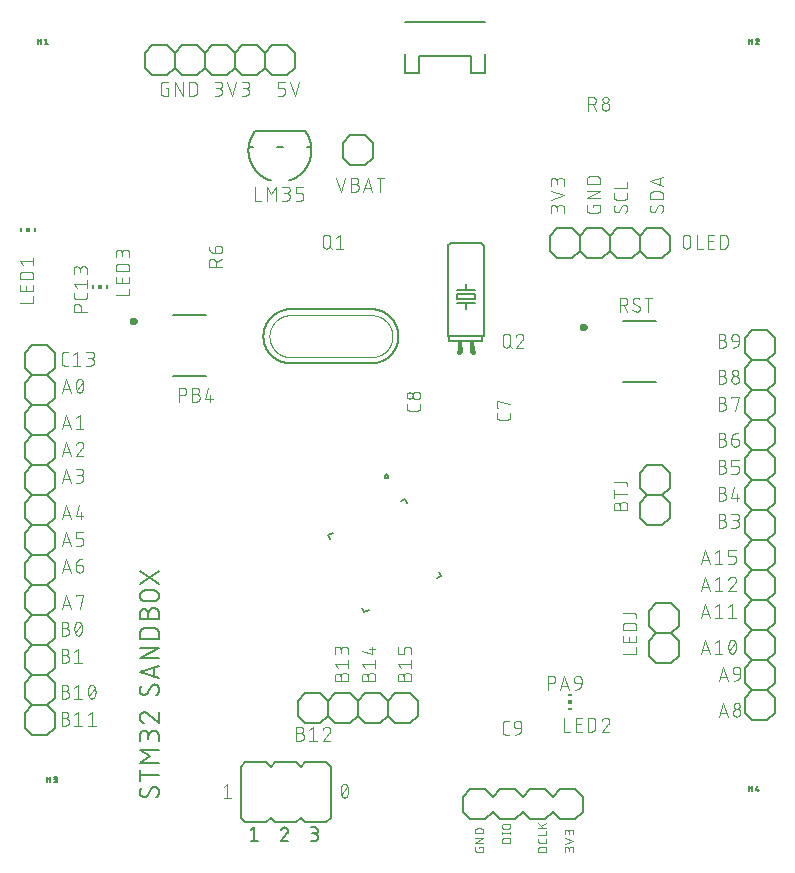
<source format=gbr>
G04 EAGLE Gerber RS-274X export*
G75*
%MOMM*%
%FSLAX34Y34*%
%LPD*%
%INSilkscreen Top*%
%IPPOS*%
%AMOC8*
5,1,8,0,0,1.08239X$1,22.5*%
G01*
%ADD10C,0.152400*%
%ADD11C,0.101600*%
%ADD12C,0.076200*%
%ADD13C,0.203200*%
%ADD14C,0.127000*%
%ADD15R,0.150000X0.300000*%
%ADD16R,0.300000X0.300000*%
%ADD17C,0.050800*%
%ADD18C,0.406400*%
%ADD19R,0.406400X0.584200*%
%ADD20C,0.300000*%
%ADD21C,0.200000*%
%ADD22R,0.300000X0.150000*%


D10*
X136398Y59521D02*
X136396Y59639D01*
X136390Y59757D01*
X136381Y59875D01*
X136367Y59992D01*
X136350Y60109D01*
X136329Y60226D01*
X136304Y60341D01*
X136275Y60456D01*
X136242Y60570D01*
X136206Y60682D01*
X136166Y60793D01*
X136123Y60903D01*
X136076Y61012D01*
X136026Y61119D01*
X135971Y61224D01*
X135914Y61327D01*
X135853Y61428D01*
X135789Y61528D01*
X135722Y61625D01*
X135652Y61720D01*
X135578Y61812D01*
X135502Y61903D01*
X135422Y61990D01*
X135340Y62075D01*
X135255Y62157D01*
X135168Y62237D01*
X135077Y62313D01*
X134985Y62387D01*
X134890Y62457D01*
X134793Y62524D01*
X134693Y62588D01*
X134592Y62649D01*
X134489Y62706D01*
X134384Y62761D01*
X134277Y62811D01*
X134168Y62858D01*
X134058Y62901D01*
X133947Y62941D01*
X133835Y62977D01*
X133721Y63010D01*
X133606Y63039D01*
X133491Y63064D01*
X133374Y63085D01*
X133257Y63102D01*
X133140Y63116D01*
X133022Y63125D01*
X132904Y63131D01*
X132786Y63133D01*
X136398Y59521D02*
X136396Y59338D01*
X136389Y59156D01*
X136378Y58974D01*
X136363Y58792D01*
X136343Y58610D01*
X136320Y58429D01*
X136291Y58249D01*
X136259Y58069D01*
X136222Y57890D01*
X136181Y57713D01*
X136135Y57536D01*
X136086Y57360D01*
X136032Y57186D01*
X135974Y57012D01*
X135912Y56841D01*
X135846Y56671D01*
X135775Y56502D01*
X135701Y56335D01*
X135623Y56170D01*
X135541Y56007D01*
X135455Y55846D01*
X135365Y55687D01*
X135271Y55530D01*
X135174Y55376D01*
X135073Y55224D01*
X134968Y55074D01*
X134860Y54927D01*
X134749Y54783D01*
X134634Y54641D01*
X134515Y54502D01*
X134393Y54366D01*
X134268Y54233D01*
X134140Y54103D01*
X123754Y54554D02*
X123636Y54556D01*
X123518Y54562D01*
X123400Y54571D01*
X123283Y54585D01*
X123166Y54602D01*
X123049Y54623D01*
X122934Y54648D01*
X122819Y54677D01*
X122705Y54710D01*
X122593Y54746D01*
X122482Y54786D01*
X122372Y54829D01*
X122263Y54876D01*
X122156Y54926D01*
X122051Y54981D01*
X121948Y55038D01*
X121847Y55099D01*
X121747Y55163D01*
X121650Y55230D01*
X121555Y55300D01*
X121463Y55374D01*
X121372Y55450D01*
X121285Y55530D01*
X121200Y55612D01*
X121118Y55697D01*
X121038Y55784D01*
X120962Y55875D01*
X120888Y55967D01*
X120818Y56062D01*
X120751Y56159D01*
X120687Y56259D01*
X120626Y56360D01*
X120569Y56463D01*
X120514Y56568D01*
X120464Y56675D01*
X120417Y56784D01*
X120374Y56894D01*
X120334Y57005D01*
X120298Y57117D01*
X120265Y57231D01*
X120236Y57346D01*
X120211Y57461D01*
X120190Y57578D01*
X120173Y57695D01*
X120159Y57812D01*
X120150Y57930D01*
X120144Y58048D01*
X120142Y58166D01*
X120144Y58327D01*
X120150Y58489D01*
X120159Y58650D01*
X120173Y58811D01*
X120190Y58971D01*
X120211Y59131D01*
X120236Y59291D01*
X120265Y59450D01*
X120297Y59608D01*
X120333Y59765D01*
X120373Y59921D01*
X120417Y60077D01*
X120465Y60231D01*
X120516Y60384D01*
X120570Y60536D01*
X120629Y60687D01*
X120690Y60836D01*
X120756Y60983D01*
X120825Y61129D01*
X120897Y61274D01*
X120973Y61416D01*
X121052Y61557D01*
X121134Y61696D01*
X121220Y61832D01*
X121309Y61967D01*
X121401Y62100D01*
X121497Y62230D01*
X126915Y56359D02*
X126853Y56258D01*
X126788Y56158D01*
X126719Y56061D01*
X126647Y55966D01*
X126573Y55873D01*
X126495Y55783D01*
X126414Y55695D01*
X126331Y55610D01*
X126245Y55528D01*
X126156Y55449D01*
X126065Y55372D01*
X125971Y55299D01*
X125875Y55228D01*
X125777Y55161D01*
X125677Y55097D01*
X125574Y55036D01*
X125470Y54979D01*
X125364Y54925D01*
X125256Y54875D01*
X125147Y54828D01*
X125036Y54784D01*
X124924Y54744D01*
X124810Y54708D01*
X124696Y54676D01*
X124580Y54647D01*
X124464Y54622D01*
X124347Y54601D01*
X124229Y54584D01*
X124111Y54570D01*
X123992Y54561D01*
X123873Y54555D01*
X123754Y54553D01*
X129625Y61327D02*
X129687Y61428D01*
X129752Y61528D01*
X129821Y61625D01*
X129893Y61720D01*
X129967Y61813D01*
X130045Y61903D01*
X130126Y61991D01*
X130209Y62076D01*
X130295Y62158D01*
X130384Y62237D01*
X130475Y62314D01*
X130569Y62387D01*
X130665Y62458D01*
X130763Y62525D01*
X130863Y62589D01*
X130966Y62650D01*
X131070Y62707D01*
X131176Y62761D01*
X131284Y62811D01*
X131393Y62858D01*
X131504Y62902D01*
X131616Y62942D01*
X131730Y62978D01*
X131844Y63010D01*
X131960Y63039D01*
X132076Y63064D01*
X132193Y63085D01*
X132311Y63102D01*
X132429Y63116D01*
X132548Y63125D01*
X132667Y63131D01*
X132786Y63133D01*
X129625Y61327D02*
X126915Y56360D01*
X120142Y72686D02*
X136398Y72686D01*
X120142Y68170D02*
X120142Y77201D01*
X120142Y83419D02*
X136398Y83419D01*
X129173Y88838D02*
X120142Y83419D01*
X129173Y88838D02*
X120142Y94257D01*
X136398Y94257D01*
X136398Y101517D02*
X136398Y106032D01*
X136396Y106165D01*
X136390Y106297D01*
X136380Y106429D01*
X136367Y106561D01*
X136349Y106693D01*
X136328Y106823D01*
X136303Y106954D01*
X136274Y107083D01*
X136241Y107211D01*
X136205Y107339D01*
X136165Y107465D01*
X136121Y107590D01*
X136073Y107714D01*
X136022Y107836D01*
X135967Y107957D01*
X135909Y108076D01*
X135847Y108194D01*
X135782Y108309D01*
X135713Y108423D01*
X135642Y108534D01*
X135566Y108643D01*
X135488Y108750D01*
X135407Y108855D01*
X135322Y108957D01*
X135235Y109057D01*
X135145Y109154D01*
X135052Y109249D01*
X134956Y109340D01*
X134858Y109429D01*
X134757Y109515D01*
X134653Y109598D01*
X134547Y109678D01*
X134439Y109754D01*
X134329Y109828D01*
X134216Y109898D01*
X134102Y109965D01*
X133985Y110028D01*
X133867Y110088D01*
X133747Y110145D01*
X133625Y110198D01*
X133502Y110247D01*
X133378Y110293D01*
X133252Y110335D01*
X133125Y110373D01*
X132997Y110408D01*
X132868Y110439D01*
X132739Y110466D01*
X132608Y110489D01*
X132477Y110509D01*
X132345Y110524D01*
X132213Y110536D01*
X132081Y110544D01*
X131948Y110548D01*
X131816Y110548D01*
X131683Y110544D01*
X131551Y110536D01*
X131419Y110524D01*
X131287Y110509D01*
X131156Y110489D01*
X131025Y110466D01*
X130896Y110439D01*
X130767Y110408D01*
X130639Y110373D01*
X130512Y110335D01*
X130386Y110293D01*
X130262Y110247D01*
X130139Y110198D01*
X130017Y110145D01*
X129897Y110088D01*
X129779Y110028D01*
X129662Y109965D01*
X129548Y109898D01*
X129435Y109828D01*
X129325Y109754D01*
X129217Y109678D01*
X129111Y109598D01*
X129007Y109515D01*
X128906Y109429D01*
X128808Y109340D01*
X128712Y109249D01*
X128619Y109154D01*
X128529Y109057D01*
X128442Y108957D01*
X128357Y108855D01*
X128276Y108750D01*
X128198Y108643D01*
X128122Y108534D01*
X128051Y108423D01*
X127982Y108309D01*
X127917Y108194D01*
X127855Y108076D01*
X127797Y107957D01*
X127742Y107836D01*
X127691Y107714D01*
X127643Y107590D01*
X127599Y107465D01*
X127559Y107339D01*
X127523Y107211D01*
X127490Y107083D01*
X127461Y106954D01*
X127436Y106823D01*
X127415Y106693D01*
X127397Y106561D01*
X127384Y106429D01*
X127374Y106297D01*
X127368Y106165D01*
X127366Y106032D01*
X120142Y106935D02*
X120142Y101517D01*
X120142Y106935D02*
X120144Y107054D01*
X120150Y107174D01*
X120160Y107293D01*
X120174Y107411D01*
X120191Y107530D01*
X120213Y107647D01*
X120238Y107764D01*
X120268Y107879D01*
X120301Y107994D01*
X120338Y108108D01*
X120378Y108220D01*
X120423Y108331D01*
X120471Y108440D01*
X120522Y108548D01*
X120577Y108654D01*
X120636Y108758D01*
X120698Y108860D01*
X120763Y108960D01*
X120832Y109058D01*
X120904Y109154D01*
X120979Y109247D01*
X121056Y109337D01*
X121137Y109425D01*
X121221Y109510D01*
X121308Y109592D01*
X121397Y109672D01*
X121489Y109748D01*
X121583Y109822D01*
X121680Y109892D01*
X121778Y109959D01*
X121879Y110023D01*
X121983Y110083D01*
X122088Y110140D01*
X122195Y110193D01*
X122303Y110243D01*
X122413Y110289D01*
X122525Y110331D01*
X122638Y110370D01*
X122752Y110405D01*
X122867Y110436D01*
X122984Y110464D01*
X123101Y110487D01*
X123218Y110507D01*
X123337Y110523D01*
X123456Y110535D01*
X123575Y110543D01*
X123694Y110547D01*
X123814Y110547D01*
X123933Y110543D01*
X124052Y110535D01*
X124171Y110523D01*
X124290Y110507D01*
X124407Y110487D01*
X124524Y110464D01*
X124641Y110436D01*
X124756Y110405D01*
X124870Y110370D01*
X124983Y110331D01*
X125095Y110289D01*
X125205Y110243D01*
X125313Y110193D01*
X125420Y110140D01*
X125525Y110083D01*
X125629Y110023D01*
X125730Y109959D01*
X125828Y109892D01*
X125925Y109822D01*
X126019Y109748D01*
X126111Y109672D01*
X126200Y109592D01*
X126287Y109510D01*
X126371Y109425D01*
X126452Y109337D01*
X126529Y109247D01*
X126604Y109154D01*
X126676Y109058D01*
X126745Y108960D01*
X126810Y108860D01*
X126872Y108758D01*
X126931Y108654D01*
X126986Y108548D01*
X127037Y108440D01*
X127085Y108331D01*
X127130Y108220D01*
X127170Y108108D01*
X127207Y107994D01*
X127240Y107879D01*
X127270Y107764D01*
X127295Y107647D01*
X127317Y107530D01*
X127334Y107411D01*
X127348Y107293D01*
X127358Y107174D01*
X127364Y107054D01*
X127366Y106935D01*
X127367Y106935D02*
X127367Y103323D01*
X120142Y122115D02*
X120144Y122240D01*
X120150Y122365D01*
X120159Y122490D01*
X120173Y122614D01*
X120190Y122738D01*
X120211Y122862D01*
X120236Y122984D01*
X120265Y123106D01*
X120297Y123227D01*
X120333Y123347D01*
X120373Y123466D01*
X120416Y123583D01*
X120463Y123699D01*
X120514Y123814D01*
X120568Y123926D01*
X120626Y124038D01*
X120686Y124147D01*
X120751Y124254D01*
X120818Y124360D01*
X120889Y124463D01*
X120963Y124564D01*
X121040Y124663D01*
X121120Y124759D01*
X121203Y124853D01*
X121288Y124944D01*
X121377Y125033D01*
X121468Y125118D01*
X121562Y125201D01*
X121658Y125281D01*
X121757Y125358D01*
X121858Y125432D01*
X121961Y125503D01*
X122067Y125570D01*
X122174Y125635D01*
X122283Y125695D01*
X122395Y125753D01*
X122507Y125807D01*
X122622Y125858D01*
X122738Y125905D01*
X122855Y125948D01*
X122974Y125988D01*
X123094Y126024D01*
X123215Y126056D01*
X123337Y126085D01*
X123459Y126110D01*
X123583Y126131D01*
X123707Y126148D01*
X123831Y126162D01*
X123956Y126171D01*
X124081Y126177D01*
X124206Y126179D01*
X120142Y122115D02*
X120144Y121972D01*
X120150Y121830D01*
X120160Y121687D01*
X120173Y121545D01*
X120191Y121404D01*
X120212Y121262D01*
X120237Y121122D01*
X120266Y120982D01*
X120299Y120843D01*
X120336Y120705D01*
X120376Y120568D01*
X120420Y120433D01*
X120468Y120298D01*
X120520Y120165D01*
X120575Y120033D01*
X120634Y119903D01*
X120696Y119775D01*
X120762Y119648D01*
X120831Y119523D01*
X120903Y119400D01*
X120979Y119279D01*
X121058Y119161D01*
X121141Y119044D01*
X121226Y118930D01*
X121315Y118818D01*
X121406Y118709D01*
X121501Y118602D01*
X121598Y118497D01*
X121699Y118396D01*
X121802Y118297D01*
X121907Y118201D01*
X122016Y118108D01*
X122127Y118018D01*
X122240Y117931D01*
X122355Y117847D01*
X122473Y117767D01*
X122593Y117689D01*
X122715Y117615D01*
X122839Y117545D01*
X122965Y117477D01*
X123093Y117414D01*
X123222Y117353D01*
X123353Y117296D01*
X123485Y117243D01*
X123619Y117194D01*
X123754Y117148D01*
X127367Y124824D02*
X127275Y124918D01*
X127181Y125008D01*
X127084Y125096D01*
X126984Y125181D01*
X126882Y125263D01*
X126777Y125341D01*
X126670Y125417D01*
X126561Y125489D01*
X126450Y125558D01*
X126336Y125624D01*
X126221Y125686D01*
X126104Y125745D01*
X125985Y125800D01*
X125865Y125851D01*
X125743Y125899D01*
X125620Y125944D01*
X125496Y125984D01*
X125370Y126021D01*
X125243Y126054D01*
X125116Y126083D01*
X124987Y126109D01*
X124858Y126130D01*
X124728Y126148D01*
X124598Y126161D01*
X124468Y126171D01*
X124337Y126177D01*
X124206Y126179D01*
X127367Y124824D02*
X136398Y117148D01*
X136398Y126179D01*
X136398Y146013D02*
X136396Y146131D01*
X136390Y146249D01*
X136381Y146367D01*
X136367Y146484D01*
X136350Y146601D01*
X136329Y146718D01*
X136304Y146833D01*
X136275Y146948D01*
X136242Y147062D01*
X136206Y147174D01*
X136166Y147285D01*
X136123Y147395D01*
X136076Y147504D01*
X136026Y147611D01*
X135971Y147716D01*
X135914Y147819D01*
X135853Y147920D01*
X135789Y148020D01*
X135722Y148117D01*
X135652Y148212D01*
X135578Y148304D01*
X135502Y148395D01*
X135422Y148482D01*
X135340Y148567D01*
X135255Y148649D01*
X135168Y148729D01*
X135077Y148805D01*
X134985Y148879D01*
X134890Y148949D01*
X134793Y149016D01*
X134693Y149080D01*
X134592Y149141D01*
X134489Y149198D01*
X134384Y149253D01*
X134277Y149303D01*
X134168Y149350D01*
X134058Y149393D01*
X133947Y149433D01*
X133835Y149469D01*
X133721Y149502D01*
X133606Y149531D01*
X133491Y149556D01*
X133374Y149577D01*
X133257Y149594D01*
X133140Y149608D01*
X133022Y149617D01*
X132904Y149623D01*
X132786Y149625D01*
X136398Y146013D02*
X136396Y145830D01*
X136389Y145648D01*
X136378Y145466D01*
X136363Y145284D01*
X136343Y145102D01*
X136320Y144921D01*
X136291Y144741D01*
X136259Y144561D01*
X136222Y144382D01*
X136181Y144205D01*
X136135Y144028D01*
X136086Y143852D01*
X136032Y143678D01*
X135974Y143504D01*
X135912Y143333D01*
X135846Y143163D01*
X135775Y142994D01*
X135701Y142827D01*
X135623Y142662D01*
X135541Y142499D01*
X135455Y142338D01*
X135365Y142179D01*
X135271Y142022D01*
X135174Y141868D01*
X135073Y141716D01*
X134968Y141566D01*
X134860Y141419D01*
X134749Y141275D01*
X134634Y141133D01*
X134515Y140994D01*
X134393Y140858D01*
X134268Y140725D01*
X134140Y140595D01*
X123754Y141047D02*
X123636Y141049D01*
X123518Y141055D01*
X123400Y141064D01*
X123283Y141078D01*
X123166Y141095D01*
X123049Y141116D01*
X122934Y141141D01*
X122819Y141170D01*
X122705Y141203D01*
X122593Y141239D01*
X122482Y141279D01*
X122372Y141322D01*
X122263Y141369D01*
X122156Y141419D01*
X122051Y141474D01*
X121948Y141531D01*
X121847Y141592D01*
X121747Y141656D01*
X121650Y141723D01*
X121555Y141793D01*
X121463Y141867D01*
X121372Y141943D01*
X121285Y142023D01*
X121200Y142105D01*
X121118Y142190D01*
X121038Y142277D01*
X120962Y142368D01*
X120888Y142460D01*
X120818Y142555D01*
X120751Y142652D01*
X120687Y142752D01*
X120626Y142853D01*
X120569Y142956D01*
X120514Y143061D01*
X120464Y143168D01*
X120417Y143277D01*
X120374Y143387D01*
X120334Y143498D01*
X120298Y143610D01*
X120265Y143724D01*
X120236Y143839D01*
X120211Y143954D01*
X120190Y144071D01*
X120173Y144188D01*
X120159Y144305D01*
X120150Y144423D01*
X120144Y144541D01*
X120142Y144659D01*
X120144Y144820D01*
X120150Y144982D01*
X120159Y145143D01*
X120173Y145304D01*
X120190Y145464D01*
X120211Y145624D01*
X120236Y145784D01*
X120265Y145943D01*
X120297Y146101D01*
X120333Y146258D01*
X120373Y146414D01*
X120417Y146570D01*
X120465Y146724D01*
X120516Y146877D01*
X120570Y147029D01*
X120629Y147180D01*
X120690Y147329D01*
X120756Y147476D01*
X120825Y147622D01*
X120897Y147767D01*
X120973Y147909D01*
X121052Y148050D01*
X121134Y148189D01*
X121220Y148325D01*
X121309Y148460D01*
X121401Y148593D01*
X121497Y148723D01*
X126915Y142852D02*
X126853Y142751D01*
X126788Y142651D01*
X126719Y142554D01*
X126647Y142459D01*
X126573Y142366D01*
X126495Y142276D01*
X126414Y142188D01*
X126331Y142103D01*
X126245Y142021D01*
X126156Y141942D01*
X126065Y141865D01*
X125971Y141792D01*
X125875Y141721D01*
X125777Y141654D01*
X125677Y141590D01*
X125574Y141529D01*
X125470Y141472D01*
X125364Y141418D01*
X125256Y141368D01*
X125147Y141321D01*
X125036Y141277D01*
X124924Y141237D01*
X124810Y141201D01*
X124696Y141169D01*
X124580Y141140D01*
X124464Y141115D01*
X124347Y141094D01*
X124229Y141077D01*
X124111Y141063D01*
X123992Y141054D01*
X123873Y141048D01*
X123754Y141046D01*
X129625Y147820D02*
X129687Y147921D01*
X129752Y148021D01*
X129821Y148118D01*
X129893Y148213D01*
X129967Y148306D01*
X130045Y148396D01*
X130126Y148484D01*
X130209Y148569D01*
X130295Y148651D01*
X130384Y148730D01*
X130475Y148807D01*
X130569Y148880D01*
X130665Y148951D01*
X130763Y149018D01*
X130863Y149082D01*
X130966Y149143D01*
X131070Y149200D01*
X131176Y149254D01*
X131284Y149304D01*
X131393Y149351D01*
X131504Y149395D01*
X131616Y149435D01*
X131730Y149471D01*
X131844Y149503D01*
X131960Y149532D01*
X132076Y149557D01*
X132193Y149578D01*
X132311Y149595D01*
X132429Y149609D01*
X132548Y149618D01*
X132667Y149624D01*
X132786Y149626D01*
X129625Y147820D02*
X126915Y142853D01*
X136398Y154802D02*
X120142Y160221D01*
X136398Y165639D01*
X132334Y164285D02*
X132334Y156157D01*
X136398Y171857D02*
X120142Y171857D01*
X136398Y180888D01*
X120142Y180888D01*
X120142Y188531D02*
X136398Y188531D01*
X120142Y188531D02*
X120142Y193046D01*
X120144Y193177D01*
X120150Y193309D01*
X120159Y193440D01*
X120173Y193570D01*
X120190Y193701D01*
X120211Y193830D01*
X120235Y193959D01*
X120264Y194087D01*
X120296Y194215D01*
X120332Y194341D01*
X120371Y194466D01*
X120414Y194591D01*
X120461Y194713D01*
X120511Y194835D01*
X120565Y194955D01*
X120622Y195073D01*
X120683Y195189D01*
X120747Y195304D01*
X120814Y195417D01*
X120885Y195528D01*
X120959Y195636D01*
X121036Y195743D01*
X121116Y195847D01*
X121199Y195949D01*
X121284Y196048D01*
X121373Y196145D01*
X121465Y196239D01*
X121559Y196331D01*
X121656Y196420D01*
X121755Y196505D01*
X121857Y196588D01*
X121961Y196668D01*
X122068Y196745D01*
X122176Y196819D01*
X122287Y196890D01*
X122400Y196957D01*
X122515Y197021D01*
X122631Y197082D01*
X122749Y197139D01*
X122869Y197193D01*
X122991Y197243D01*
X123113Y197290D01*
X123238Y197333D01*
X123363Y197372D01*
X123489Y197408D01*
X123617Y197440D01*
X123745Y197469D01*
X123874Y197493D01*
X124003Y197514D01*
X124134Y197531D01*
X124264Y197545D01*
X124395Y197554D01*
X124527Y197560D01*
X124658Y197562D01*
X131882Y197562D01*
X132013Y197560D01*
X132145Y197554D01*
X132276Y197545D01*
X132406Y197531D01*
X132537Y197514D01*
X132666Y197493D01*
X132795Y197469D01*
X132923Y197440D01*
X133051Y197408D01*
X133177Y197372D01*
X133302Y197333D01*
X133427Y197290D01*
X133549Y197243D01*
X133671Y197193D01*
X133791Y197139D01*
X133909Y197082D01*
X134025Y197021D01*
X134140Y196957D01*
X134253Y196890D01*
X134364Y196819D01*
X134472Y196745D01*
X134579Y196668D01*
X134683Y196588D01*
X134785Y196505D01*
X134884Y196420D01*
X134981Y196331D01*
X135075Y196239D01*
X135167Y196145D01*
X135256Y196048D01*
X135341Y195949D01*
X135424Y195847D01*
X135504Y195743D01*
X135581Y195636D01*
X135655Y195528D01*
X135726Y195417D01*
X135793Y195304D01*
X135857Y195189D01*
X135918Y195073D01*
X135975Y194955D01*
X136029Y194835D01*
X136079Y194713D01*
X136126Y194591D01*
X136169Y194466D01*
X136208Y194341D01*
X136244Y194215D01*
X136276Y194087D01*
X136305Y193959D01*
X136329Y193830D01*
X136350Y193700D01*
X136367Y193570D01*
X136381Y193440D01*
X136390Y193309D01*
X136396Y193177D01*
X136398Y193046D01*
X136398Y188531D01*
X127367Y205415D02*
X127367Y209931D01*
X127366Y209931D02*
X127368Y210064D01*
X127374Y210196D01*
X127384Y210328D01*
X127397Y210460D01*
X127415Y210592D01*
X127436Y210722D01*
X127461Y210853D01*
X127490Y210982D01*
X127523Y211110D01*
X127559Y211238D01*
X127599Y211364D01*
X127643Y211489D01*
X127691Y211613D01*
X127742Y211735D01*
X127797Y211856D01*
X127855Y211975D01*
X127917Y212093D01*
X127982Y212208D01*
X128051Y212322D01*
X128122Y212433D01*
X128198Y212542D01*
X128276Y212649D01*
X128357Y212754D01*
X128442Y212856D01*
X128529Y212956D01*
X128619Y213053D01*
X128712Y213148D01*
X128808Y213239D01*
X128906Y213328D01*
X129007Y213414D01*
X129111Y213497D01*
X129217Y213577D01*
X129325Y213653D01*
X129435Y213727D01*
X129548Y213797D01*
X129662Y213864D01*
X129779Y213927D01*
X129897Y213987D01*
X130017Y214044D01*
X130139Y214097D01*
X130262Y214146D01*
X130386Y214192D01*
X130512Y214234D01*
X130639Y214272D01*
X130767Y214307D01*
X130896Y214338D01*
X131025Y214365D01*
X131156Y214388D01*
X131287Y214408D01*
X131419Y214423D01*
X131551Y214435D01*
X131683Y214443D01*
X131816Y214447D01*
X131948Y214447D01*
X132081Y214443D01*
X132213Y214435D01*
X132345Y214423D01*
X132477Y214408D01*
X132608Y214388D01*
X132739Y214365D01*
X132868Y214338D01*
X132997Y214307D01*
X133125Y214272D01*
X133252Y214234D01*
X133378Y214192D01*
X133502Y214146D01*
X133625Y214097D01*
X133747Y214044D01*
X133867Y213987D01*
X133985Y213927D01*
X134102Y213864D01*
X134216Y213797D01*
X134329Y213727D01*
X134439Y213653D01*
X134547Y213577D01*
X134653Y213497D01*
X134757Y213414D01*
X134858Y213328D01*
X134956Y213239D01*
X135052Y213148D01*
X135145Y213053D01*
X135235Y212956D01*
X135322Y212856D01*
X135407Y212754D01*
X135488Y212649D01*
X135566Y212542D01*
X135642Y212433D01*
X135713Y212322D01*
X135782Y212208D01*
X135847Y212093D01*
X135909Y211975D01*
X135967Y211856D01*
X136022Y211735D01*
X136073Y211613D01*
X136121Y211489D01*
X136165Y211364D01*
X136205Y211238D01*
X136241Y211110D01*
X136274Y210982D01*
X136303Y210853D01*
X136328Y210722D01*
X136349Y210592D01*
X136367Y210460D01*
X136380Y210328D01*
X136390Y210196D01*
X136396Y210064D01*
X136398Y209931D01*
X136398Y205415D01*
X120142Y205415D01*
X120142Y209931D01*
X120144Y210050D01*
X120150Y210170D01*
X120160Y210289D01*
X120174Y210407D01*
X120191Y210526D01*
X120213Y210643D01*
X120238Y210760D01*
X120268Y210875D01*
X120301Y210990D01*
X120338Y211104D01*
X120378Y211216D01*
X120423Y211327D01*
X120471Y211436D01*
X120522Y211544D01*
X120577Y211650D01*
X120636Y211754D01*
X120698Y211856D01*
X120763Y211956D01*
X120832Y212054D01*
X120904Y212150D01*
X120979Y212243D01*
X121056Y212333D01*
X121137Y212421D01*
X121221Y212506D01*
X121308Y212588D01*
X121397Y212668D01*
X121489Y212744D01*
X121583Y212818D01*
X121680Y212888D01*
X121778Y212955D01*
X121879Y213019D01*
X121983Y213079D01*
X122088Y213136D01*
X122195Y213189D01*
X122303Y213239D01*
X122413Y213285D01*
X122525Y213327D01*
X122638Y213366D01*
X122752Y213401D01*
X122867Y213432D01*
X122984Y213460D01*
X123101Y213483D01*
X123218Y213503D01*
X123337Y213519D01*
X123456Y213531D01*
X123575Y213539D01*
X123694Y213543D01*
X123814Y213543D01*
X123933Y213539D01*
X124052Y213531D01*
X124171Y213519D01*
X124290Y213503D01*
X124407Y213483D01*
X124524Y213460D01*
X124641Y213432D01*
X124756Y213401D01*
X124870Y213366D01*
X124983Y213327D01*
X125095Y213285D01*
X125205Y213239D01*
X125313Y213189D01*
X125420Y213136D01*
X125525Y213079D01*
X125629Y213019D01*
X125730Y212955D01*
X125828Y212888D01*
X125925Y212818D01*
X126019Y212744D01*
X126111Y212668D01*
X126200Y212588D01*
X126287Y212506D01*
X126371Y212421D01*
X126452Y212333D01*
X126529Y212243D01*
X126604Y212150D01*
X126676Y212054D01*
X126745Y211956D01*
X126810Y211856D01*
X126872Y211754D01*
X126931Y211650D01*
X126986Y211544D01*
X127037Y211436D01*
X127085Y211327D01*
X127130Y211216D01*
X127170Y211104D01*
X127207Y210990D01*
X127240Y210875D01*
X127270Y210760D01*
X127295Y210643D01*
X127317Y210526D01*
X127334Y210407D01*
X127348Y210289D01*
X127358Y210170D01*
X127364Y210050D01*
X127366Y209931D01*
X124658Y220314D02*
X131882Y220314D01*
X124658Y220314D02*
X124525Y220316D01*
X124393Y220322D01*
X124261Y220332D01*
X124129Y220345D01*
X123997Y220363D01*
X123867Y220384D01*
X123736Y220409D01*
X123607Y220438D01*
X123479Y220471D01*
X123351Y220507D01*
X123225Y220547D01*
X123100Y220591D01*
X122976Y220639D01*
X122854Y220690D01*
X122733Y220745D01*
X122614Y220803D01*
X122496Y220865D01*
X122381Y220930D01*
X122267Y220999D01*
X122156Y221070D01*
X122047Y221146D01*
X121940Y221224D01*
X121835Y221305D01*
X121733Y221390D01*
X121633Y221477D01*
X121536Y221567D01*
X121441Y221660D01*
X121350Y221756D01*
X121261Y221854D01*
X121175Y221955D01*
X121092Y222059D01*
X121012Y222165D01*
X120936Y222273D01*
X120862Y222383D01*
X120792Y222496D01*
X120725Y222610D01*
X120662Y222727D01*
X120602Y222845D01*
X120545Y222965D01*
X120492Y223087D01*
X120443Y223210D01*
X120397Y223334D01*
X120355Y223460D01*
X120317Y223587D01*
X120282Y223715D01*
X120251Y223844D01*
X120224Y223973D01*
X120201Y224104D01*
X120181Y224235D01*
X120166Y224367D01*
X120154Y224499D01*
X120146Y224631D01*
X120142Y224764D01*
X120142Y224896D01*
X120146Y225029D01*
X120154Y225161D01*
X120166Y225293D01*
X120181Y225425D01*
X120201Y225556D01*
X120224Y225687D01*
X120251Y225816D01*
X120282Y225945D01*
X120317Y226073D01*
X120355Y226200D01*
X120397Y226326D01*
X120443Y226450D01*
X120492Y226573D01*
X120545Y226695D01*
X120602Y226815D01*
X120662Y226933D01*
X120725Y227050D01*
X120792Y227164D01*
X120862Y227277D01*
X120936Y227387D01*
X121012Y227495D01*
X121092Y227601D01*
X121175Y227705D01*
X121261Y227806D01*
X121350Y227904D01*
X121441Y228000D01*
X121536Y228093D01*
X121633Y228183D01*
X121733Y228270D01*
X121835Y228355D01*
X121940Y228436D01*
X122047Y228514D01*
X122156Y228590D01*
X122267Y228661D01*
X122381Y228730D01*
X122496Y228795D01*
X122614Y228857D01*
X122733Y228915D01*
X122854Y228970D01*
X122976Y229021D01*
X123100Y229069D01*
X123225Y229113D01*
X123351Y229153D01*
X123479Y229189D01*
X123607Y229222D01*
X123736Y229251D01*
X123867Y229276D01*
X123997Y229297D01*
X124129Y229315D01*
X124261Y229328D01*
X124393Y229338D01*
X124525Y229344D01*
X124658Y229346D01*
X124658Y229345D02*
X131882Y229345D01*
X131882Y229346D02*
X132015Y229344D01*
X132147Y229338D01*
X132279Y229328D01*
X132411Y229315D01*
X132543Y229297D01*
X132673Y229276D01*
X132804Y229251D01*
X132933Y229222D01*
X133061Y229189D01*
X133189Y229153D01*
X133315Y229113D01*
X133440Y229069D01*
X133564Y229021D01*
X133686Y228970D01*
X133807Y228915D01*
X133926Y228857D01*
X134044Y228795D01*
X134159Y228730D01*
X134273Y228661D01*
X134384Y228590D01*
X134493Y228514D01*
X134600Y228436D01*
X134705Y228355D01*
X134807Y228270D01*
X134907Y228183D01*
X135004Y228093D01*
X135099Y228000D01*
X135190Y227904D01*
X135279Y227806D01*
X135365Y227705D01*
X135448Y227601D01*
X135528Y227495D01*
X135604Y227387D01*
X135678Y227277D01*
X135748Y227164D01*
X135815Y227050D01*
X135878Y226933D01*
X135938Y226815D01*
X135995Y226695D01*
X136048Y226573D01*
X136097Y226450D01*
X136143Y226326D01*
X136185Y226200D01*
X136223Y226073D01*
X136258Y225945D01*
X136289Y225816D01*
X136316Y225687D01*
X136339Y225556D01*
X136359Y225425D01*
X136374Y225293D01*
X136386Y225161D01*
X136394Y225029D01*
X136398Y224896D01*
X136398Y224764D01*
X136394Y224631D01*
X136386Y224499D01*
X136374Y224367D01*
X136359Y224235D01*
X136339Y224104D01*
X136316Y223973D01*
X136289Y223844D01*
X136258Y223715D01*
X136223Y223587D01*
X136185Y223460D01*
X136143Y223334D01*
X136097Y223210D01*
X136048Y223087D01*
X135995Y222965D01*
X135938Y222845D01*
X135878Y222727D01*
X135815Y222610D01*
X135748Y222496D01*
X135678Y222383D01*
X135604Y222273D01*
X135528Y222165D01*
X135448Y222059D01*
X135365Y221955D01*
X135279Y221854D01*
X135190Y221756D01*
X135099Y221660D01*
X135004Y221567D01*
X134907Y221477D01*
X134807Y221390D01*
X134705Y221305D01*
X134600Y221224D01*
X134493Y221146D01*
X134384Y221070D01*
X134273Y220999D01*
X134159Y220930D01*
X134044Y220865D01*
X133926Y220803D01*
X133807Y220745D01*
X133686Y220690D01*
X133564Y220639D01*
X133440Y220591D01*
X133315Y220547D01*
X133189Y220507D01*
X133061Y220471D01*
X132933Y220438D01*
X132804Y220409D01*
X132673Y220384D01*
X132543Y220363D01*
X132411Y220345D01*
X132279Y220332D01*
X132147Y220322D01*
X132015Y220316D01*
X131882Y220314D01*
X136398Y235042D02*
X120142Y245880D01*
X120142Y235042D02*
X136398Y245880D01*
D11*
X59041Y419608D02*
X56444Y419608D01*
X56345Y419610D01*
X56245Y419616D01*
X56146Y419625D01*
X56048Y419638D01*
X55950Y419655D01*
X55852Y419676D01*
X55756Y419701D01*
X55661Y419729D01*
X55567Y419761D01*
X55474Y419796D01*
X55382Y419835D01*
X55292Y419878D01*
X55204Y419923D01*
X55117Y419973D01*
X55033Y420025D01*
X54950Y420081D01*
X54870Y420139D01*
X54792Y420201D01*
X54717Y420266D01*
X54644Y420334D01*
X54574Y420404D01*
X54506Y420477D01*
X54441Y420552D01*
X54379Y420630D01*
X54321Y420710D01*
X54265Y420793D01*
X54213Y420877D01*
X54163Y420964D01*
X54118Y421052D01*
X54075Y421142D01*
X54036Y421234D01*
X54001Y421327D01*
X53969Y421421D01*
X53941Y421516D01*
X53916Y421612D01*
X53895Y421710D01*
X53878Y421808D01*
X53865Y421906D01*
X53856Y422005D01*
X53850Y422105D01*
X53848Y422204D01*
X53848Y428696D01*
X53850Y428795D01*
X53856Y428895D01*
X53865Y428994D01*
X53878Y429092D01*
X53895Y429190D01*
X53916Y429288D01*
X53941Y429384D01*
X53969Y429479D01*
X54001Y429573D01*
X54036Y429666D01*
X54075Y429758D01*
X54118Y429848D01*
X54163Y429936D01*
X54213Y430023D01*
X54265Y430107D01*
X54321Y430190D01*
X54379Y430270D01*
X54441Y430348D01*
X54506Y430423D01*
X54574Y430496D01*
X54644Y430566D01*
X54717Y430634D01*
X54792Y430699D01*
X54870Y430761D01*
X54950Y430819D01*
X55033Y430875D01*
X55117Y430927D01*
X55204Y430977D01*
X55292Y431022D01*
X55382Y431065D01*
X55474Y431104D01*
X55566Y431139D01*
X55661Y431171D01*
X55756Y431199D01*
X55852Y431224D01*
X55950Y431245D01*
X56048Y431262D01*
X56146Y431275D01*
X56245Y431284D01*
X56345Y431290D01*
X56444Y431292D01*
X59041Y431292D01*
X63406Y428696D02*
X66652Y431292D01*
X66652Y419608D01*
X69897Y419608D02*
X63406Y419608D01*
X74836Y419608D02*
X78082Y419608D01*
X78195Y419610D01*
X78308Y419616D01*
X78421Y419626D01*
X78534Y419640D01*
X78646Y419657D01*
X78757Y419679D01*
X78867Y419704D01*
X78977Y419734D01*
X79085Y419767D01*
X79192Y419804D01*
X79298Y419844D01*
X79402Y419889D01*
X79505Y419937D01*
X79606Y419988D01*
X79705Y420043D01*
X79802Y420101D01*
X79897Y420163D01*
X79990Y420228D01*
X80080Y420296D01*
X80168Y420367D01*
X80254Y420442D01*
X80337Y420519D01*
X80417Y420599D01*
X80494Y420682D01*
X80569Y420768D01*
X80640Y420856D01*
X80708Y420946D01*
X80773Y421039D01*
X80835Y421134D01*
X80893Y421231D01*
X80948Y421330D01*
X80999Y421431D01*
X81047Y421534D01*
X81092Y421638D01*
X81132Y421744D01*
X81169Y421851D01*
X81202Y421959D01*
X81232Y422069D01*
X81257Y422179D01*
X81279Y422290D01*
X81296Y422402D01*
X81310Y422515D01*
X81320Y422628D01*
X81326Y422741D01*
X81328Y422854D01*
X81326Y422967D01*
X81320Y423080D01*
X81310Y423193D01*
X81296Y423306D01*
X81279Y423418D01*
X81257Y423529D01*
X81232Y423639D01*
X81202Y423749D01*
X81169Y423857D01*
X81132Y423964D01*
X81092Y424070D01*
X81047Y424174D01*
X80999Y424277D01*
X80948Y424378D01*
X80893Y424477D01*
X80835Y424574D01*
X80773Y424669D01*
X80708Y424762D01*
X80640Y424852D01*
X80569Y424940D01*
X80494Y425026D01*
X80417Y425109D01*
X80337Y425189D01*
X80254Y425266D01*
X80168Y425341D01*
X80080Y425412D01*
X79990Y425480D01*
X79897Y425545D01*
X79802Y425607D01*
X79705Y425665D01*
X79606Y425720D01*
X79505Y425771D01*
X79402Y425819D01*
X79298Y425864D01*
X79192Y425904D01*
X79085Y425941D01*
X78977Y425974D01*
X78867Y426004D01*
X78757Y426029D01*
X78646Y426051D01*
X78534Y426068D01*
X78421Y426082D01*
X78308Y426092D01*
X78195Y426098D01*
X78082Y426100D01*
X78731Y431292D02*
X74836Y431292D01*
X78731Y431292D02*
X78832Y431290D01*
X78932Y431284D01*
X79032Y431274D01*
X79132Y431261D01*
X79231Y431243D01*
X79330Y431222D01*
X79427Y431197D01*
X79524Y431168D01*
X79619Y431135D01*
X79713Y431099D01*
X79805Y431059D01*
X79896Y431016D01*
X79985Y430969D01*
X80072Y430919D01*
X80158Y430865D01*
X80241Y430808D01*
X80321Y430748D01*
X80400Y430685D01*
X80476Y430618D01*
X80549Y430549D01*
X80619Y430477D01*
X80687Y430403D01*
X80752Y430326D01*
X80813Y430246D01*
X80872Y430164D01*
X80927Y430080D01*
X80979Y429994D01*
X81028Y429906D01*
X81073Y429816D01*
X81115Y429724D01*
X81153Y429631D01*
X81187Y429536D01*
X81218Y429441D01*
X81245Y429344D01*
X81268Y429246D01*
X81288Y429147D01*
X81303Y429047D01*
X81315Y428947D01*
X81323Y428847D01*
X81327Y428746D01*
X81327Y428646D01*
X81323Y428545D01*
X81315Y428445D01*
X81303Y428345D01*
X81288Y428245D01*
X81268Y428146D01*
X81245Y428048D01*
X81218Y427951D01*
X81187Y427856D01*
X81153Y427761D01*
X81115Y427668D01*
X81073Y427576D01*
X81028Y427486D01*
X80979Y427398D01*
X80927Y427312D01*
X80872Y427228D01*
X80813Y427146D01*
X80752Y427066D01*
X80687Y426989D01*
X80619Y426915D01*
X80549Y426843D01*
X80476Y426774D01*
X80400Y426707D01*
X80321Y426644D01*
X80241Y426584D01*
X80158Y426527D01*
X80072Y426473D01*
X79985Y426423D01*
X79896Y426376D01*
X79805Y426333D01*
X79713Y426293D01*
X79619Y426257D01*
X79524Y426224D01*
X79427Y426195D01*
X79330Y426170D01*
X79231Y426149D01*
X79132Y426131D01*
X79032Y426118D01*
X78932Y426108D01*
X78832Y426102D01*
X78731Y426100D01*
X78731Y426099D02*
X76134Y426099D01*
X57743Y408432D02*
X53848Y396748D01*
X61637Y396748D02*
X57743Y408432D01*
X60664Y399669D02*
X54822Y399669D01*
X65928Y402590D02*
X65931Y402820D01*
X65939Y403050D01*
X65953Y403279D01*
X65972Y403508D01*
X65997Y403737D01*
X66027Y403964D01*
X66062Y404192D01*
X66103Y404418D01*
X66149Y404643D01*
X66201Y404867D01*
X66258Y405089D01*
X66320Y405311D01*
X66388Y405530D01*
X66461Y405748D01*
X66539Y405965D01*
X66622Y406179D01*
X66710Y406391D01*
X66803Y406601D01*
X66902Y406809D01*
X66901Y406809D02*
X66934Y406899D01*
X66970Y406988D01*
X67010Y407076D01*
X67054Y407161D01*
X67101Y407245D01*
X67151Y407327D01*
X67205Y407407D01*
X67261Y407484D01*
X67321Y407560D01*
X67384Y407633D01*
X67449Y407703D01*
X67518Y407771D01*
X67589Y407835D01*
X67662Y407897D01*
X67738Y407956D01*
X67816Y408012D01*
X67897Y408065D01*
X67979Y408114D01*
X68063Y408160D01*
X68150Y408203D01*
X68237Y408242D01*
X68327Y408278D01*
X68417Y408310D01*
X68509Y408338D01*
X68602Y408363D01*
X68696Y408384D01*
X68790Y408401D01*
X68885Y408415D01*
X68981Y408424D01*
X69077Y408430D01*
X69173Y408432D01*
X69269Y408430D01*
X69365Y408424D01*
X69461Y408415D01*
X69556Y408401D01*
X69650Y408384D01*
X69744Y408363D01*
X69837Y408338D01*
X69929Y408310D01*
X70019Y408278D01*
X70109Y408242D01*
X70196Y408203D01*
X70283Y408160D01*
X70367Y408114D01*
X70449Y408065D01*
X70530Y408012D01*
X70608Y407956D01*
X70684Y407897D01*
X70757Y407835D01*
X70828Y407771D01*
X70897Y407703D01*
X70962Y407633D01*
X71025Y407560D01*
X71085Y407484D01*
X71141Y407407D01*
X71195Y407327D01*
X71245Y407245D01*
X71292Y407161D01*
X71336Y407076D01*
X71376Y406988D01*
X71412Y406899D01*
X71445Y406809D01*
X71544Y406602D01*
X71637Y406392D01*
X71725Y406179D01*
X71808Y405965D01*
X71886Y405749D01*
X71959Y405531D01*
X72027Y405311D01*
X72089Y405090D01*
X72146Y404867D01*
X72198Y404643D01*
X72244Y404418D01*
X72285Y404192D01*
X72320Y403965D01*
X72350Y403737D01*
X72375Y403508D01*
X72394Y403279D01*
X72408Y403050D01*
X72416Y402820D01*
X72419Y402590D01*
X65927Y402590D02*
X65930Y402360D01*
X65938Y402130D01*
X65952Y401901D01*
X65971Y401672D01*
X65996Y401443D01*
X66026Y401215D01*
X66061Y400988D01*
X66102Y400762D01*
X66148Y400537D01*
X66200Y400313D01*
X66257Y400090D01*
X66319Y399869D01*
X66387Y399649D01*
X66460Y399431D01*
X66538Y399215D01*
X66621Y399001D01*
X66709Y398789D01*
X66802Y398578D01*
X66901Y398371D01*
X66934Y398281D01*
X66970Y398192D01*
X67011Y398104D01*
X67054Y398019D01*
X67101Y397935D01*
X67151Y397853D01*
X67205Y397773D01*
X67261Y397696D01*
X67321Y397620D01*
X67384Y397547D01*
X67449Y397477D01*
X67518Y397409D01*
X67589Y397345D01*
X67662Y397283D01*
X67738Y397224D01*
X67816Y397168D01*
X67897Y397115D01*
X67979Y397066D01*
X68063Y397020D01*
X68150Y396977D01*
X68237Y396938D01*
X68327Y396902D01*
X68417Y396870D01*
X68509Y396842D01*
X68602Y396817D01*
X68696Y396796D01*
X68790Y396779D01*
X68885Y396765D01*
X68981Y396756D01*
X69077Y396750D01*
X69173Y396748D01*
X71444Y398371D02*
X71543Y398578D01*
X71636Y398789D01*
X71724Y399001D01*
X71807Y399215D01*
X71885Y399431D01*
X71958Y399649D01*
X72026Y399869D01*
X72088Y400090D01*
X72145Y400313D01*
X72197Y400537D01*
X72243Y400762D01*
X72284Y400988D01*
X72319Y401215D01*
X72349Y401443D01*
X72374Y401672D01*
X72393Y401901D01*
X72407Y402130D01*
X72415Y402360D01*
X72418Y402590D01*
X71445Y398371D02*
X71412Y398281D01*
X71376Y398192D01*
X71336Y398104D01*
X71292Y398019D01*
X71245Y397935D01*
X71195Y397853D01*
X71141Y397773D01*
X71085Y397696D01*
X71025Y397620D01*
X70962Y397547D01*
X70897Y397477D01*
X70828Y397409D01*
X70757Y397345D01*
X70684Y397283D01*
X70608Y397224D01*
X70530Y397168D01*
X70449Y397115D01*
X70367Y397066D01*
X70283Y397020D01*
X70196Y396977D01*
X70109Y396938D01*
X70019Y396902D01*
X69929Y396870D01*
X69837Y396842D01*
X69744Y396817D01*
X69650Y396796D01*
X69556Y396779D01*
X69461Y396765D01*
X69365Y396756D01*
X69269Y396750D01*
X69173Y396748D01*
X66576Y399344D02*
X71769Y405836D01*
X57743Y377952D02*
X53848Y366268D01*
X61637Y366268D02*
X57743Y377952D01*
X60664Y369189D02*
X54822Y369189D01*
X65927Y375356D02*
X69173Y377952D01*
X69173Y366268D01*
X72418Y366268D02*
X65927Y366268D01*
X57743Y355092D02*
X53848Y343408D01*
X61637Y343408D02*
X57743Y355092D01*
X60664Y346329D02*
X54822Y346329D01*
X69497Y355092D02*
X69604Y355090D01*
X69710Y355084D01*
X69816Y355074D01*
X69922Y355061D01*
X70028Y355043D01*
X70132Y355022D01*
X70236Y354997D01*
X70339Y354968D01*
X70440Y354936D01*
X70540Y354899D01*
X70639Y354859D01*
X70737Y354816D01*
X70833Y354769D01*
X70927Y354718D01*
X71019Y354664D01*
X71109Y354607D01*
X71197Y354547D01*
X71282Y354483D01*
X71365Y354416D01*
X71446Y354346D01*
X71524Y354274D01*
X71600Y354198D01*
X71672Y354120D01*
X71742Y354039D01*
X71809Y353956D01*
X71873Y353871D01*
X71933Y353783D01*
X71990Y353693D01*
X72044Y353601D01*
X72095Y353507D01*
X72142Y353411D01*
X72185Y353313D01*
X72225Y353214D01*
X72262Y353114D01*
X72294Y353013D01*
X72323Y352910D01*
X72348Y352806D01*
X72369Y352702D01*
X72387Y352596D01*
X72400Y352490D01*
X72410Y352384D01*
X72416Y352278D01*
X72418Y352171D01*
X69497Y355092D02*
X69376Y355090D01*
X69255Y355084D01*
X69135Y355074D01*
X69014Y355061D01*
X68895Y355043D01*
X68775Y355022D01*
X68657Y354997D01*
X68540Y354968D01*
X68423Y354935D01*
X68308Y354899D01*
X68194Y354858D01*
X68081Y354815D01*
X67969Y354767D01*
X67860Y354716D01*
X67752Y354661D01*
X67645Y354603D01*
X67541Y354542D01*
X67439Y354477D01*
X67339Y354409D01*
X67241Y354338D01*
X67145Y354264D01*
X67052Y354187D01*
X66962Y354106D01*
X66874Y354023D01*
X66789Y353937D01*
X66706Y353848D01*
X66627Y353757D01*
X66550Y353663D01*
X66477Y353567D01*
X66407Y353469D01*
X66340Y353368D01*
X66276Y353265D01*
X66216Y353160D01*
X66159Y353053D01*
X66105Y352945D01*
X66055Y352835D01*
X66009Y352723D01*
X65966Y352610D01*
X65927Y352495D01*
X71445Y349899D02*
X71524Y349976D01*
X71600Y350057D01*
X71673Y350140D01*
X71743Y350225D01*
X71810Y350313D01*
X71874Y350403D01*
X71934Y350495D01*
X71991Y350590D01*
X72045Y350686D01*
X72096Y350784D01*
X72143Y350884D01*
X72187Y350986D01*
X72227Y351089D01*
X72263Y351193D01*
X72295Y351299D01*
X72324Y351405D01*
X72349Y351513D01*
X72371Y351621D01*
X72388Y351731D01*
X72402Y351840D01*
X72411Y351950D01*
X72417Y352061D01*
X72419Y352171D01*
X71445Y349899D02*
X65927Y343408D01*
X72418Y343408D01*
X57743Y332232D02*
X53848Y320548D01*
X61637Y320548D02*
X57743Y332232D01*
X60664Y323469D02*
X54822Y323469D01*
X65927Y320548D02*
X69173Y320548D01*
X69286Y320550D01*
X69399Y320556D01*
X69512Y320566D01*
X69625Y320580D01*
X69737Y320597D01*
X69848Y320619D01*
X69958Y320644D01*
X70068Y320674D01*
X70176Y320707D01*
X70283Y320744D01*
X70389Y320784D01*
X70493Y320829D01*
X70596Y320877D01*
X70697Y320928D01*
X70796Y320983D01*
X70893Y321041D01*
X70988Y321103D01*
X71081Y321168D01*
X71171Y321236D01*
X71259Y321307D01*
X71345Y321382D01*
X71428Y321459D01*
X71508Y321539D01*
X71585Y321622D01*
X71660Y321708D01*
X71731Y321796D01*
X71799Y321886D01*
X71864Y321979D01*
X71926Y322074D01*
X71984Y322171D01*
X72039Y322270D01*
X72090Y322371D01*
X72138Y322474D01*
X72183Y322578D01*
X72223Y322684D01*
X72260Y322791D01*
X72293Y322899D01*
X72323Y323009D01*
X72348Y323119D01*
X72370Y323230D01*
X72387Y323342D01*
X72401Y323455D01*
X72411Y323568D01*
X72417Y323681D01*
X72419Y323794D01*
X72417Y323907D01*
X72411Y324020D01*
X72401Y324133D01*
X72387Y324246D01*
X72370Y324358D01*
X72348Y324469D01*
X72323Y324579D01*
X72293Y324689D01*
X72260Y324797D01*
X72223Y324904D01*
X72183Y325010D01*
X72138Y325114D01*
X72090Y325217D01*
X72039Y325318D01*
X71984Y325417D01*
X71926Y325514D01*
X71864Y325609D01*
X71799Y325702D01*
X71731Y325792D01*
X71660Y325880D01*
X71585Y325966D01*
X71508Y326049D01*
X71428Y326129D01*
X71345Y326206D01*
X71259Y326281D01*
X71171Y326352D01*
X71081Y326420D01*
X70988Y326485D01*
X70893Y326547D01*
X70796Y326605D01*
X70697Y326660D01*
X70596Y326711D01*
X70493Y326759D01*
X70389Y326804D01*
X70283Y326844D01*
X70176Y326881D01*
X70068Y326914D01*
X69958Y326944D01*
X69848Y326969D01*
X69737Y326991D01*
X69625Y327008D01*
X69512Y327022D01*
X69399Y327032D01*
X69286Y327038D01*
X69173Y327040D01*
X69822Y332232D02*
X65927Y332232D01*
X69822Y332232D02*
X69923Y332230D01*
X70023Y332224D01*
X70123Y332214D01*
X70223Y332201D01*
X70322Y332183D01*
X70421Y332162D01*
X70518Y332137D01*
X70615Y332108D01*
X70710Y332075D01*
X70804Y332039D01*
X70896Y331999D01*
X70987Y331956D01*
X71076Y331909D01*
X71163Y331859D01*
X71249Y331805D01*
X71332Y331748D01*
X71412Y331688D01*
X71491Y331625D01*
X71567Y331558D01*
X71640Y331489D01*
X71710Y331417D01*
X71778Y331343D01*
X71843Y331266D01*
X71904Y331186D01*
X71963Y331104D01*
X72018Y331020D01*
X72070Y330934D01*
X72119Y330846D01*
X72164Y330756D01*
X72206Y330664D01*
X72244Y330571D01*
X72278Y330476D01*
X72309Y330381D01*
X72336Y330284D01*
X72359Y330186D01*
X72379Y330087D01*
X72394Y329987D01*
X72406Y329887D01*
X72414Y329787D01*
X72418Y329686D01*
X72418Y329586D01*
X72414Y329485D01*
X72406Y329385D01*
X72394Y329285D01*
X72379Y329185D01*
X72359Y329086D01*
X72336Y328988D01*
X72309Y328891D01*
X72278Y328796D01*
X72244Y328701D01*
X72206Y328608D01*
X72164Y328516D01*
X72119Y328426D01*
X72070Y328338D01*
X72018Y328252D01*
X71963Y328168D01*
X71904Y328086D01*
X71843Y328006D01*
X71778Y327929D01*
X71710Y327855D01*
X71640Y327783D01*
X71567Y327714D01*
X71491Y327647D01*
X71412Y327584D01*
X71332Y327524D01*
X71249Y327467D01*
X71163Y327413D01*
X71076Y327363D01*
X70987Y327316D01*
X70896Y327273D01*
X70804Y327233D01*
X70710Y327197D01*
X70615Y327164D01*
X70518Y327135D01*
X70421Y327110D01*
X70322Y327089D01*
X70223Y327071D01*
X70123Y327058D01*
X70023Y327048D01*
X69923Y327042D01*
X69822Y327040D01*
X69822Y327039D02*
X67225Y327039D01*
X57743Y301752D02*
X53848Y290068D01*
X61637Y290068D02*
X57743Y301752D01*
X60664Y292989D02*
X54822Y292989D01*
X65927Y292664D02*
X68524Y301752D01*
X65927Y292664D02*
X72418Y292664D01*
X70471Y295261D02*
X70471Y290068D01*
X57743Y278892D02*
X53848Y267208D01*
X61637Y267208D02*
X57743Y278892D01*
X60664Y270129D02*
X54822Y270129D01*
X65927Y267208D02*
X69822Y267208D01*
X69921Y267210D01*
X70021Y267216D01*
X70120Y267225D01*
X70218Y267238D01*
X70316Y267255D01*
X70414Y267276D01*
X70510Y267301D01*
X70605Y267329D01*
X70699Y267361D01*
X70792Y267396D01*
X70884Y267435D01*
X70974Y267478D01*
X71062Y267523D01*
X71149Y267573D01*
X71233Y267625D01*
X71316Y267681D01*
X71396Y267739D01*
X71474Y267801D01*
X71549Y267866D01*
X71622Y267934D01*
X71692Y268004D01*
X71760Y268077D01*
X71825Y268152D01*
X71887Y268230D01*
X71945Y268310D01*
X72001Y268393D01*
X72053Y268477D01*
X72103Y268564D01*
X72148Y268652D01*
X72191Y268742D01*
X72230Y268834D01*
X72265Y268927D01*
X72297Y269021D01*
X72325Y269116D01*
X72350Y269212D01*
X72371Y269310D01*
X72388Y269408D01*
X72401Y269506D01*
X72410Y269605D01*
X72416Y269705D01*
X72418Y269804D01*
X72418Y271103D01*
X72416Y271202D01*
X72410Y271302D01*
X72401Y271401D01*
X72388Y271499D01*
X72371Y271597D01*
X72350Y271695D01*
X72325Y271791D01*
X72297Y271886D01*
X72265Y271980D01*
X72230Y272073D01*
X72191Y272165D01*
X72148Y272255D01*
X72103Y272343D01*
X72053Y272430D01*
X72001Y272514D01*
X71945Y272597D01*
X71887Y272677D01*
X71825Y272755D01*
X71760Y272830D01*
X71692Y272903D01*
X71622Y272973D01*
X71549Y273041D01*
X71474Y273106D01*
X71396Y273168D01*
X71316Y273226D01*
X71233Y273282D01*
X71149Y273334D01*
X71062Y273384D01*
X70974Y273429D01*
X70884Y273472D01*
X70792Y273511D01*
X70699Y273546D01*
X70605Y273578D01*
X70510Y273606D01*
X70414Y273631D01*
X70316Y273652D01*
X70218Y273669D01*
X70120Y273682D01*
X70021Y273691D01*
X69921Y273697D01*
X69822Y273699D01*
X65927Y273699D01*
X65927Y278892D01*
X72418Y278892D01*
X57743Y256032D02*
X53848Y244348D01*
X61637Y244348D02*
X57743Y256032D01*
X60664Y247269D02*
X54822Y247269D01*
X65927Y250839D02*
X69822Y250839D01*
X69921Y250837D01*
X70021Y250831D01*
X70120Y250822D01*
X70218Y250809D01*
X70316Y250792D01*
X70414Y250771D01*
X70510Y250746D01*
X70605Y250718D01*
X70699Y250686D01*
X70792Y250651D01*
X70884Y250612D01*
X70974Y250569D01*
X71062Y250524D01*
X71149Y250474D01*
X71233Y250422D01*
X71316Y250366D01*
X71396Y250308D01*
X71474Y250246D01*
X71549Y250181D01*
X71622Y250113D01*
X71692Y250043D01*
X71760Y249970D01*
X71825Y249895D01*
X71887Y249817D01*
X71945Y249737D01*
X72001Y249654D01*
X72053Y249570D01*
X72103Y249483D01*
X72148Y249395D01*
X72191Y249305D01*
X72230Y249213D01*
X72265Y249120D01*
X72297Y249026D01*
X72325Y248931D01*
X72350Y248835D01*
X72371Y248737D01*
X72388Y248639D01*
X72401Y248541D01*
X72410Y248442D01*
X72416Y248342D01*
X72418Y248243D01*
X72418Y247594D01*
X72419Y247594D02*
X72417Y247481D01*
X72411Y247368D01*
X72401Y247255D01*
X72387Y247142D01*
X72370Y247030D01*
X72348Y246919D01*
X72323Y246809D01*
X72293Y246699D01*
X72260Y246591D01*
X72223Y246484D01*
X72183Y246378D01*
X72138Y246274D01*
X72090Y246171D01*
X72039Y246070D01*
X71984Y245971D01*
X71926Y245874D01*
X71864Y245779D01*
X71799Y245686D01*
X71731Y245596D01*
X71660Y245508D01*
X71585Y245422D01*
X71508Y245339D01*
X71428Y245259D01*
X71345Y245182D01*
X71259Y245107D01*
X71171Y245036D01*
X71081Y244968D01*
X70988Y244903D01*
X70893Y244841D01*
X70796Y244783D01*
X70697Y244728D01*
X70596Y244677D01*
X70493Y244629D01*
X70389Y244584D01*
X70283Y244544D01*
X70176Y244507D01*
X70068Y244474D01*
X69958Y244444D01*
X69848Y244419D01*
X69737Y244397D01*
X69625Y244380D01*
X69512Y244366D01*
X69399Y244356D01*
X69286Y244350D01*
X69173Y244348D01*
X69060Y244350D01*
X68947Y244356D01*
X68834Y244366D01*
X68721Y244380D01*
X68609Y244397D01*
X68498Y244419D01*
X68388Y244444D01*
X68278Y244474D01*
X68170Y244507D01*
X68063Y244544D01*
X67957Y244584D01*
X67853Y244629D01*
X67750Y244677D01*
X67649Y244728D01*
X67550Y244783D01*
X67453Y244841D01*
X67358Y244903D01*
X67265Y244968D01*
X67175Y245036D01*
X67087Y245107D01*
X67001Y245182D01*
X66918Y245259D01*
X66838Y245339D01*
X66761Y245422D01*
X66686Y245508D01*
X66615Y245596D01*
X66547Y245686D01*
X66482Y245779D01*
X66420Y245874D01*
X66362Y245971D01*
X66307Y246070D01*
X66256Y246171D01*
X66208Y246274D01*
X66163Y246378D01*
X66123Y246484D01*
X66086Y246591D01*
X66053Y246699D01*
X66023Y246809D01*
X65998Y246919D01*
X65976Y247030D01*
X65959Y247142D01*
X65945Y247255D01*
X65935Y247368D01*
X65929Y247481D01*
X65927Y247594D01*
X65927Y250839D01*
X65929Y250982D01*
X65935Y251125D01*
X65945Y251268D01*
X65959Y251410D01*
X65976Y251552D01*
X65998Y251694D01*
X66023Y251835D01*
X66053Y251975D01*
X66086Y252114D01*
X66123Y252252D01*
X66164Y252389D01*
X66208Y252525D01*
X66257Y252660D01*
X66309Y252793D01*
X66364Y252925D01*
X66424Y253055D01*
X66487Y253184D01*
X66553Y253311D01*
X66623Y253435D01*
X66696Y253558D01*
X66773Y253679D01*
X66853Y253798D01*
X66936Y253914D01*
X67022Y254029D01*
X67111Y254140D01*
X67204Y254250D01*
X67299Y254356D01*
X67398Y254460D01*
X67499Y254561D01*
X67603Y254660D01*
X67709Y254755D01*
X67819Y254848D01*
X67930Y254937D01*
X68045Y255023D01*
X68161Y255106D01*
X68280Y255186D01*
X68401Y255263D01*
X68523Y255336D01*
X68648Y255406D01*
X68775Y255472D01*
X68904Y255535D01*
X69034Y255595D01*
X69166Y255650D01*
X69299Y255702D01*
X69434Y255751D01*
X69570Y255795D01*
X69707Y255836D01*
X69845Y255873D01*
X69984Y255906D01*
X70124Y255936D01*
X70265Y255961D01*
X70407Y255983D01*
X70549Y256000D01*
X70691Y256014D01*
X70834Y256024D01*
X70977Y256030D01*
X71120Y256032D01*
X57743Y225552D02*
X53848Y213868D01*
X61637Y213868D02*
X57743Y225552D01*
X60664Y216789D02*
X54822Y216789D01*
X65927Y224254D02*
X65927Y225552D01*
X72418Y225552D01*
X69173Y213868D01*
X57094Y197499D02*
X53848Y197499D01*
X57094Y197500D02*
X57207Y197498D01*
X57320Y197492D01*
X57433Y197482D01*
X57546Y197468D01*
X57658Y197451D01*
X57769Y197429D01*
X57879Y197404D01*
X57989Y197374D01*
X58097Y197341D01*
X58204Y197304D01*
X58310Y197264D01*
X58414Y197219D01*
X58517Y197171D01*
X58618Y197120D01*
X58717Y197065D01*
X58814Y197007D01*
X58909Y196945D01*
X59002Y196880D01*
X59092Y196812D01*
X59180Y196741D01*
X59266Y196666D01*
X59349Y196589D01*
X59429Y196509D01*
X59506Y196426D01*
X59581Y196340D01*
X59652Y196252D01*
X59720Y196162D01*
X59785Y196069D01*
X59847Y195974D01*
X59905Y195877D01*
X59960Y195778D01*
X60011Y195677D01*
X60059Y195574D01*
X60104Y195470D01*
X60144Y195364D01*
X60181Y195257D01*
X60214Y195149D01*
X60244Y195039D01*
X60269Y194929D01*
X60291Y194818D01*
X60308Y194706D01*
X60322Y194593D01*
X60332Y194480D01*
X60338Y194367D01*
X60340Y194254D01*
X60338Y194141D01*
X60332Y194028D01*
X60322Y193915D01*
X60308Y193802D01*
X60291Y193690D01*
X60269Y193579D01*
X60244Y193469D01*
X60214Y193359D01*
X60181Y193251D01*
X60144Y193144D01*
X60104Y193038D01*
X60059Y192934D01*
X60011Y192831D01*
X59960Y192730D01*
X59905Y192631D01*
X59847Y192534D01*
X59785Y192439D01*
X59720Y192346D01*
X59652Y192256D01*
X59581Y192168D01*
X59506Y192082D01*
X59429Y191999D01*
X59349Y191919D01*
X59266Y191842D01*
X59180Y191767D01*
X59092Y191696D01*
X59002Y191628D01*
X58909Y191563D01*
X58814Y191501D01*
X58717Y191443D01*
X58618Y191388D01*
X58517Y191337D01*
X58414Y191289D01*
X58310Y191244D01*
X58204Y191204D01*
X58097Y191167D01*
X57989Y191134D01*
X57879Y191104D01*
X57769Y191079D01*
X57658Y191057D01*
X57546Y191040D01*
X57433Y191026D01*
X57320Y191016D01*
X57207Y191010D01*
X57094Y191008D01*
X53848Y191008D01*
X53848Y202692D01*
X57094Y202692D01*
X57195Y202690D01*
X57295Y202684D01*
X57395Y202674D01*
X57495Y202661D01*
X57594Y202643D01*
X57693Y202622D01*
X57790Y202597D01*
X57887Y202568D01*
X57982Y202535D01*
X58076Y202499D01*
X58168Y202459D01*
X58259Y202416D01*
X58348Y202369D01*
X58435Y202319D01*
X58521Y202265D01*
X58604Y202208D01*
X58684Y202148D01*
X58763Y202085D01*
X58839Y202018D01*
X58912Y201949D01*
X58982Y201877D01*
X59050Y201803D01*
X59115Y201726D01*
X59176Y201646D01*
X59235Y201564D01*
X59290Y201480D01*
X59342Y201394D01*
X59391Y201306D01*
X59436Y201216D01*
X59478Y201124D01*
X59516Y201031D01*
X59550Y200936D01*
X59581Y200841D01*
X59608Y200744D01*
X59631Y200646D01*
X59651Y200547D01*
X59666Y200447D01*
X59678Y200347D01*
X59686Y200247D01*
X59690Y200146D01*
X59690Y200046D01*
X59686Y199945D01*
X59678Y199845D01*
X59666Y199745D01*
X59651Y199645D01*
X59631Y199546D01*
X59608Y199448D01*
X59581Y199351D01*
X59550Y199256D01*
X59516Y199161D01*
X59478Y199068D01*
X59436Y198976D01*
X59391Y198886D01*
X59342Y198798D01*
X59290Y198712D01*
X59235Y198628D01*
X59176Y198546D01*
X59115Y198466D01*
X59050Y198389D01*
X58982Y198315D01*
X58912Y198243D01*
X58839Y198174D01*
X58763Y198107D01*
X58684Y198044D01*
X58604Y197984D01*
X58521Y197927D01*
X58435Y197873D01*
X58348Y197823D01*
X58259Y197776D01*
X58168Y197733D01*
X58076Y197693D01*
X57982Y197657D01*
X57887Y197624D01*
X57790Y197595D01*
X57693Y197570D01*
X57594Y197549D01*
X57495Y197531D01*
X57395Y197518D01*
X57295Y197508D01*
X57195Y197502D01*
X57094Y197500D01*
X64728Y196850D02*
X64731Y197080D01*
X64739Y197310D01*
X64753Y197539D01*
X64772Y197768D01*
X64797Y197997D01*
X64827Y198224D01*
X64862Y198452D01*
X64903Y198678D01*
X64949Y198903D01*
X65001Y199127D01*
X65058Y199349D01*
X65120Y199571D01*
X65188Y199790D01*
X65261Y200008D01*
X65339Y200225D01*
X65422Y200439D01*
X65510Y200651D01*
X65603Y200861D01*
X65702Y201069D01*
X65701Y201069D02*
X65734Y201159D01*
X65770Y201248D01*
X65810Y201336D01*
X65854Y201421D01*
X65901Y201505D01*
X65951Y201587D01*
X66005Y201667D01*
X66061Y201744D01*
X66121Y201820D01*
X66184Y201893D01*
X66249Y201963D01*
X66318Y202031D01*
X66389Y202095D01*
X66462Y202157D01*
X66538Y202216D01*
X66616Y202272D01*
X66697Y202325D01*
X66779Y202374D01*
X66863Y202420D01*
X66950Y202463D01*
X67037Y202502D01*
X67127Y202538D01*
X67217Y202570D01*
X67309Y202598D01*
X67402Y202623D01*
X67496Y202644D01*
X67590Y202661D01*
X67685Y202675D01*
X67781Y202684D01*
X67877Y202690D01*
X67973Y202692D01*
X68069Y202690D01*
X68165Y202684D01*
X68261Y202675D01*
X68356Y202661D01*
X68450Y202644D01*
X68544Y202623D01*
X68637Y202598D01*
X68729Y202570D01*
X68819Y202538D01*
X68909Y202502D01*
X68996Y202463D01*
X69083Y202420D01*
X69167Y202374D01*
X69249Y202325D01*
X69330Y202272D01*
X69408Y202216D01*
X69484Y202157D01*
X69557Y202095D01*
X69628Y202031D01*
X69697Y201963D01*
X69762Y201893D01*
X69825Y201820D01*
X69885Y201744D01*
X69941Y201667D01*
X69995Y201587D01*
X70045Y201505D01*
X70092Y201421D01*
X70136Y201336D01*
X70176Y201248D01*
X70212Y201159D01*
X70245Y201069D01*
X70344Y200862D01*
X70437Y200652D01*
X70525Y200439D01*
X70608Y200225D01*
X70686Y200009D01*
X70759Y199791D01*
X70827Y199571D01*
X70889Y199350D01*
X70946Y199127D01*
X70998Y198903D01*
X71044Y198678D01*
X71085Y198452D01*
X71120Y198225D01*
X71150Y197997D01*
X71175Y197768D01*
X71194Y197539D01*
X71208Y197310D01*
X71216Y197080D01*
X71219Y196850D01*
X64727Y196850D02*
X64730Y196620D01*
X64738Y196390D01*
X64752Y196161D01*
X64771Y195932D01*
X64796Y195703D01*
X64826Y195475D01*
X64861Y195248D01*
X64902Y195022D01*
X64948Y194797D01*
X65000Y194573D01*
X65057Y194350D01*
X65119Y194129D01*
X65187Y193909D01*
X65260Y193691D01*
X65338Y193475D01*
X65421Y193261D01*
X65509Y193049D01*
X65602Y192838D01*
X65701Y192631D01*
X65734Y192541D01*
X65770Y192452D01*
X65811Y192364D01*
X65854Y192279D01*
X65901Y192195D01*
X65951Y192113D01*
X66005Y192033D01*
X66061Y191956D01*
X66121Y191880D01*
X66184Y191807D01*
X66249Y191737D01*
X66318Y191669D01*
X66389Y191605D01*
X66462Y191543D01*
X66538Y191484D01*
X66616Y191428D01*
X66697Y191375D01*
X66779Y191326D01*
X66863Y191280D01*
X66950Y191237D01*
X67037Y191198D01*
X67127Y191162D01*
X67217Y191130D01*
X67309Y191102D01*
X67402Y191077D01*
X67496Y191056D01*
X67590Y191039D01*
X67685Y191025D01*
X67781Y191016D01*
X67877Y191010D01*
X67973Y191008D01*
X70245Y192631D02*
X70344Y192838D01*
X70437Y193049D01*
X70525Y193261D01*
X70608Y193475D01*
X70686Y193691D01*
X70759Y193909D01*
X70827Y194129D01*
X70889Y194350D01*
X70946Y194573D01*
X70998Y194797D01*
X71044Y195022D01*
X71085Y195248D01*
X71120Y195475D01*
X71150Y195703D01*
X71175Y195932D01*
X71194Y196161D01*
X71208Y196390D01*
X71216Y196620D01*
X71219Y196850D01*
X70245Y192631D02*
X70212Y192541D01*
X70176Y192452D01*
X70136Y192364D01*
X70092Y192279D01*
X70045Y192195D01*
X69995Y192113D01*
X69941Y192033D01*
X69885Y191956D01*
X69825Y191880D01*
X69762Y191807D01*
X69697Y191737D01*
X69628Y191669D01*
X69557Y191605D01*
X69484Y191543D01*
X69408Y191484D01*
X69330Y191428D01*
X69249Y191375D01*
X69167Y191326D01*
X69083Y191280D01*
X68996Y191237D01*
X68909Y191198D01*
X68819Y191162D01*
X68729Y191130D01*
X68637Y191102D01*
X68544Y191077D01*
X68450Y191056D01*
X68356Y191039D01*
X68261Y191025D01*
X68165Y191016D01*
X68069Y191010D01*
X67973Y191008D01*
X65377Y193604D02*
X70570Y200096D01*
X57094Y174639D02*
X53848Y174639D01*
X57094Y174640D02*
X57207Y174638D01*
X57320Y174632D01*
X57433Y174622D01*
X57546Y174608D01*
X57658Y174591D01*
X57769Y174569D01*
X57879Y174544D01*
X57989Y174514D01*
X58097Y174481D01*
X58204Y174444D01*
X58310Y174404D01*
X58414Y174359D01*
X58517Y174311D01*
X58618Y174260D01*
X58717Y174205D01*
X58814Y174147D01*
X58909Y174085D01*
X59002Y174020D01*
X59092Y173952D01*
X59180Y173881D01*
X59266Y173806D01*
X59349Y173729D01*
X59429Y173649D01*
X59506Y173566D01*
X59581Y173480D01*
X59652Y173392D01*
X59720Y173302D01*
X59785Y173209D01*
X59847Y173114D01*
X59905Y173017D01*
X59960Y172918D01*
X60011Y172817D01*
X60059Y172714D01*
X60104Y172610D01*
X60144Y172504D01*
X60181Y172397D01*
X60214Y172289D01*
X60244Y172179D01*
X60269Y172069D01*
X60291Y171958D01*
X60308Y171846D01*
X60322Y171733D01*
X60332Y171620D01*
X60338Y171507D01*
X60340Y171394D01*
X60338Y171281D01*
X60332Y171168D01*
X60322Y171055D01*
X60308Y170942D01*
X60291Y170830D01*
X60269Y170719D01*
X60244Y170609D01*
X60214Y170499D01*
X60181Y170391D01*
X60144Y170284D01*
X60104Y170178D01*
X60059Y170074D01*
X60011Y169971D01*
X59960Y169870D01*
X59905Y169771D01*
X59847Y169674D01*
X59785Y169579D01*
X59720Y169486D01*
X59652Y169396D01*
X59581Y169308D01*
X59506Y169222D01*
X59429Y169139D01*
X59349Y169059D01*
X59266Y168982D01*
X59180Y168907D01*
X59092Y168836D01*
X59002Y168768D01*
X58909Y168703D01*
X58814Y168641D01*
X58717Y168583D01*
X58618Y168528D01*
X58517Y168477D01*
X58414Y168429D01*
X58310Y168384D01*
X58204Y168344D01*
X58097Y168307D01*
X57989Y168274D01*
X57879Y168244D01*
X57769Y168219D01*
X57658Y168197D01*
X57546Y168180D01*
X57433Y168166D01*
X57320Y168156D01*
X57207Y168150D01*
X57094Y168148D01*
X53848Y168148D01*
X53848Y179832D01*
X57094Y179832D01*
X57195Y179830D01*
X57295Y179824D01*
X57395Y179814D01*
X57495Y179801D01*
X57594Y179783D01*
X57693Y179762D01*
X57790Y179737D01*
X57887Y179708D01*
X57982Y179675D01*
X58076Y179639D01*
X58168Y179599D01*
X58259Y179556D01*
X58348Y179509D01*
X58435Y179459D01*
X58521Y179405D01*
X58604Y179348D01*
X58684Y179288D01*
X58763Y179225D01*
X58839Y179158D01*
X58912Y179089D01*
X58982Y179017D01*
X59050Y178943D01*
X59115Y178866D01*
X59176Y178786D01*
X59235Y178704D01*
X59290Y178620D01*
X59342Y178534D01*
X59391Y178446D01*
X59436Y178356D01*
X59478Y178264D01*
X59516Y178171D01*
X59550Y178076D01*
X59581Y177981D01*
X59608Y177884D01*
X59631Y177786D01*
X59651Y177687D01*
X59666Y177587D01*
X59678Y177487D01*
X59686Y177387D01*
X59690Y177286D01*
X59690Y177186D01*
X59686Y177085D01*
X59678Y176985D01*
X59666Y176885D01*
X59651Y176785D01*
X59631Y176686D01*
X59608Y176588D01*
X59581Y176491D01*
X59550Y176396D01*
X59516Y176301D01*
X59478Y176208D01*
X59436Y176116D01*
X59391Y176026D01*
X59342Y175938D01*
X59290Y175852D01*
X59235Y175768D01*
X59176Y175686D01*
X59115Y175606D01*
X59050Y175529D01*
X58982Y175455D01*
X58912Y175383D01*
X58839Y175314D01*
X58763Y175247D01*
X58684Y175184D01*
X58604Y175124D01*
X58521Y175067D01*
X58435Y175013D01*
X58348Y174963D01*
X58259Y174916D01*
X58168Y174873D01*
X58076Y174833D01*
X57982Y174797D01*
X57887Y174764D01*
X57790Y174735D01*
X57693Y174710D01*
X57594Y174689D01*
X57495Y174671D01*
X57395Y174658D01*
X57295Y174648D01*
X57195Y174642D01*
X57094Y174640D01*
X64728Y177236D02*
X67973Y179832D01*
X67973Y168148D01*
X64728Y168148D02*
X71219Y168148D01*
X57094Y144159D02*
X53848Y144159D01*
X57094Y144160D02*
X57207Y144158D01*
X57320Y144152D01*
X57433Y144142D01*
X57546Y144128D01*
X57658Y144111D01*
X57769Y144089D01*
X57879Y144064D01*
X57989Y144034D01*
X58097Y144001D01*
X58204Y143964D01*
X58310Y143924D01*
X58414Y143879D01*
X58517Y143831D01*
X58618Y143780D01*
X58717Y143725D01*
X58814Y143667D01*
X58909Y143605D01*
X59002Y143540D01*
X59092Y143472D01*
X59180Y143401D01*
X59266Y143326D01*
X59349Y143249D01*
X59429Y143169D01*
X59506Y143086D01*
X59581Y143000D01*
X59652Y142912D01*
X59720Y142822D01*
X59785Y142729D01*
X59847Y142634D01*
X59905Y142537D01*
X59960Y142438D01*
X60011Y142337D01*
X60059Y142234D01*
X60104Y142130D01*
X60144Y142024D01*
X60181Y141917D01*
X60214Y141809D01*
X60244Y141699D01*
X60269Y141589D01*
X60291Y141478D01*
X60308Y141366D01*
X60322Y141253D01*
X60332Y141140D01*
X60338Y141027D01*
X60340Y140914D01*
X60338Y140801D01*
X60332Y140688D01*
X60322Y140575D01*
X60308Y140462D01*
X60291Y140350D01*
X60269Y140239D01*
X60244Y140129D01*
X60214Y140019D01*
X60181Y139911D01*
X60144Y139804D01*
X60104Y139698D01*
X60059Y139594D01*
X60011Y139491D01*
X59960Y139390D01*
X59905Y139291D01*
X59847Y139194D01*
X59785Y139099D01*
X59720Y139006D01*
X59652Y138916D01*
X59581Y138828D01*
X59506Y138742D01*
X59429Y138659D01*
X59349Y138579D01*
X59266Y138502D01*
X59180Y138427D01*
X59092Y138356D01*
X59002Y138288D01*
X58909Y138223D01*
X58814Y138161D01*
X58717Y138103D01*
X58618Y138048D01*
X58517Y137997D01*
X58414Y137949D01*
X58310Y137904D01*
X58204Y137864D01*
X58097Y137827D01*
X57989Y137794D01*
X57879Y137764D01*
X57769Y137739D01*
X57658Y137717D01*
X57546Y137700D01*
X57433Y137686D01*
X57320Y137676D01*
X57207Y137670D01*
X57094Y137668D01*
X53848Y137668D01*
X53848Y149352D01*
X57094Y149352D01*
X57195Y149350D01*
X57295Y149344D01*
X57395Y149334D01*
X57495Y149321D01*
X57594Y149303D01*
X57693Y149282D01*
X57790Y149257D01*
X57887Y149228D01*
X57982Y149195D01*
X58076Y149159D01*
X58168Y149119D01*
X58259Y149076D01*
X58348Y149029D01*
X58435Y148979D01*
X58521Y148925D01*
X58604Y148868D01*
X58684Y148808D01*
X58763Y148745D01*
X58839Y148678D01*
X58912Y148609D01*
X58982Y148537D01*
X59050Y148463D01*
X59115Y148386D01*
X59176Y148306D01*
X59235Y148224D01*
X59290Y148140D01*
X59342Y148054D01*
X59391Y147966D01*
X59436Y147876D01*
X59478Y147784D01*
X59516Y147691D01*
X59550Y147596D01*
X59581Y147501D01*
X59608Y147404D01*
X59631Y147306D01*
X59651Y147207D01*
X59666Y147107D01*
X59678Y147007D01*
X59686Y146907D01*
X59690Y146806D01*
X59690Y146706D01*
X59686Y146605D01*
X59678Y146505D01*
X59666Y146405D01*
X59651Y146305D01*
X59631Y146206D01*
X59608Y146108D01*
X59581Y146011D01*
X59550Y145916D01*
X59516Y145821D01*
X59478Y145728D01*
X59436Y145636D01*
X59391Y145546D01*
X59342Y145458D01*
X59290Y145372D01*
X59235Y145288D01*
X59176Y145206D01*
X59115Y145126D01*
X59050Y145049D01*
X58982Y144975D01*
X58912Y144903D01*
X58839Y144834D01*
X58763Y144767D01*
X58684Y144704D01*
X58604Y144644D01*
X58521Y144587D01*
X58435Y144533D01*
X58348Y144483D01*
X58259Y144436D01*
X58168Y144393D01*
X58076Y144353D01*
X57982Y144317D01*
X57887Y144284D01*
X57790Y144255D01*
X57693Y144230D01*
X57594Y144209D01*
X57495Y144191D01*
X57395Y144178D01*
X57295Y144168D01*
X57195Y144162D01*
X57094Y144160D01*
X64728Y146756D02*
X67973Y149352D01*
X67973Y137668D01*
X64728Y137668D02*
X71219Y137668D01*
X76158Y143510D02*
X76161Y143740D01*
X76169Y143970D01*
X76183Y144199D01*
X76202Y144428D01*
X76227Y144657D01*
X76257Y144884D01*
X76292Y145112D01*
X76333Y145338D01*
X76379Y145563D01*
X76431Y145787D01*
X76488Y146009D01*
X76550Y146231D01*
X76618Y146450D01*
X76691Y146668D01*
X76769Y146885D01*
X76852Y147099D01*
X76940Y147311D01*
X77033Y147521D01*
X77132Y147729D01*
X77131Y147729D02*
X77164Y147819D01*
X77200Y147908D01*
X77240Y147996D01*
X77284Y148081D01*
X77331Y148165D01*
X77381Y148247D01*
X77435Y148327D01*
X77491Y148404D01*
X77551Y148480D01*
X77614Y148553D01*
X77679Y148623D01*
X77748Y148691D01*
X77819Y148755D01*
X77892Y148817D01*
X77968Y148876D01*
X78046Y148932D01*
X78127Y148985D01*
X78209Y149034D01*
X78293Y149080D01*
X78380Y149123D01*
X78467Y149162D01*
X78557Y149198D01*
X78647Y149230D01*
X78739Y149258D01*
X78832Y149283D01*
X78926Y149304D01*
X79020Y149321D01*
X79115Y149335D01*
X79211Y149344D01*
X79307Y149350D01*
X79403Y149352D01*
X79499Y149350D01*
X79595Y149344D01*
X79691Y149335D01*
X79786Y149321D01*
X79880Y149304D01*
X79974Y149283D01*
X80067Y149258D01*
X80159Y149230D01*
X80249Y149198D01*
X80339Y149162D01*
X80426Y149123D01*
X80513Y149080D01*
X80597Y149034D01*
X80679Y148985D01*
X80760Y148932D01*
X80838Y148876D01*
X80914Y148817D01*
X80987Y148755D01*
X81058Y148691D01*
X81127Y148623D01*
X81192Y148553D01*
X81255Y148480D01*
X81315Y148404D01*
X81371Y148327D01*
X81425Y148247D01*
X81475Y148165D01*
X81522Y148081D01*
X81566Y147996D01*
X81606Y147908D01*
X81642Y147819D01*
X81675Y147729D01*
X81774Y147522D01*
X81867Y147312D01*
X81955Y147099D01*
X82038Y146885D01*
X82116Y146669D01*
X82189Y146451D01*
X82257Y146231D01*
X82319Y146010D01*
X82376Y145787D01*
X82428Y145563D01*
X82474Y145338D01*
X82515Y145112D01*
X82550Y144885D01*
X82580Y144657D01*
X82605Y144428D01*
X82624Y144199D01*
X82638Y143970D01*
X82646Y143740D01*
X82649Y143510D01*
X76157Y143510D02*
X76160Y143280D01*
X76168Y143050D01*
X76182Y142821D01*
X76201Y142592D01*
X76226Y142363D01*
X76256Y142135D01*
X76291Y141908D01*
X76332Y141682D01*
X76378Y141457D01*
X76430Y141233D01*
X76487Y141010D01*
X76549Y140789D01*
X76617Y140569D01*
X76690Y140351D01*
X76768Y140135D01*
X76851Y139921D01*
X76939Y139709D01*
X77032Y139498D01*
X77131Y139291D01*
X77164Y139201D01*
X77200Y139112D01*
X77241Y139024D01*
X77284Y138939D01*
X77331Y138855D01*
X77381Y138773D01*
X77435Y138693D01*
X77491Y138616D01*
X77551Y138540D01*
X77614Y138467D01*
X77679Y138397D01*
X77748Y138329D01*
X77819Y138265D01*
X77892Y138203D01*
X77968Y138144D01*
X78046Y138088D01*
X78127Y138035D01*
X78209Y137986D01*
X78293Y137940D01*
X78380Y137897D01*
X78467Y137858D01*
X78557Y137822D01*
X78647Y137790D01*
X78739Y137762D01*
X78832Y137737D01*
X78926Y137716D01*
X79020Y137699D01*
X79115Y137685D01*
X79211Y137676D01*
X79307Y137670D01*
X79403Y137668D01*
X81675Y139291D02*
X81774Y139498D01*
X81867Y139709D01*
X81955Y139921D01*
X82038Y140135D01*
X82116Y140351D01*
X82189Y140569D01*
X82257Y140789D01*
X82319Y141010D01*
X82376Y141233D01*
X82428Y141457D01*
X82474Y141682D01*
X82515Y141908D01*
X82550Y142135D01*
X82580Y142363D01*
X82605Y142592D01*
X82624Y142821D01*
X82638Y143050D01*
X82646Y143280D01*
X82649Y143510D01*
X81675Y139291D02*
X81642Y139201D01*
X81606Y139112D01*
X81566Y139024D01*
X81522Y138939D01*
X81475Y138855D01*
X81425Y138773D01*
X81371Y138693D01*
X81315Y138616D01*
X81255Y138540D01*
X81192Y138467D01*
X81127Y138397D01*
X81058Y138329D01*
X80987Y138265D01*
X80914Y138203D01*
X80838Y138144D01*
X80760Y138088D01*
X80679Y138035D01*
X80597Y137986D01*
X80513Y137940D01*
X80426Y137897D01*
X80339Y137858D01*
X80249Y137822D01*
X80159Y137790D01*
X80067Y137762D01*
X79974Y137737D01*
X79880Y137716D01*
X79786Y137699D01*
X79691Y137685D01*
X79595Y137676D01*
X79499Y137670D01*
X79403Y137668D01*
X76807Y140264D02*
X82000Y146756D01*
X57094Y121299D02*
X53848Y121299D01*
X57094Y121300D02*
X57207Y121298D01*
X57320Y121292D01*
X57433Y121282D01*
X57546Y121268D01*
X57658Y121251D01*
X57769Y121229D01*
X57879Y121204D01*
X57989Y121174D01*
X58097Y121141D01*
X58204Y121104D01*
X58310Y121064D01*
X58414Y121019D01*
X58517Y120971D01*
X58618Y120920D01*
X58717Y120865D01*
X58814Y120807D01*
X58909Y120745D01*
X59002Y120680D01*
X59092Y120612D01*
X59180Y120541D01*
X59266Y120466D01*
X59349Y120389D01*
X59429Y120309D01*
X59506Y120226D01*
X59581Y120140D01*
X59652Y120052D01*
X59720Y119962D01*
X59785Y119869D01*
X59847Y119774D01*
X59905Y119677D01*
X59960Y119578D01*
X60011Y119477D01*
X60059Y119374D01*
X60104Y119270D01*
X60144Y119164D01*
X60181Y119057D01*
X60214Y118949D01*
X60244Y118839D01*
X60269Y118729D01*
X60291Y118618D01*
X60308Y118506D01*
X60322Y118393D01*
X60332Y118280D01*
X60338Y118167D01*
X60340Y118054D01*
X60338Y117941D01*
X60332Y117828D01*
X60322Y117715D01*
X60308Y117602D01*
X60291Y117490D01*
X60269Y117379D01*
X60244Y117269D01*
X60214Y117159D01*
X60181Y117051D01*
X60144Y116944D01*
X60104Y116838D01*
X60059Y116734D01*
X60011Y116631D01*
X59960Y116530D01*
X59905Y116431D01*
X59847Y116334D01*
X59785Y116239D01*
X59720Y116146D01*
X59652Y116056D01*
X59581Y115968D01*
X59506Y115882D01*
X59429Y115799D01*
X59349Y115719D01*
X59266Y115642D01*
X59180Y115567D01*
X59092Y115496D01*
X59002Y115428D01*
X58909Y115363D01*
X58814Y115301D01*
X58717Y115243D01*
X58618Y115188D01*
X58517Y115137D01*
X58414Y115089D01*
X58310Y115044D01*
X58204Y115004D01*
X58097Y114967D01*
X57989Y114934D01*
X57879Y114904D01*
X57769Y114879D01*
X57658Y114857D01*
X57546Y114840D01*
X57433Y114826D01*
X57320Y114816D01*
X57207Y114810D01*
X57094Y114808D01*
X53848Y114808D01*
X53848Y126492D01*
X57094Y126492D01*
X57195Y126490D01*
X57295Y126484D01*
X57395Y126474D01*
X57495Y126461D01*
X57594Y126443D01*
X57693Y126422D01*
X57790Y126397D01*
X57887Y126368D01*
X57982Y126335D01*
X58076Y126299D01*
X58168Y126259D01*
X58259Y126216D01*
X58348Y126169D01*
X58435Y126119D01*
X58521Y126065D01*
X58604Y126008D01*
X58684Y125948D01*
X58763Y125885D01*
X58839Y125818D01*
X58912Y125749D01*
X58982Y125677D01*
X59050Y125603D01*
X59115Y125526D01*
X59176Y125446D01*
X59235Y125364D01*
X59290Y125280D01*
X59342Y125194D01*
X59391Y125106D01*
X59436Y125016D01*
X59478Y124924D01*
X59516Y124831D01*
X59550Y124736D01*
X59581Y124641D01*
X59608Y124544D01*
X59631Y124446D01*
X59651Y124347D01*
X59666Y124247D01*
X59678Y124147D01*
X59686Y124047D01*
X59690Y123946D01*
X59690Y123846D01*
X59686Y123745D01*
X59678Y123645D01*
X59666Y123545D01*
X59651Y123445D01*
X59631Y123346D01*
X59608Y123248D01*
X59581Y123151D01*
X59550Y123056D01*
X59516Y122961D01*
X59478Y122868D01*
X59436Y122776D01*
X59391Y122686D01*
X59342Y122598D01*
X59290Y122512D01*
X59235Y122428D01*
X59176Y122346D01*
X59115Y122266D01*
X59050Y122189D01*
X58982Y122115D01*
X58912Y122043D01*
X58839Y121974D01*
X58763Y121907D01*
X58684Y121844D01*
X58604Y121784D01*
X58521Y121727D01*
X58435Y121673D01*
X58348Y121623D01*
X58259Y121576D01*
X58168Y121533D01*
X58076Y121493D01*
X57982Y121457D01*
X57887Y121424D01*
X57790Y121395D01*
X57693Y121370D01*
X57594Y121349D01*
X57495Y121331D01*
X57395Y121318D01*
X57295Y121308D01*
X57195Y121302D01*
X57094Y121300D01*
X64728Y123896D02*
X67973Y126492D01*
X67973Y114808D01*
X64728Y114808D02*
X71219Y114808D01*
X76158Y123896D02*
X79403Y126492D01*
X79403Y114808D01*
X76158Y114808D02*
X82649Y114808D01*
X610108Y441339D02*
X613354Y441339D01*
X613354Y441340D02*
X613467Y441338D01*
X613580Y441332D01*
X613693Y441322D01*
X613806Y441308D01*
X613918Y441291D01*
X614029Y441269D01*
X614139Y441244D01*
X614249Y441214D01*
X614357Y441181D01*
X614464Y441144D01*
X614570Y441104D01*
X614674Y441059D01*
X614777Y441011D01*
X614878Y440960D01*
X614977Y440905D01*
X615074Y440847D01*
X615169Y440785D01*
X615262Y440720D01*
X615352Y440652D01*
X615440Y440581D01*
X615526Y440506D01*
X615609Y440429D01*
X615689Y440349D01*
X615766Y440266D01*
X615841Y440180D01*
X615912Y440092D01*
X615980Y440002D01*
X616045Y439909D01*
X616107Y439814D01*
X616165Y439717D01*
X616220Y439618D01*
X616271Y439517D01*
X616319Y439414D01*
X616364Y439310D01*
X616404Y439204D01*
X616441Y439097D01*
X616474Y438989D01*
X616504Y438879D01*
X616529Y438769D01*
X616551Y438658D01*
X616568Y438546D01*
X616582Y438433D01*
X616592Y438320D01*
X616598Y438207D01*
X616600Y438094D01*
X616598Y437981D01*
X616592Y437868D01*
X616582Y437755D01*
X616568Y437642D01*
X616551Y437530D01*
X616529Y437419D01*
X616504Y437309D01*
X616474Y437199D01*
X616441Y437091D01*
X616404Y436984D01*
X616364Y436878D01*
X616319Y436774D01*
X616271Y436671D01*
X616220Y436570D01*
X616165Y436471D01*
X616107Y436374D01*
X616045Y436279D01*
X615980Y436186D01*
X615912Y436096D01*
X615841Y436008D01*
X615766Y435922D01*
X615689Y435839D01*
X615609Y435759D01*
X615526Y435682D01*
X615440Y435607D01*
X615352Y435536D01*
X615262Y435468D01*
X615169Y435403D01*
X615074Y435341D01*
X614977Y435283D01*
X614878Y435228D01*
X614777Y435177D01*
X614674Y435129D01*
X614570Y435084D01*
X614464Y435044D01*
X614357Y435007D01*
X614249Y434974D01*
X614139Y434944D01*
X614029Y434919D01*
X613918Y434897D01*
X613806Y434880D01*
X613693Y434866D01*
X613580Y434856D01*
X613467Y434850D01*
X613354Y434848D01*
X610108Y434848D01*
X610108Y446532D01*
X613354Y446532D01*
X613455Y446530D01*
X613555Y446524D01*
X613655Y446514D01*
X613755Y446501D01*
X613854Y446483D01*
X613953Y446462D01*
X614050Y446437D01*
X614147Y446408D01*
X614242Y446375D01*
X614336Y446339D01*
X614428Y446299D01*
X614519Y446256D01*
X614608Y446209D01*
X614695Y446159D01*
X614781Y446105D01*
X614864Y446048D01*
X614944Y445988D01*
X615023Y445925D01*
X615099Y445858D01*
X615172Y445789D01*
X615242Y445717D01*
X615310Y445643D01*
X615375Y445566D01*
X615436Y445486D01*
X615495Y445404D01*
X615550Y445320D01*
X615602Y445234D01*
X615651Y445146D01*
X615696Y445056D01*
X615738Y444964D01*
X615776Y444871D01*
X615810Y444776D01*
X615841Y444681D01*
X615868Y444584D01*
X615891Y444486D01*
X615911Y444387D01*
X615926Y444287D01*
X615938Y444187D01*
X615946Y444087D01*
X615950Y443986D01*
X615950Y443886D01*
X615946Y443785D01*
X615938Y443685D01*
X615926Y443585D01*
X615911Y443485D01*
X615891Y443386D01*
X615868Y443288D01*
X615841Y443191D01*
X615810Y443096D01*
X615776Y443001D01*
X615738Y442908D01*
X615696Y442816D01*
X615651Y442726D01*
X615602Y442638D01*
X615550Y442552D01*
X615495Y442468D01*
X615436Y442386D01*
X615375Y442306D01*
X615310Y442229D01*
X615242Y442155D01*
X615172Y442083D01*
X615099Y442014D01*
X615023Y441947D01*
X614944Y441884D01*
X614864Y441824D01*
X614781Y441767D01*
X614695Y441713D01*
X614608Y441663D01*
X614519Y441616D01*
X614428Y441573D01*
X614336Y441533D01*
X614242Y441497D01*
X614147Y441464D01*
X614050Y441435D01*
X613953Y441410D01*
X613854Y441389D01*
X613755Y441371D01*
X613655Y441358D01*
X613555Y441348D01*
X613455Y441342D01*
X613354Y441340D01*
X623584Y440041D02*
X627479Y440041D01*
X623584Y440041D02*
X623485Y440043D01*
X623385Y440049D01*
X623286Y440058D01*
X623188Y440071D01*
X623090Y440088D01*
X622992Y440109D01*
X622896Y440134D01*
X622801Y440162D01*
X622707Y440194D01*
X622614Y440229D01*
X622522Y440268D01*
X622432Y440311D01*
X622344Y440356D01*
X622257Y440406D01*
X622173Y440458D01*
X622090Y440514D01*
X622010Y440572D01*
X621932Y440634D01*
X621857Y440699D01*
X621784Y440767D01*
X621714Y440837D01*
X621646Y440910D01*
X621581Y440985D01*
X621519Y441063D01*
X621461Y441143D01*
X621405Y441226D01*
X621353Y441310D01*
X621303Y441397D01*
X621258Y441485D01*
X621215Y441575D01*
X621176Y441667D01*
X621141Y441760D01*
X621109Y441854D01*
X621081Y441949D01*
X621056Y442045D01*
X621035Y442143D01*
X621018Y442241D01*
X621005Y442339D01*
X620996Y442438D01*
X620990Y442538D01*
X620988Y442637D01*
X620988Y443286D01*
X620987Y443286D02*
X620989Y443399D01*
X620995Y443512D01*
X621005Y443625D01*
X621019Y443738D01*
X621036Y443850D01*
X621058Y443961D01*
X621083Y444071D01*
X621113Y444181D01*
X621146Y444289D01*
X621183Y444396D01*
X621223Y444502D01*
X621268Y444606D01*
X621316Y444709D01*
X621367Y444810D01*
X621422Y444909D01*
X621480Y445006D01*
X621542Y445101D01*
X621607Y445194D01*
X621675Y445284D01*
X621746Y445372D01*
X621821Y445458D01*
X621898Y445541D01*
X621978Y445621D01*
X622061Y445698D01*
X622147Y445773D01*
X622235Y445844D01*
X622325Y445912D01*
X622418Y445977D01*
X622513Y446039D01*
X622610Y446097D01*
X622709Y446152D01*
X622810Y446203D01*
X622913Y446251D01*
X623017Y446296D01*
X623123Y446336D01*
X623230Y446373D01*
X623338Y446406D01*
X623448Y446436D01*
X623558Y446461D01*
X623669Y446483D01*
X623781Y446500D01*
X623894Y446514D01*
X624007Y446524D01*
X624120Y446530D01*
X624233Y446532D01*
X624346Y446530D01*
X624459Y446524D01*
X624572Y446514D01*
X624685Y446500D01*
X624797Y446483D01*
X624908Y446461D01*
X625018Y446436D01*
X625128Y446406D01*
X625236Y446373D01*
X625343Y446336D01*
X625449Y446296D01*
X625553Y446251D01*
X625656Y446203D01*
X625757Y446152D01*
X625856Y446097D01*
X625953Y446039D01*
X626048Y445977D01*
X626141Y445912D01*
X626231Y445844D01*
X626319Y445773D01*
X626405Y445698D01*
X626488Y445621D01*
X626568Y445541D01*
X626645Y445458D01*
X626720Y445372D01*
X626791Y445284D01*
X626859Y445194D01*
X626924Y445101D01*
X626986Y445006D01*
X627044Y444909D01*
X627099Y444810D01*
X627150Y444709D01*
X627198Y444606D01*
X627243Y444502D01*
X627283Y444396D01*
X627320Y444289D01*
X627353Y444181D01*
X627383Y444071D01*
X627408Y443961D01*
X627430Y443850D01*
X627447Y443738D01*
X627461Y443625D01*
X627471Y443512D01*
X627477Y443399D01*
X627479Y443286D01*
X627479Y440041D01*
X627477Y439898D01*
X627471Y439755D01*
X627461Y439612D01*
X627447Y439470D01*
X627430Y439328D01*
X627408Y439186D01*
X627383Y439045D01*
X627353Y438905D01*
X627320Y438766D01*
X627283Y438628D01*
X627242Y438491D01*
X627198Y438355D01*
X627149Y438220D01*
X627097Y438087D01*
X627042Y437955D01*
X626982Y437825D01*
X626919Y437696D01*
X626853Y437569D01*
X626783Y437444D01*
X626710Y437322D01*
X626633Y437201D01*
X626553Y437082D01*
X626470Y436966D01*
X626384Y436851D01*
X626295Y436740D01*
X626202Y436630D01*
X626107Y436524D01*
X626008Y436420D01*
X625907Y436319D01*
X625803Y436220D01*
X625697Y436125D01*
X625587Y436032D01*
X625476Y435943D01*
X625361Y435857D01*
X625245Y435774D01*
X625126Y435694D01*
X625005Y435617D01*
X624883Y435544D01*
X624758Y435474D01*
X624631Y435408D01*
X624502Y435345D01*
X624372Y435285D01*
X624240Y435230D01*
X624107Y435178D01*
X623972Y435129D01*
X623836Y435085D01*
X623699Y435044D01*
X623561Y435007D01*
X623422Y434974D01*
X623282Y434944D01*
X623141Y434919D01*
X622999Y434897D01*
X622857Y434880D01*
X622715Y434866D01*
X622572Y434856D01*
X622429Y434850D01*
X622286Y434848D01*
X613354Y410859D02*
X610108Y410859D01*
X613354Y410860D02*
X613467Y410858D01*
X613580Y410852D01*
X613693Y410842D01*
X613806Y410828D01*
X613918Y410811D01*
X614029Y410789D01*
X614139Y410764D01*
X614249Y410734D01*
X614357Y410701D01*
X614464Y410664D01*
X614570Y410624D01*
X614674Y410579D01*
X614777Y410531D01*
X614878Y410480D01*
X614977Y410425D01*
X615074Y410367D01*
X615169Y410305D01*
X615262Y410240D01*
X615352Y410172D01*
X615440Y410101D01*
X615526Y410026D01*
X615609Y409949D01*
X615689Y409869D01*
X615766Y409786D01*
X615841Y409700D01*
X615912Y409612D01*
X615980Y409522D01*
X616045Y409429D01*
X616107Y409334D01*
X616165Y409237D01*
X616220Y409138D01*
X616271Y409037D01*
X616319Y408934D01*
X616364Y408830D01*
X616404Y408724D01*
X616441Y408617D01*
X616474Y408509D01*
X616504Y408399D01*
X616529Y408289D01*
X616551Y408178D01*
X616568Y408066D01*
X616582Y407953D01*
X616592Y407840D01*
X616598Y407727D01*
X616600Y407614D01*
X616598Y407501D01*
X616592Y407388D01*
X616582Y407275D01*
X616568Y407162D01*
X616551Y407050D01*
X616529Y406939D01*
X616504Y406829D01*
X616474Y406719D01*
X616441Y406611D01*
X616404Y406504D01*
X616364Y406398D01*
X616319Y406294D01*
X616271Y406191D01*
X616220Y406090D01*
X616165Y405991D01*
X616107Y405894D01*
X616045Y405799D01*
X615980Y405706D01*
X615912Y405616D01*
X615841Y405528D01*
X615766Y405442D01*
X615689Y405359D01*
X615609Y405279D01*
X615526Y405202D01*
X615440Y405127D01*
X615352Y405056D01*
X615262Y404988D01*
X615169Y404923D01*
X615074Y404861D01*
X614977Y404803D01*
X614878Y404748D01*
X614777Y404697D01*
X614674Y404649D01*
X614570Y404604D01*
X614464Y404564D01*
X614357Y404527D01*
X614249Y404494D01*
X614139Y404464D01*
X614029Y404439D01*
X613918Y404417D01*
X613806Y404400D01*
X613693Y404386D01*
X613580Y404376D01*
X613467Y404370D01*
X613354Y404368D01*
X610108Y404368D01*
X610108Y416052D01*
X613354Y416052D01*
X613455Y416050D01*
X613555Y416044D01*
X613655Y416034D01*
X613755Y416021D01*
X613854Y416003D01*
X613953Y415982D01*
X614050Y415957D01*
X614147Y415928D01*
X614242Y415895D01*
X614336Y415859D01*
X614428Y415819D01*
X614519Y415776D01*
X614608Y415729D01*
X614695Y415679D01*
X614781Y415625D01*
X614864Y415568D01*
X614944Y415508D01*
X615023Y415445D01*
X615099Y415378D01*
X615172Y415309D01*
X615242Y415237D01*
X615310Y415163D01*
X615375Y415086D01*
X615436Y415006D01*
X615495Y414924D01*
X615550Y414840D01*
X615602Y414754D01*
X615651Y414666D01*
X615696Y414576D01*
X615738Y414484D01*
X615776Y414391D01*
X615810Y414296D01*
X615841Y414201D01*
X615868Y414104D01*
X615891Y414006D01*
X615911Y413907D01*
X615926Y413807D01*
X615938Y413707D01*
X615946Y413607D01*
X615950Y413506D01*
X615950Y413406D01*
X615946Y413305D01*
X615938Y413205D01*
X615926Y413105D01*
X615911Y413005D01*
X615891Y412906D01*
X615868Y412808D01*
X615841Y412711D01*
X615810Y412616D01*
X615776Y412521D01*
X615738Y412428D01*
X615696Y412336D01*
X615651Y412246D01*
X615602Y412158D01*
X615550Y412072D01*
X615495Y411988D01*
X615436Y411906D01*
X615375Y411826D01*
X615310Y411749D01*
X615242Y411675D01*
X615172Y411603D01*
X615099Y411534D01*
X615023Y411467D01*
X614944Y411404D01*
X614864Y411344D01*
X614781Y411287D01*
X614695Y411233D01*
X614608Y411183D01*
X614519Y411136D01*
X614428Y411093D01*
X614336Y411053D01*
X614242Y411017D01*
X614147Y410984D01*
X614050Y410955D01*
X613953Y410930D01*
X613854Y410909D01*
X613755Y410891D01*
X613655Y410878D01*
X613555Y410868D01*
X613455Y410862D01*
X613354Y410860D01*
X620987Y407614D02*
X620989Y407727D01*
X620995Y407840D01*
X621005Y407953D01*
X621019Y408066D01*
X621036Y408178D01*
X621058Y408289D01*
X621083Y408399D01*
X621113Y408509D01*
X621146Y408617D01*
X621183Y408724D01*
X621223Y408830D01*
X621268Y408934D01*
X621316Y409037D01*
X621367Y409138D01*
X621422Y409237D01*
X621480Y409334D01*
X621542Y409429D01*
X621607Y409522D01*
X621675Y409612D01*
X621746Y409700D01*
X621821Y409786D01*
X621898Y409869D01*
X621978Y409949D01*
X622061Y410026D01*
X622147Y410101D01*
X622235Y410172D01*
X622325Y410240D01*
X622418Y410305D01*
X622513Y410367D01*
X622610Y410425D01*
X622709Y410480D01*
X622810Y410531D01*
X622913Y410579D01*
X623017Y410624D01*
X623123Y410664D01*
X623230Y410701D01*
X623338Y410734D01*
X623448Y410764D01*
X623558Y410789D01*
X623669Y410811D01*
X623781Y410828D01*
X623894Y410842D01*
X624007Y410852D01*
X624120Y410858D01*
X624233Y410860D01*
X624346Y410858D01*
X624459Y410852D01*
X624572Y410842D01*
X624685Y410828D01*
X624797Y410811D01*
X624908Y410789D01*
X625018Y410764D01*
X625128Y410734D01*
X625236Y410701D01*
X625343Y410664D01*
X625449Y410624D01*
X625553Y410579D01*
X625656Y410531D01*
X625757Y410480D01*
X625856Y410425D01*
X625953Y410367D01*
X626048Y410305D01*
X626141Y410240D01*
X626231Y410172D01*
X626319Y410101D01*
X626405Y410026D01*
X626488Y409949D01*
X626568Y409869D01*
X626645Y409786D01*
X626720Y409700D01*
X626791Y409612D01*
X626859Y409522D01*
X626924Y409429D01*
X626986Y409334D01*
X627044Y409237D01*
X627099Y409138D01*
X627150Y409037D01*
X627198Y408934D01*
X627243Y408830D01*
X627283Y408724D01*
X627320Y408617D01*
X627353Y408509D01*
X627383Y408399D01*
X627408Y408289D01*
X627430Y408178D01*
X627447Y408066D01*
X627461Y407953D01*
X627471Y407840D01*
X627477Y407727D01*
X627479Y407614D01*
X627477Y407501D01*
X627471Y407388D01*
X627461Y407275D01*
X627447Y407162D01*
X627430Y407050D01*
X627408Y406939D01*
X627383Y406829D01*
X627353Y406719D01*
X627320Y406611D01*
X627283Y406504D01*
X627243Y406398D01*
X627198Y406294D01*
X627150Y406191D01*
X627099Y406090D01*
X627044Y405991D01*
X626986Y405894D01*
X626924Y405799D01*
X626859Y405706D01*
X626791Y405616D01*
X626720Y405528D01*
X626645Y405442D01*
X626568Y405359D01*
X626488Y405279D01*
X626405Y405202D01*
X626319Y405127D01*
X626231Y405056D01*
X626141Y404988D01*
X626048Y404923D01*
X625953Y404861D01*
X625856Y404803D01*
X625757Y404748D01*
X625656Y404697D01*
X625553Y404649D01*
X625449Y404604D01*
X625343Y404564D01*
X625236Y404527D01*
X625128Y404494D01*
X625018Y404464D01*
X624908Y404439D01*
X624797Y404417D01*
X624685Y404400D01*
X624572Y404386D01*
X624459Y404376D01*
X624346Y404370D01*
X624233Y404368D01*
X624120Y404370D01*
X624007Y404376D01*
X623894Y404386D01*
X623781Y404400D01*
X623669Y404417D01*
X623558Y404439D01*
X623448Y404464D01*
X623338Y404494D01*
X623230Y404527D01*
X623123Y404564D01*
X623017Y404604D01*
X622913Y404649D01*
X622810Y404697D01*
X622709Y404748D01*
X622610Y404803D01*
X622513Y404861D01*
X622418Y404923D01*
X622325Y404988D01*
X622235Y405056D01*
X622147Y405127D01*
X622061Y405202D01*
X621978Y405279D01*
X621898Y405359D01*
X621821Y405442D01*
X621746Y405528D01*
X621675Y405616D01*
X621607Y405706D01*
X621542Y405799D01*
X621480Y405894D01*
X621422Y405991D01*
X621367Y406090D01*
X621316Y406191D01*
X621268Y406294D01*
X621223Y406398D01*
X621183Y406504D01*
X621146Y406611D01*
X621113Y406719D01*
X621083Y406829D01*
X621058Y406939D01*
X621036Y407050D01*
X621019Y407162D01*
X621005Y407275D01*
X620995Y407388D01*
X620989Y407501D01*
X620987Y407614D01*
X621637Y413456D02*
X621639Y413557D01*
X621645Y413657D01*
X621655Y413757D01*
X621668Y413857D01*
X621686Y413956D01*
X621707Y414055D01*
X621732Y414152D01*
X621761Y414249D01*
X621794Y414344D01*
X621830Y414438D01*
X621870Y414530D01*
X621913Y414621D01*
X621960Y414710D01*
X622010Y414797D01*
X622064Y414883D01*
X622121Y414966D01*
X622181Y415046D01*
X622244Y415125D01*
X622311Y415201D01*
X622380Y415274D01*
X622452Y415344D01*
X622526Y415412D01*
X622603Y415477D01*
X622683Y415538D01*
X622765Y415597D01*
X622849Y415652D01*
X622935Y415704D01*
X623023Y415753D01*
X623113Y415798D01*
X623205Y415840D01*
X623298Y415878D01*
X623393Y415912D01*
X623488Y415943D01*
X623585Y415970D01*
X623683Y415993D01*
X623782Y416013D01*
X623882Y416028D01*
X623982Y416040D01*
X624082Y416048D01*
X624183Y416052D01*
X624283Y416052D01*
X624384Y416048D01*
X624484Y416040D01*
X624584Y416028D01*
X624684Y416013D01*
X624783Y415993D01*
X624881Y415970D01*
X624978Y415943D01*
X625073Y415912D01*
X625168Y415878D01*
X625261Y415840D01*
X625353Y415798D01*
X625443Y415753D01*
X625531Y415704D01*
X625617Y415652D01*
X625701Y415597D01*
X625783Y415538D01*
X625863Y415477D01*
X625940Y415412D01*
X626014Y415344D01*
X626086Y415274D01*
X626155Y415201D01*
X626222Y415125D01*
X626285Y415046D01*
X626345Y414966D01*
X626402Y414883D01*
X626456Y414797D01*
X626506Y414710D01*
X626553Y414621D01*
X626596Y414530D01*
X626636Y414438D01*
X626672Y414344D01*
X626705Y414249D01*
X626734Y414152D01*
X626759Y414055D01*
X626780Y413956D01*
X626798Y413857D01*
X626811Y413757D01*
X626821Y413657D01*
X626827Y413557D01*
X626829Y413456D01*
X626827Y413355D01*
X626821Y413255D01*
X626811Y413155D01*
X626798Y413055D01*
X626780Y412956D01*
X626759Y412857D01*
X626734Y412760D01*
X626705Y412663D01*
X626672Y412568D01*
X626636Y412474D01*
X626596Y412382D01*
X626553Y412291D01*
X626506Y412202D01*
X626456Y412115D01*
X626402Y412029D01*
X626345Y411946D01*
X626285Y411866D01*
X626222Y411787D01*
X626155Y411711D01*
X626086Y411638D01*
X626014Y411568D01*
X625940Y411500D01*
X625863Y411435D01*
X625783Y411374D01*
X625701Y411315D01*
X625617Y411260D01*
X625531Y411208D01*
X625443Y411159D01*
X625353Y411114D01*
X625261Y411072D01*
X625168Y411034D01*
X625073Y411000D01*
X624978Y410969D01*
X624881Y410942D01*
X624783Y410919D01*
X624684Y410899D01*
X624584Y410884D01*
X624484Y410872D01*
X624384Y410864D01*
X624283Y410860D01*
X624183Y410860D01*
X624082Y410864D01*
X623982Y410872D01*
X623882Y410884D01*
X623782Y410899D01*
X623683Y410919D01*
X623585Y410942D01*
X623488Y410969D01*
X623393Y411000D01*
X623298Y411034D01*
X623205Y411072D01*
X623113Y411114D01*
X623023Y411159D01*
X622935Y411208D01*
X622849Y411260D01*
X622765Y411315D01*
X622683Y411374D01*
X622603Y411435D01*
X622526Y411500D01*
X622452Y411568D01*
X622380Y411638D01*
X622311Y411711D01*
X622244Y411787D01*
X622181Y411866D01*
X622121Y411946D01*
X622064Y412029D01*
X622010Y412115D01*
X621960Y412202D01*
X621913Y412291D01*
X621870Y412382D01*
X621830Y412474D01*
X621794Y412568D01*
X621761Y412663D01*
X621732Y412760D01*
X621707Y412857D01*
X621686Y412956D01*
X621668Y413055D01*
X621655Y413155D01*
X621645Y413255D01*
X621639Y413355D01*
X621637Y413456D01*
X613354Y387999D02*
X610108Y387999D01*
X613354Y388000D02*
X613467Y387998D01*
X613580Y387992D01*
X613693Y387982D01*
X613806Y387968D01*
X613918Y387951D01*
X614029Y387929D01*
X614139Y387904D01*
X614249Y387874D01*
X614357Y387841D01*
X614464Y387804D01*
X614570Y387764D01*
X614674Y387719D01*
X614777Y387671D01*
X614878Y387620D01*
X614977Y387565D01*
X615074Y387507D01*
X615169Y387445D01*
X615262Y387380D01*
X615352Y387312D01*
X615440Y387241D01*
X615526Y387166D01*
X615609Y387089D01*
X615689Y387009D01*
X615766Y386926D01*
X615841Y386840D01*
X615912Y386752D01*
X615980Y386662D01*
X616045Y386569D01*
X616107Y386474D01*
X616165Y386377D01*
X616220Y386278D01*
X616271Y386177D01*
X616319Y386074D01*
X616364Y385970D01*
X616404Y385864D01*
X616441Y385757D01*
X616474Y385649D01*
X616504Y385539D01*
X616529Y385429D01*
X616551Y385318D01*
X616568Y385206D01*
X616582Y385093D01*
X616592Y384980D01*
X616598Y384867D01*
X616600Y384754D01*
X616598Y384641D01*
X616592Y384528D01*
X616582Y384415D01*
X616568Y384302D01*
X616551Y384190D01*
X616529Y384079D01*
X616504Y383969D01*
X616474Y383859D01*
X616441Y383751D01*
X616404Y383644D01*
X616364Y383538D01*
X616319Y383434D01*
X616271Y383331D01*
X616220Y383230D01*
X616165Y383131D01*
X616107Y383034D01*
X616045Y382939D01*
X615980Y382846D01*
X615912Y382756D01*
X615841Y382668D01*
X615766Y382582D01*
X615689Y382499D01*
X615609Y382419D01*
X615526Y382342D01*
X615440Y382267D01*
X615352Y382196D01*
X615262Y382128D01*
X615169Y382063D01*
X615074Y382001D01*
X614977Y381943D01*
X614878Y381888D01*
X614777Y381837D01*
X614674Y381789D01*
X614570Y381744D01*
X614464Y381704D01*
X614357Y381667D01*
X614249Y381634D01*
X614139Y381604D01*
X614029Y381579D01*
X613918Y381557D01*
X613806Y381540D01*
X613693Y381526D01*
X613580Y381516D01*
X613467Y381510D01*
X613354Y381508D01*
X610108Y381508D01*
X610108Y393192D01*
X613354Y393192D01*
X613455Y393190D01*
X613555Y393184D01*
X613655Y393174D01*
X613755Y393161D01*
X613854Y393143D01*
X613953Y393122D01*
X614050Y393097D01*
X614147Y393068D01*
X614242Y393035D01*
X614336Y392999D01*
X614428Y392959D01*
X614519Y392916D01*
X614608Y392869D01*
X614695Y392819D01*
X614781Y392765D01*
X614864Y392708D01*
X614944Y392648D01*
X615023Y392585D01*
X615099Y392518D01*
X615172Y392449D01*
X615242Y392377D01*
X615310Y392303D01*
X615375Y392226D01*
X615436Y392146D01*
X615495Y392064D01*
X615550Y391980D01*
X615602Y391894D01*
X615651Y391806D01*
X615696Y391716D01*
X615738Y391624D01*
X615776Y391531D01*
X615810Y391436D01*
X615841Y391341D01*
X615868Y391244D01*
X615891Y391146D01*
X615911Y391047D01*
X615926Y390947D01*
X615938Y390847D01*
X615946Y390747D01*
X615950Y390646D01*
X615950Y390546D01*
X615946Y390445D01*
X615938Y390345D01*
X615926Y390245D01*
X615911Y390145D01*
X615891Y390046D01*
X615868Y389948D01*
X615841Y389851D01*
X615810Y389756D01*
X615776Y389661D01*
X615738Y389568D01*
X615696Y389476D01*
X615651Y389386D01*
X615602Y389298D01*
X615550Y389212D01*
X615495Y389128D01*
X615436Y389046D01*
X615375Y388966D01*
X615310Y388889D01*
X615242Y388815D01*
X615172Y388743D01*
X615099Y388674D01*
X615023Y388607D01*
X614944Y388544D01*
X614864Y388484D01*
X614781Y388427D01*
X614695Y388373D01*
X614608Y388323D01*
X614519Y388276D01*
X614428Y388233D01*
X614336Y388193D01*
X614242Y388157D01*
X614147Y388124D01*
X614050Y388095D01*
X613953Y388070D01*
X613854Y388049D01*
X613755Y388031D01*
X613655Y388018D01*
X613555Y388008D01*
X613455Y388002D01*
X613354Y388000D01*
X620988Y391894D02*
X620988Y393192D01*
X627479Y393192D01*
X624233Y381508D01*
X613354Y357519D02*
X610108Y357519D01*
X613354Y357520D02*
X613467Y357518D01*
X613580Y357512D01*
X613693Y357502D01*
X613806Y357488D01*
X613918Y357471D01*
X614029Y357449D01*
X614139Y357424D01*
X614249Y357394D01*
X614357Y357361D01*
X614464Y357324D01*
X614570Y357284D01*
X614674Y357239D01*
X614777Y357191D01*
X614878Y357140D01*
X614977Y357085D01*
X615074Y357027D01*
X615169Y356965D01*
X615262Y356900D01*
X615352Y356832D01*
X615440Y356761D01*
X615526Y356686D01*
X615609Y356609D01*
X615689Y356529D01*
X615766Y356446D01*
X615841Y356360D01*
X615912Y356272D01*
X615980Y356182D01*
X616045Y356089D01*
X616107Y355994D01*
X616165Y355897D01*
X616220Y355798D01*
X616271Y355697D01*
X616319Y355594D01*
X616364Y355490D01*
X616404Y355384D01*
X616441Y355277D01*
X616474Y355169D01*
X616504Y355059D01*
X616529Y354949D01*
X616551Y354838D01*
X616568Y354726D01*
X616582Y354613D01*
X616592Y354500D01*
X616598Y354387D01*
X616600Y354274D01*
X616598Y354161D01*
X616592Y354048D01*
X616582Y353935D01*
X616568Y353822D01*
X616551Y353710D01*
X616529Y353599D01*
X616504Y353489D01*
X616474Y353379D01*
X616441Y353271D01*
X616404Y353164D01*
X616364Y353058D01*
X616319Y352954D01*
X616271Y352851D01*
X616220Y352750D01*
X616165Y352651D01*
X616107Y352554D01*
X616045Y352459D01*
X615980Y352366D01*
X615912Y352276D01*
X615841Y352188D01*
X615766Y352102D01*
X615689Y352019D01*
X615609Y351939D01*
X615526Y351862D01*
X615440Y351787D01*
X615352Y351716D01*
X615262Y351648D01*
X615169Y351583D01*
X615074Y351521D01*
X614977Y351463D01*
X614878Y351408D01*
X614777Y351357D01*
X614674Y351309D01*
X614570Y351264D01*
X614464Y351224D01*
X614357Y351187D01*
X614249Y351154D01*
X614139Y351124D01*
X614029Y351099D01*
X613918Y351077D01*
X613806Y351060D01*
X613693Y351046D01*
X613580Y351036D01*
X613467Y351030D01*
X613354Y351028D01*
X610108Y351028D01*
X610108Y362712D01*
X613354Y362712D01*
X613455Y362710D01*
X613555Y362704D01*
X613655Y362694D01*
X613755Y362681D01*
X613854Y362663D01*
X613953Y362642D01*
X614050Y362617D01*
X614147Y362588D01*
X614242Y362555D01*
X614336Y362519D01*
X614428Y362479D01*
X614519Y362436D01*
X614608Y362389D01*
X614695Y362339D01*
X614781Y362285D01*
X614864Y362228D01*
X614944Y362168D01*
X615023Y362105D01*
X615099Y362038D01*
X615172Y361969D01*
X615242Y361897D01*
X615310Y361823D01*
X615375Y361746D01*
X615436Y361666D01*
X615495Y361584D01*
X615550Y361500D01*
X615602Y361414D01*
X615651Y361326D01*
X615696Y361236D01*
X615738Y361144D01*
X615776Y361051D01*
X615810Y360956D01*
X615841Y360861D01*
X615868Y360764D01*
X615891Y360666D01*
X615911Y360567D01*
X615926Y360467D01*
X615938Y360367D01*
X615946Y360267D01*
X615950Y360166D01*
X615950Y360066D01*
X615946Y359965D01*
X615938Y359865D01*
X615926Y359765D01*
X615911Y359665D01*
X615891Y359566D01*
X615868Y359468D01*
X615841Y359371D01*
X615810Y359276D01*
X615776Y359181D01*
X615738Y359088D01*
X615696Y358996D01*
X615651Y358906D01*
X615602Y358818D01*
X615550Y358732D01*
X615495Y358648D01*
X615436Y358566D01*
X615375Y358486D01*
X615310Y358409D01*
X615242Y358335D01*
X615172Y358263D01*
X615099Y358194D01*
X615023Y358127D01*
X614944Y358064D01*
X614864Y358004D01*
X614781Y357947D01*
X614695Y357893D01*
X614608Y357843D01*
X614519Y357796D01*
X614428Y357753D01*
X614336Y357713D01*
X614242Y357677D01*
X614147Y357644D01*
X614050Y357615D01*
X613953Y357590D01*
X613854Y357569D01*
X613755Y357551D01*
X613655Y357538D01*
X613555Y357528D01*
X613455Y357522D01*
X613354Y357520D01*
X620988Y357519D02*
X624882Y357519D01*
X624981Y357517D01*
X625081Y357511D01*
X625180Y357502D01*
X625278Y357489D01*
X625376Y357472D01*
X625474Y357451D01*
X625570Y357426D01*
X625665Y357398D01*
X625759Y357366D01*
X625852Y357331D01*
X625944Y357292D01*
X626034Y357249D01*
X626122Y357204D01*
X626209Y357154D01*
X626293Y357102D01*
X626376Y357046D01*
X626456Y356988D01*
X626534Y356926D01*
X626609Y356861D01*
X626682Y356793D01*
X626752Y356723D01*
X626820Y356650D01*
X626885Y356575D01*
X626947Y356497D01*
X627005Y356417D01*
X627061Y356334D01*
X627113Y356250D01*
X627163Y356163D01*
X627208Y356075D01*
X627251Y355985D01*
X627290Y355893D01*
X627325Y355800D01*
X627357Y355706D01*
X627385Y355611D01*
X627410Y355515D01*
X627431Y355417D01*
X627448Y355319D01*
X627461Y355221D01*
X627470Y355122D01*
X627476Y355022D01*
X627478Y354923D01*
X627479Y354923D02*
X627479Y354274D01*
X627477Y354161D01*
X627471Y354048D01*
X627461Y353935D01*
X627447Y353822D01*
X627430Y353710D01*
X627408Y353599D01*
X627383Y353489D01*
X627353Y353379D01*
X627320Y353271D01*
X627283Y353164D01*
X627243Y353058D01*
X627198Y352954D01*
X627150Y352851D01*
X627099Y352750D01*
X627044Y352651D01*
X626986Y352554D01*
X626924Y352459D01*
X626859Y352366D01*
X626791Y352276D01*
X626720Y352188D01*
X626645Y352102D01*
X626568Y352019D01*
X626488Y351939D01*
X626405Y351862D01*
X626319Y351787D01*
X626231Y351716D01*
X626141Y351648D01*
X626048Y351583D01*
X625953Y351521D01*
X625856Y351463D01*
X625757Y351408D01*
X625656Y351357D01*
X625553Y351309D01*
X625449Y351264D01*
X625343Y351224D01*
X625236Y351187D01*
X625128Y351154D01*
X625018Y351124D01*
X624908Y351099D01*
X624797Y351077D01*
X624685Y351060D01*
X624572Y351046D01*
X624459Y351036D01*
X624346Y351030D01*
X624233Y351028D01*
X624120Y351030D01*
X624007Y351036D01*
X623894Y351046D01*
X623781Y351060D01*
X623669Y351077D01*
X623558Y351099D01*
X623448Y351124D01*
X623338Y351154D01*
X623230Y351187D01*
X623123Y351224D01*
X623017Y351264D01*
X622913Y351309D01*
X622810Y351357D01*
X622709Y351408D01*
X622610Y351463D01*
X622513Y351521D01*
X622418Y351583D01*
X622325Y351648D01*
X622235Y351716D01*
X622147Y351787D01*
X622061Y351862D01*
X621978Y351939D01*
X621898Y352019D01*
X621821Y352102D01*
X621746Y352188D01*
X621675Y352276D01*
X621607Y352366D01*
X621542Y352459D01*
X621480Y352554D01*
X621422Y352651D01*
X621367Y352750D01*
X621316Y352851D01*
X621268Y352954D01*
X621223Y353058D01*
X621183Y353164D01*
X621146Y353271D01*
X621113Y353379D01*
X621083Y353489D01*
X621058Y353599D01*
X621036Y353710D01*
X621019Y353822D01*
X621005Y353935D01*
X620995Y354048D01*
X620989Y354161D01*
X620987Y354274D01*
X620988Y354274D02*
X620988Y357519D01*
X620990Y357662D01*
X620996Y357805D01*
X621006Y357948D01*
X621020Y358090D01*
X621037Y358232D01*
X621059Y358374D01*
X621084Y358515D01*
X621114Y358655D01*
X621147Y358794D01*
X621184Y358932D01*
X621225Y359069D01*
X621269Y359205D01*
X621318Y359340D01*
X621370Y359473D01*
X621425Y359605D01*
X621485Y359735D01*
X621548Y359864D01*
X621614Y359991D01*
X621684Y360115D01*
X621757Y360238D01*
X621834Y360359D01*
X621914Y360478D01*
X621997Y360594D01*
X622083Y360709D01*
X622172Y360820D01*
X622265Y360930D01*
X622360Y361036D01*
X622459Y361140D01*
X622560Y361241D01*
X622664Y361340D01*
X622770Y361435D01*
X622880Y361528D01*
X622991Y361617D01*
X623106Y361703D01*
X623222Y361786D01*
X623341Y361866D01*
X623462Y361943D01*
X623584Y362016D01*
X623709Y362086D01*
X623836Y362152D01*
X623965Y362215D01*
X624095Y362275D01*
X624227Y362330D01*
X624360Y362382D01*
X624495Y362431D01*
X624631Y362475D01*
X624768Y362516D01*
X624906Y362553D01*
X625045Y362586D01*
X625185Y362616D01*
X625326Y362641D01*
X625468Y362663D01*
X625610Y362680D01*
X625752Y362694D01*
X625895Y362704D01*
X626038Y362710D01*
X626181Y362712D01*
X613354Y334659D02*
X610108Y334659D01*
X613354Y334660D02*
X613467Y334658D01*
X613580Y334652D01*
X613693Y334642D01*
X613806Y334628D01*
X613918Y334611D01*
X614029Y334589D01*
X614139Y334564D01*
X614249Y334534D01*
X614357Y334501D01*
X614464Y334464D01*
X614570Y334424D01*
X614674Y334379D01*
X614777Y334331D01*
X614878Y334280D01*
X614977Y334225D01*
X615074Y334167D01*
X615169Y334105D01*
X615262Y334040D01*
X615352Y333972D01*
X615440Y333901D01*
X615526Y333826D01*
X615609Y333749D01*
X615689Y333669D01*
X615766Y333586D01*
X615841Y333500D01*
X615912Y333412D01*
X615980Y333322D01*
X616045Y333229D01*
X616107Y333134D01*
X616165Y333037D01*
X616220Y332938D01*
X616271Y332837D01*
X616319Y332734D01*
X616364Y332630D01*
X616404Y332524D01*
X616441Y332417D01*
X616474Y332309D01*
X616504Y332199D01*
X616529Y332089D01*
X616551Y331978D01*
X616568Y331866D01*
X616582Y331753D01*
X616592Y331640D01*
X616598Y331527D01*
X616600Y331414D01*
X616598Y331301D01*
X616592Y331188D01*
X616582Y331075D01*
X616568Y330962D01*
X616551Y330850D01*
X616529Y330739D01*
X616504Y330629D01*
X616474Y330519D01*
X616441Y330411D01*
X616404Y330304D01*
X616364Y330198D01*
X616319Y330094D01*
X616271Y329991D01*
X616220Y329890D01*
X616165Y329791D01*
X616107Y329694D01*
X616045Y329599D01*
X615980Y329506D01*
X615912Y329416D01*
X615841Y329328D01*
X615766Y329242D01*
X615689Y329159D01*
X615609Y329079D01*
X615526Y329002D01*
X615440Y328927D01*
X615352Y328856D01*
X615262Y328788D01*
X615169Y328723D01*
X615074Y328661D01*
X614977Y328603D01*
X614878Y328548D01*
X614777Y328497D01*
X614674Y328449D01*
X614570Y328404D01*
X614464Y328364D01*
X614357Y328327D01*
X614249Y328294D01*
X614139Y328264D01*
X614029Y328239D01*
X613918Y328217D01*
X613806Y328200D01*
X613693Y328186D01*
X613580Y328176D01*
X613467Y328170D01*
X613354Y328168D01*
X610108Y328168D01*
X610108Y339852D01*
X613354Y339852D01*
X613455Y339850D01*
X613555Y339844D01*
X613655Y339834D01*
X613755Y339821D01*
X613854Y339803D01*
X613953Y339782D01*
X614050Y339757D01*
X614147Y339728D01*
X614242Y339695D01*
X614336Y339659D01*
X614428Y339619D01*
X614519Y339576D01*
X614608Y339529D01*
X614695Y339479D01*
X614781Y339425D01*
X614864Y339368D01*
X614944Y339308D01*
X615023Y339245D01*
X615099Y339178D01*
X615172Y339109D01*
X615242Y339037D01*
X615310Y338963D01*
X615375Y338886D01*
X615436Y338806D01*
X615495Y338724D01*
X615550Y338640D01*
X615602Y338554D01*
X615651Y338466D01*
X615696Y338376D01*
X615738Y338284D01*
X615776Y338191D01*
X615810Y338096D01*
X615841Y338001D01*
X615868Y337904D01*
X615891Y337806D01*
X615911Y337707D01*
X615926Y337607D01*
X615938Y337507D01*
X615946Y337407D01*
X615950Y337306D01*
X615950Y337206D01*
X615946Y337105D01*
X615938Y337005D01*
X615926Y336905D01*
X615911Y336805D01*
X615891Y336706D01*
X615868Y336608D01*
X615841Y336511D01*
X615810Y336416D01*
X615776Y336321D01*
X615738Y336228D01*
X615696Y336136D01*
X615651Y336046D01*
X615602Y335958D01*
X615550Y335872D01*
X615495Y335788D01*
X615436Y335706D01*
X615375Y335626D01*
X615310Y335549D01*
X615242Y335475D01*
X615172Y335403D01*
X615099Y335334D01*
X615023Y335267D01*
X614944Y335204D01*
X614864Y335144D01*
X614781Y335087D01*
X614695Y335033D01*
X614608Y334983D01*
X614519Y334936D01*
X614428Y334893D01*
X614336Y334853D01*
X614242Y334817D01*
X614147Y334784D01*
X614050Y334755D01*
X613953Y334730D01*
X613854Y334709D01*
X613755Y334691D01*
X613655Y334678D01*
X613555Y334668D01*
X613455Y334662D01*
X613354Y334660D01*
X620988Y328168D02*
X624882Y328168D01*
X624981Y328170D01*
X625081Y328176D01*
X625180Y328185D01*
X625278Y328198D01*
X625376Y328215D01*
X625474Y328236D01*
X625570Y328261D01*
X625665Y328289D01*
X625759Y328321D01*
X625852Y328356D01*
X625944Y328395D01*
X626034Y328438D01*
X626122Y328483D01*
X626209Y328533D01*
X626293Y328585D01*
X626376Y328641D01*
X626456Y328699D01*
X626534Y328761D01*
X626609Y328826D01*
X626682Y328894D01*
X626752Y328964D01*
X626820Y329037D01*
X626885Y329112D01*
X626947Y329190D01*
X627005Y329270D01*
X627061Y329353D01*
X627113Y329437D01*
X627163Y329524D01*
X627208Y329612D01*
X627251Y329702D01*
X627290Y329794D01*
X627325Y329887D01*
X627357Y329981D01*
X627385Y330076D01*
X627410Y330172D01*
X627431Y330270D01*
X627448Y330368D01*
X627461Y330466D01*
X627470Y330565D01*
X627476Y330665D01*
X627478Y330764D01*
X627479Y330764D02*
X627479Y332063D01*
X627478Y332063D02*
X627476Y332162D01*
X627470Y332262D01*
X627461Y332361D01*
X627448Y332459D01*
X627431Y332557D01*
X627410Y332655D01*
X627385Y332751D01*
X627357Y332846D01*
X627325Y332940D01*
X627290Y333033D01*
X627251Y333125D01*
X627208Y333215D01*
X627163Y333303D01*
X627113Y333390D01*
X627061Y333474D01*
X627005Y333557D01*
X626947Y333637D01*
X626885Y333715D01*
X626820Y333790D01*
X626752Y333863D01*
X626682Y333933D01*
X626609Y334001D01*
X626534Y334066D01*
X626456Y334128D01*
X626376Y334186D01*
X626293Y334242D01*
X626209Y334294D01*
X626122Y334344D01*
X626034Y334389D01*
X625944Y334432D01*
X625852Y334471D01*
X625759Y334506D01*
X625665Y334538D01*
X625570Y334566D01*
X625474Y334591D01*
X625376Y334612D01*
X625278Y334629D01*
X625180Y334642D01*
X625081Y334651D01*
X624981Y334657D01*
X624882Y334659D01*
X620988Y334659D01*
X620988Y339852D01*
X627479Y339852D01*
X613354Y311799D02*
X610108Y311799D01*
X613354Y311800D02*
X613467Y311798D01*
X613580Y311792D01*
X613693Y311782D01*
X613806Y311768D01*
X613918Y311751D01*
X614029Y311729D01*
X614139Y311704D01*
X614249Y311674D01*
X614357Y311641D01*
X614464Y311604D01*
X614570Y311564D01*
X614674Y311519D01*
X614777Y311471D01*
X614878Y311420D01*
X614977Y311365D01*
X615074Y311307D01*
X615169Y311245D01*
X615262Y311180D01*
X615352Y311112D01*
X615440Y311041D01*
X615526Y310966D01*
X615609Y310889D01*
X615689Y310809D01*
X615766Y310726D01*
X615841Y310640D01*
X615912Y310552D01*
X615980Y310462D01*
X616045Y310369D01*
X616107Y310274D01*
X616165Y310177D01*
X616220Y310078D01*
X616271Y309977D01*
X616319Y309874D01*
X616364Y309770D01*
X616404Y309664D01*
X616441Y309557D01*
X616474Y309449D01*
X616504Y309339D01*
X616529Y309229D01*
X616551Y309118D01*
X616568Y309006D01*
X616582Y308893D01*
X616592Y308780D01*
X616598Y308667D01*
X616600Y308554D01*
X616598Y308441D01*
X616592Y308328D01*
X616582Y308215D01*
X616568Y308102D01*
X616551Y307990D01*
X616529Y307879D01*
X616504Y307769D01*
X616474Y307659D01*
X616441Y307551D01*
X616404Y307444D01*
X616364Y307338D01*
X616319Y307234D01*
X616271Y307131D01*
X616220Y307030D01*
X616165Y306931D01*
X616107Y306834D01*
X616045Y306739D01*
X615980Y306646D01*
X615912Y306556D01*
X615841Y306468D01*
X615766Y306382D01*
X615689Y306299D01*
X615609Y306219D01*
X615526Y306142D01*
X615440Y306067D01*
X615352Y305996D01*
X615262Y305928D01*
X615169Y305863D01*
X615074Y305801D01*
X614977Y305743D01*
X614878Y305688D01*
X614777Y305637D01*
X614674Y305589D01*
X614570Y305544D01*
X614464Y305504D01*
X614357Y305467D01*
X614249Y305434D01*
X614139Y305404D01*
X614029Y305379D01*
X613918Y305357D01*
X613806Y305340D01*
X613693Y305326D01*
X613580Y305316D01*
X613467Y305310D01*
X613354Y305308D01*
X610108Y305308D01*
X610108Y316992D01*
X613354Y316992D01*
X613455Y316990D01*
X613555Y316984D01*
X613655Y316974D01*
X613755Y316961D01*
X613854Y316943D01*
X613953Y316922D01*
X614050Y316897D01*
X614147Y316868D01*
X614242Y316835D01*
X614336Y316799D01*
X614428Y316759D01*
X614519Y316716D01*
X614608Y316669D01*
X614695Y316619D01*
X614781Y316565D01*
X614864Y316508D01*
X614944Y316448D01*
X615023Y316385D01*
X615099Y316318D01*
X615172Y316249D01*
X615242Y316177D01*
X615310Y316103D01*
X615375Y316026D01*
X615436Y315946D01*
X615495Y315864D01*
X615550Y315780D01*
X615602Y315694D01*
X615651Y315606D01*
X615696Y315516D01*
X615738Y315424D01*
X615776Y315331D01*
X615810Y315236D01*
X615841Y315141D01*
X615868Y315044D01*
X615891Y314946D01*
X615911Y314847D01*
X615926Y314747D01*
X615938Y314647D01*
X615946Y314547D01*
X615950Y314446D01*
X615950Y314346D01*
X615946Y314245D01*
X615938Y314145D01*
X615926Y314045D01*
X615911Y313945D01*
X615891Y313846D01*
X615868Y313748D01*
X615841Y313651D01*
X615810Y313556D01*
X615776Y313461D01*
X615738Y313368D01*
X615696Y313276D01*
X615651Y313186D01*
X615602Y313098D01*
X615550Y313012D01*
X615495Y312928D01*
X615436Y312846D01*
X615375Y312766D01*
X615310Y312689D01*
X615242Y312615D01*
X615172Y312543D01*
X615099Y312474D01*
X615023Y312407D01*
X614944Y312344D01*
X614864Y312284D01*
X614781Y312227D01*
X614695Y312173D01*
X614608Y312123D01*
X614519Y312076D01*
X614428Y312033D01*
X614336Y311993D01*
X614242Y311957D01*
X614147Y311924D01*
X614050Y311895D01*
X613953Y311870D01*
X613854Y311849D01*
X613755Y311831D01*
X613655Y311818D01*
X613555Y311808D01*
X613455Y311802D01*
X613354Y311800D01*
X620988Y307904D02*
X623584Y316992D01*
X620988Y307904D02*
X627479Y307904D01*
X625531Y305308D02*
X625531Y310501D01*
X613354Y288939D02*
X610108Y288939D01*
X613354Y288940D02*
X613467Y288938D01*
X613580Y288932D01*
X613693Y288922D01*
X613806Y288908D01*
X613918Y288891D01*
X614029Y288869D01*
X614139Y288844D01*
X614249Y288814D01*
X614357Y288781D01*
X614464Y288744D01*
X614570Y288704D01*
X614674Y288659D01*
X614777Y288611D01*
X614878Y288560D01*
X614977Y288505D01*
X615074Y288447D01*
X615169Y288385D01*
X615262Y288320D01*
X615352Y288252D01*
X615440Y288181D01*
X615526Y288106D01*
X615609Y288029D01*
X615689Y287949D01*
X615766Y287866D01*
X615841Y287780D01*
X615912Y287692D01*
X615980Y287602D01*
X616045Y287509D01*
X616107Y287414D01*
X616165Y287317D01*
X616220Y287218D01*
X616271Y287117D01*
X616319Y287014D01*
X616364Y286910D01*
X616404Y286804D01*
X616441Y286697D01*
X616474Y286589D01*
X616504Y286479D01*
X616529Y286369D01*
X616551Y286258D01*
X616568Y286146D01*
X616582Y286033D01*
X616592Y285920D01*
X616598Y285807D01*
X616600Y285694D01*
X616598Y285581D01*
X616592Y285468D01*
X616582Y285355D01*
X616568Y285242D01*
X616551Y285130D01*
X616529Y285019D01*
X616504Y284909D01*
X616474Y284799D01*
X616441Y284691D01*
X616404Y284584D01*
X616364Y284478D01*
X616319Y284374D01*
X616271Y284271D01*
X616220Y284170D01*
X616165Y284071D01*
X616107Y283974D01*
X616045Y283879D01*
X615980Y283786D01*
X615912Y283696D01*
X615841Y283608D01*
X615766Y283522D01*
X615689Y283439D01*
X615609Y283359D01*
X615526Y283282D01*
X615440Y283207D01*
X615352Y283136D01*
X615262Y283068D01*
X615169Y283003D01*
X615074Y282941D01*
X614977Y282883D01*
X614878Y282828D01*
X614777Y282777D01*
X614674Y282729D01*
X614570Y282684D01*
X614464Y282644D01*
X614357Y282607D01*
X614249Y282574D01*
X614139Y282544D01*
X614029Y282519D01*
X613918Y282497D01*
X613806Y282480D01*
X613693Y282466D01*
X613580Y282456D01*
X613467Y282450D01*
X613354Y282448D01*
X610108Y282448D01*
X610108Y294132D01*
X613354Y294132D01*
X613455Y294130D01*
X613555Y294124D01*
X613655Y294114D01*
X613755Y294101D01*
X613854Y294083D01*
X613953Y294062D01*
X614050Y294037D01*
X614147Y294008D01*
X614242Y293975D01*
X614336Y293939D01*
X614428Y293899D01*
X614519Y293856D01*
X614608Y293809D01*
X614695Y293759D01*
X614781Y293705D01*
X614864Y293648D01*
X614944Y293588D01*
X615023Y293525D01*
X615099Y293458D01*
X615172Y293389D01*
X615242Y293317D01*
X615310Y293243D01*
X615375Y293166D01*
X615436Y293086D01*
X615495Y293004D01*
X615550Y292920D01*
X615602Y292834D01*
X615651Y292746D01*
X615696Y292656D01*
X615738Y292564D01*
X615776Y292471D01*
X615810Y292376D01*
X615841Y292281D01*
X615868Y292184D01*
X615891Y292086D01*
X615911Y291987D01*
X615926Y291887D01*
X615938Y291787D01*
X615946Y291687D01*
X615950Y291586D01*
X615950Y291486D01*
X615946Y291385D01*
X615938Y291285D01*
X615926Y291185D01*
X615911Y291085D01*
X615891Y290986D01*
X615868Y290888D01*
X615841Y290791D01*
X615810Y290696D01*
X615776Y290601D01*
X615738Y290508D01*
X615696Y290416D01*
X615651Y290326D01*
X615602Y290238D01*
X615550Y290152D01*
X615495Y290068D01*
X615436Y289986D01*
X615375Y289906D01*
X615310Y289829D01*
X615242Y289755D01*
X615172Y289683D01*
X615099Y289614D01*
X615023Y289547D01*
X614944Y289484D01*
X614864Y289424D01*
X614781Y289367D01*
X614695Y289313D01*
X614608Y289263D01*
X614519Y289216D01*
X614428Y289173D01*
X614336Y289133D01*
X614242Y289097D01*
X614147Y289064D01*
X614050Y289035D01*
X613953Y289010D01*
X613854Y288989D01*
X613755Y288971D01*
X613655Y288958D01*
X613555Y288948D01*
X613455Y288942D01*
X613354Y288940D01*
X620988Y282448D02*
X624233Y282448D01*
X624346Y282450D01*
X624459Y282456D01*
X624572Y282466D01*
X624685Y282480D01*
X624797Y282497D01*
X624908Y282519D01*
X625018Y282544D01*
X625128Y282574D01*
X625236Y282607D01*
X625343Y282644D01*
X625449Y282684D01*
X625553Y282729D01*
X625656Y282777D01*
X625757Y282828D01*
X625856Y282883D01*
X625953Y282941D01*
X626048Y283003D01*
X626141Y283068D01*
X626231Y283136D01*
X626319Y283207D01*
X626405Y283282D01*
X626488Y283359D01*
X626568Y283439D01*
X626645Y283522D01*
X626720Y283608D01*
X626791Y283696D01*
X626859Y283786D01*
X626924Y283879D01*
X626986Y283974D01*
X627044Y284071D01*
X627099Y284170D01*
X627150Y284271D01*
X627198Y284374D01*
X627243Y284478D01*
X627283Y284584D01*
X627320Y284691D01*
X627353Y284799D01*
X627383Y284909D01*
X627408Y285019D01*
X627430Y285130D01*
X627447Y285242D01*
X627461Y285355D01*
X627471Y285468D01*
X627477Y285581D01*
X627479Y285694D01*
X627477Y285807D01*
X627471Y285920D01*
X627461Y286033D01*
X627447Y286146D01*
X627430Y286258D01*
X627408Y286369D01*
X627383Y286479D01*
X627353Y286589D01*
X627320Y286697D01*
X627283Y286804D01*
X627243Y286910D01*
X627198Y287014D01*
X627150Y287117D01*
X627099Y287218D01*
X627044Y287317D01*
X626986Y287414D01*
X626924Y287509D01*
X626859Y287602D01*
X626791Y287692D01*
X626720Y287780D01*
X626645Y287866D01*
X626568Y287949D01*
X626488Y288029D01*
X626405Y288106D01*
X626319Y288181D01*
X626231Y288252D01*
X626141Y288320D01*
X626048Y288385D01*
X625953Y288447D01*
X625856Y288505D01*
X625757Y288560D01*
X625656Y288611D01*
X625553Y288659D01*
X625449Y288704D01*
X625343Y288744D01*
X625236Y288781D01*
X625128Y288814D01*
X625018Y288844D01*
X624908Y288869D01*
X624797Y288891D01*
X624685Y288908D01*
X624572Y288922D01*
X624459Y288932D01*
X624346Y288938D01*
X624233Y288940D01*
X624882Y294132D02*
X620988Y294132D01*
X624882Y294132D02*
X624983Y294130D01*
X625083Y294124D01*
X625183Y294114D01*
X625283Y294101D01*
X625382Y294083D01*
X625481Y294062D01*
X625578Y294037D01*
X625675Y294008D01*
X625770Y293975D01*
X625864Y293939D01*
X625956Y293899D01*
X626047Y293856D01*
X626136Y293809D01*
X626223Y293759D01*
X626309Y293705D01*
X626392Y293648D01*
X626472Y293588D01*
X626551Y293525D01*
X626627Y293458D01*
X626700Y293389D01*
X626770Y293317D01*
X626838Y293243D01*
X626903Y293166D01*
X626964Y293086D01*
X627023Y293004D01*
X627078Y292920D01*
X627130Y292834D01*
X627179Y292746D01*
X627224Y292656D01*
X627266Y292564D01*
X627304Y292471D01*
X627338Y292376D01*
X627369Y292281D01*
X627396Y292184D01*
X627419Y292086D01*
X627439Y291987D01*
X627454Y291887D01*
X627466Y291787D01*
X627474Y291687D01*
X627478Y291586D01*
X627478Y291486D01*
X627474Y291385D01*
X627466Y291285D01*
X627454Y291185D01*
X627439Y291085D01*
X627419Y290986D01*
X627396Y290888D01*
X627369Y290791D01*
X627338Y290696D01*
X627304Y290601D01*
X627266Y290508D01*
X627224Y290416D01*
X627179Y290326D01*
X627130Y290238D01*
X627078Y290152D01*
X627023Y290068D01*
X626964Y289986D01*
X626903Y289906D01*
X626838Y289829D01*
X626770Y289755D01*
X626700Y289683D01*
X626627Y289614D01*
X626551Y289547D01*
X626472Y289484D01*
X626392Y289424D01*
X626309Y289367D01*
X626223Y289313D01*
X626136Y289263D01*
X626047Y289216D01*
X625956Y289173D01*
X625864Y289133D01*
X625770Y289097D01*
X625675Y289064D01*
X625578Y289035D01*
X625481Y289010D01*
X625382Y288989D01*
X625283Y288971D01*
X625183Y288958D01*
X625083Y288948D01*
X624983Y288942D01*
X624882Y288940D01*
X624882Y288939D02*
X622286Y288939D01*
X598763Y263652D02*
X594868Y251968D01*
X602657Y251968D02*
X598763Y263652D01*
X601684Y254889D02*
X595842Y254889D01*
X606947Y261056D02*
X610193Y263652D01*
X610193Y251968D01*
X613438Y251968D02*
X606947Y251968D01*
X618377Y251968D02*
X622272Y251968D01*
X622371Y251970D01*
X622471Y251976D01*
X622570Y251985D01*
X622668Y251998D01*
X622766Y252015D01*
X622864Y252036D01*
X622960Y252061D01*
X623055Y252089D01*
X623149Y252121D01*
X623242Y252156D01*
X623334Y252195D01*
X623424Y252238D01*
X623512Y252283D01*
X623599Y252333D01*
X623683Y252385D01*
X623766Y252441D01*
X623846Y252499D01*
X623924Y252561D01*
X623999Y252626D01*
X624072Y252694D01*
X624142Y252764D01*
X624210Y252837D01*
X624275Y252912D01*
X624337Y252990D01*
X624395Y253070D01*
X624451Y253153D01*
X624503Y253237D01*
X624553Y253324D01*
X624598Y253412D01*
X624641Y253502D01*
X624680Y253594D01*
X624715Y253687D01*
X624747Y253781D01*
X624775Y253876D01*
X624800Y253972D01*
X624821Y254070D01*
X624838Y254168D01*
X624851Y254266D01*
X624860Y254365D01*
X624866Y254465D01*
X624868Y254564D01*
X624868Y255863D01*
X624866Y255962D01*
X624860Y256062D01*
X624851Y256161D01*
X624838Y256259D01*
X624821Y256357D01*
X624800Y256455D01*
X624775Y256551D01*
X624747Y256646D01*
X624715Y256740D01*
X624680Y256833D01*
X624641Y256925D01*
X624598Y257015D01*
X624553Y257103D01*
X624503Y257190D01*
X624451Y257274D01*
X624395Y257357D01*
X624337Y257437D01*
X624275Y257515D01*
X624210Y257590D01*
X624142Y257663D01*
X624072Y257733D01*
X623999Y257801D01*
X623924Y257866D01*
X623846Y257928D01*
X623766Y257986D01*
X623683Y258042D01*
X623599Y258094D01*
X623512Y258144D01*
X623424Y258189D01*
X623334Y258232D01*
X623242Y258271D01*
X623149Y258306D01*
X623055Y258338D01*
X622960Y258366D01*
X622864Y258391D01*
X622766Y258412D01*
X622668Y258429D01*
X622570Y258442D01*
X622471Y258451D01*
X622371Y258457D01*
X622272Y258459D01*
X618377Y258459D01*
X618377Y263652D01*
X624868Y263652D01*
X598763Y240792D02*
X594868Y229108D01*
X602657Y229108D02*
X598763Y240792D01*
X601684Y232029D02*
X595842Y232029D01*
X606947Y238196D02*
X610193Y240792D01*
X610193Y229108D01*
X613438Y229108D02*
X606947Y229108D01*
X621947Y240792D02*
X622054Y240790D01*
X622160Y240784D01*
X622266Y240774D01*
X622372Y240761D01*
X622478Y240743D01*
X622582Y240722D01*
X622686Y240697D01*
X622789Y240668D01*
X622890Y240636D01*
X622990Y240599D01*
X623089Y240559D01*
X623187Y240516D01*
X623283Y240469D01*
X623377Y240418D01*
X623469Y240364D01*
X623559Y240307D01*
X623647Y240247D01*
X623732Y240183D01*
X623815Y240116D01*
X623896Y240046D01*
X623974Y239974D01*
X624050Y239898D01*
X624122Y239820D01*
X624192Y239739D01*
X624259Y239656D01*
X624323Y239571D01*
X624383Y239483D01*
X624440Y239393D01*
X624494Y239301D01*
X624545Y239207D01*
X624592Y239111D01*
X624635Y239013D01*
X624675Y238914D01*
X624712Y238814D01*
X624744Y238713D01*
X624773Y238610D01*
X624798Y238506D01*
X624819Y238402D01*
X624837Y238296D01*
X624850Y238190D01*
X624860Y238084D01*
X624866Y237978D01*
X624868Y237871D01*
X621947Y240792D02*
X621826Y240790D01*
X621705Y240784D01*
X621585Y240774D01*
X621464Y240761D01*
X621345Y240743D01*
X621225Y240722D01*
X621107Y240697D01*
X620990Y240668D01*
X620873Y240635D01*
X620758Y240599D01*
X620644Y240558D01*
X620531Y240515D01*
X620419Y240467D01*
X620310Y240416D01*
X620202Y240361D01*
X620095Y240303D01*
X619991Y240242D01*
X619889Y240177D01*
X619789Y240109D01*
X619691Y240038D01*
X619595Y239964D01*
X619502Y239887D01*
X619412Y239806D01*
X619324Y239723D01*
X619239Y239637D01*
X619156Y239548D01*
X619077Y239457D01*
X619000Y239363D01*
X618927Y239267D01*
X618857Y239169D01*
X618790Y239068D01*
X618726Y238965D01*
X618666Y238860D01*
X618609Y238753D01*
X618555Y238645D01*
X618505Y238535D01*
X618459Y238423D01*
X618416Y238310D01*
X618377Y238195D01*
X623895Y235599D02*
X623974Y235676D01*
X624050Y235757D01*
X624123Y235840D01*
X624193Y235925D01*
X624260Y236013D01*
X624324Y236103D01*
X624384Y236195D01*
X624441Y236290D01*
X624495Y236386D01*
X624546Y236484D01*
X624593Y236584D01*
X624637Y236686D01*
X624677Y236789D01*
X624713Y236893D01*
X624745Y236999D01*
X624774Y237105D01*
X624799Y237213D01*
X624821Y237321D01*
X624838Y237431D01*
X624852Y237540D01*
X624861Y237650D01*
X624867Y237761D01*
X624869Y237871D01*
X623895Y235599D02*
X618377Y229108D01*
X624868Y229108D01*
X598763Y217932D02*
X594868Y206248D01*
X602657Y206248D02*
X598763Y217932D01*
X601684Y209169D02*
X595842Y209169D01*
X606947Y215336D02*
X610193Y217932D01*
X610193Y206248D01*
X613438Y206248D02*
X606947Y206248D01*
X618377Y215336D02*
X621623Y217932D01*
X621623Y206248D01*
X624868Y206248D02*
X618377Y206248D01*
X598763Y187452D02*
X594868Y175768D01*
X602657Y175768D02*
X598763Y187452D01*
X601684Y178689D02*
X595842Y178689D01*
X606947Y184856D02*
X610193Y187452D01*
X610193Y175768D01*
X613438Y175768D02*
X606947Y175768D01*
X618378Y181610D02*
X618381Y181840D01*
X618389Y182070D01*
X618403Y182299D01*
X618422Y182528D01*
X618447Y182757D01*
X618477Y182984D01*
X618512Y183212D01*
X618553Y183438D01*
X618599Y183663D01*
X618651Y183887D01*
X618708Y184109D01*
X618770Y184331D01*
X618838Y184550D01*
X618911Y184768D01*
X618989Y184985D01*
X619072Y185199D01*
X619160Y185411D01*
X619253Y185621D01*
X619352Y185829D01*
X619351Y185829D02*
X619384Y185919D01*
X619420Y186008D01*
X619460Y186096D01*
X619504Y186181D01*
X619551Y186265D01*
X619601Y186347D01*
X619655Y186427D01*
X619711Y186504D01*
X619771Y186580D01*
X619834Y186653D01*
X619899Y186723D01*
X619968Y186791D01*
X620039Y186855D01*
X620112Y186917D01*
X620188Y186976D01*
X620266Y187032D01*
X620347Y187085D01*
X620429Y187134D01*
X620513Y187180D01*
X620600Y187223D01*
X620687Y187262D01*
X620777Y187298D01*
X620867Y187330D01*
X620959Y187358D01*
X621052Y187383D01*
X621146Y187404D01*
X621240Y187421D01*
X621335Y187435D01*
X621431Y187444D01*
X621527Y187450D01*
X621623Y187452D01*
X621719Y187450D01*
X621815Y187444D01*
X621911Y187435D01*
X622006Y187421D01*
X622100Y187404D01*
X622194Y187383D01*
X622287Y187358D01*
X622379Y187330D01*
X622469Y187298D01*
X622559Y187262D01*
X622646Y187223D01*
X622733Y187180D01*
X622817Y187134D01*
X622899Y187085D01*
X622980Y187032D01*
X623058Y186976D01*
X623134Y186917D01*
X623207Y186855D01*
X623278Y186791D01*
X623347Y186723D01*
X623412Y186653D01*
X623475Y186580D01*
X623535Y186504D01*
X623591Y186427D01*
X623645Y186347D01*
X623695Y186265D01*
X623742Y186181D01*
X623786Y186096D01*
X623826Y186008D01*
X623862Y185919D01*
X623895Y185829D01*
X623994Y185622D01*
X624087Y185412D01*
X624175Y185199D01*
X624258Y184985D01*
X624336Y184769D01*
X624409Y184551D01*
X624477Y184331D01*
X624539Y184110D01*
X624596Y183887D01*
X624648Y183663D01*
X624694Y183438D01*
X624735Y183212D01*
X624770Y182985D01*
X624800Y182757D01*
X624825Y182528D01*
X624844Y182299D01*
X624858Y182070D01*
X624866Y181840D01*
X624869Y181610D01*
X618377Y181610D02*
X618380Y181380D01*
X618388Y181150D01*
X618402Y180921D01*
X618421Y180692D01*
X618446Y180463D01*
X618476Y180235D01*
X618511Y180008D01*
X618552Y179782D01*
X618598Y179557D01*
X618650Y179333D01*
X618707Y179110D01*
X618769Y178889D01*
X618837Y178669D01*
X618910Y178451D01*
X618988Y178235D01*
X619071Y178021D01*
X619159Y177809D01*
X619252Y177598D01*
X619351Y177391D01*
X619384Y177301D01*
X619420Y177212D01*
X619461Y177124D01*
X619504Y177039D01*
X619551Y176955D01*
X619601Y176873D01*
X619655Y176793D01*
X619711Y176716D01*
X619771Y176640D01*
X619834Y176567D01*
X619899Y176497D01*
X619968Y176429D01*
X620039Y176365D01*
X620112Y176303D01*
X620188Y176244D01*
X620266Y176188D01*
X620347Y176135D01*
X620429Y176086D01*
X620513Y176040D01*
X620600Y175997D01*
X620687Y175958D01*
X620777Y175922D01*
X620867Y175890D01*
X620959Y175862D01*
X621052Y175837D01*
X621146Y175816D01*
X621240Y175799D01*
X621335Y175785D01*
X621431Y175776D01*
X621527Y175770D01*
X621623Y175768D01*
X623894Y177391D02*
X623993Y177598D01*
X624086Y177809D01*
X624174Y178021D01*
X624257Y178235D01*
X624335Y178451D01*
X624408Y178669D01*
X624476Y178889D01*
X624538Y179110D01*
X624595Y179333D01*
X624647Y179557D01*
X624693Y179782D01*
X624734Y180008D01*
X624769Y180235D01*
X624799Y180463D01*
X624824Y180692D01*
X624843Y180921D01*
X624857Y181150D01*
X624865Y181380D01*
X624868Y181610D01*
X623895Y177391D02*
X623862Y177301D01*
X623826Y177212D01*
X623786Y177124D01*
X623742Y177039D01*
X623695Y176955D01*
X623645Y176873D01*
X623591Y176793D01*
X623535Y176716D01*
X623475Y176640D01*
X623412Y176567D01*
X623347Y176497D01*
X623278Y176429D01*
X623207Y176365D01*
X623134Y176303D01*
X623058Y176244D01*
X622980Y176188D01*
X622899Y176135D01*
X622817Y176086D01*
X622733Y176040D01*
X622646Y175997D01*
X622559Y175958D01*
X622469Y175922D01*
X622379Y175890D01*
X622287Y175862D01*
X622194Y175837D01*
X622100Y175816D01*
X622006Y175799D01*
X621911Y175785D01*
X621815Y175776D01*
X621719Y175770D01*
X621623Y175768D01*
X619026Y178364D02*
X624219Y184856D01*
X614003Y164592D02*
X610108Y152908D01*
X617897Y152908D02*
X614003Y164592D01*
X616924Y155829D02*
X611082Y155829D01*
X624784Y158101D02*
X628678Y158101D01*
X624784Y158101D02*
X624685Y158103D01*
X624585Y158109D01*
X624486Y158118D01*
X624388Y158131D01*
X624290Y158148D01*
X624192Y158169D01*
X624096Y158194D01*
X624001Y158222D01*
X623907Y158254D01*
X623814Y158289D01*
X623722Y158328D01*
X623632Y158371D01*
X623544Y158416D01*
X623457Y158466D01*
X623373Y158518D01*
X623290Y158574D01*
X623210Y158632D01*
X623132Y158694D01*
X623057Y158759D01*
X622984Y158827D01*
X622914Y158897D01*
X622846Y158970D01*
X622781Y159045D01*
X622719Y159123D01*
X622661Y159203D01*
X622605Y159286D01*
X622553Y159370D01*
X622503Y159457D01*
X622458Y159545D01*
X622415Y159635D01*
X622376Y159727D01*
X622341Y159820D01*
X622309Y159914D01*
X622281Y160009D01*
X622256Y160105D01*
X622235Y160203D01*
X622218Y160301D01*
X622205Y160399D01*
X622196Y160498D01*
X622190Y160598D01*
X622188Y160697D01*
X622187Y160697D02*
X622187Y161346D01*
X622189Y161459D01*
X622195Y161572D01*
X622205Y161685D01*
X622219Y161798D01*
X622236Y161910D01*
X622258Y162021D01*
X622283Y162131D01*
X622313Y162241D01*
X622346Y162349D01*
X622383Y162456D01*
X622423Y162562D01*
X622468Y162666D01*
X622516Y162769D01*
X622567Y162870D01*
X622622Y162969D01*
X622680Y163066D01*
X622742Y163161D01*
X622807Y163254D01*
X622875Y163344D01*
X622946Y163432D01*
X623021Y163518D01*
X623098Y163601D01*
X623178Y163681D01*
X623261Y163758D01*
X623347Y163833D01*
X623435Y163904D01*
X623525Y163972D01*
X623618Y164037D01*
X623713Y164099D01*
X623810Y164157D01*
X623909Y164212D01*
X624010Y164263D01*
X624113Y164311D01*
X624217Y164356D01*
X624323Y164396D01*
X624430Y164433D01*
X624538Y164466D01*
X624648Y164496D01*
X624758Y164521D01*
X624869Y164543D01*
X624981Y164560D01*
X625094Y164574D01*
X625207Y164584D01*
X625320Y164590D01*
X625433Y164592D01*
X625546Y164590D01*
X625659Y164584D01*
X625772Y164574D01*
X625885Y164560D01*
X625997Y164543D01*
X626108Y164521D01*
X626218Y164496D01*
X626328Y164466D01*
X626436Y164433D01*
X626543Y164396D01*
X626649Y164356D01*
X626753Y164311D01*
X626856Y164263D01*
X626957Y164212D01*
X627056Y164157D01*
X627153Y164099D01*
X627248Y164037D01*
X627341Y163972D01*
X627431Y163904D01*
X627519Y163833D01*
X627605Y163758D01*
X627688Y163681D01*
X627768Y163601D01*
X627845Y163518D01*
X627920Y163432D01*
X627991Y163344D01*
X628059Y163254D01*
X628124Y163161D01*
X628186Y163066D01*
X628244Y162969D01*
X628299Y162870D01*
X628350Y162769D01*
X628398Y162666D01*
X628443Y162562D01*
X628483Y162456D01*
X628520Y162349D01*
X628553Y162241D01*
X628583Y162131D01*
X628608Y162021D01*
X628630Y161910D01*
X628647Y161798D01*
X628661Y161685D01*
X628671Y161572D01*
X628677Y161459D01*
X628679Y161346D01*
X628678Y161346D02*
X628678Y158101D01*
X628676Y157958D01*
X628670Y157815D01*
X628660Y157672D01*
X628646Y157530D01*
X628629Y157388D01*
X628607Y157246D01*
X628582Y157105D01*
X628552Y156965D01*
X628519Y156826D01*
X628482Y156688D01*
X628441Y156551D01*
X628397Y156415D01*
X628348Y156280D01*
X628296Y156147D01*
X628241Y156015D01*
X628181Y155885D01*
X628118Y155756D01*
X628052Y155629D01*
X627982Y155504D01*
X627909Y155382D01*
X627832Y155261D01*
X627752Y155142D01*
X627669Y155026D01*
X627583Y154911D01*
X627494Y154800D01*
X627401Y154690D01*
X627306Y154584D01*
X627207Y154480D01*
X627106Y154379D01*
X627002Y154280D01*
X626896Y154185D01*
X626786Y154092D01*
X626675Y154003D01*
X626560Y153917D01*
X626444Y153834D01*
X626325Y153754D01*
X626204Y153677D01*
X626082Y153604D01*
X625957Y153534D01*
X625830Y153468D01*
X625701Y153405D01*
X625571Y153345D01*
X625439Y153290D01*
X625306Y153238D01*
X625171Y153189D01*
X625035Y153145D01*
X624898Y153104D01*
X624760Y153067D01*
X624621Y153034D01*
X624481Y153004D01*
X624340Y152979D01*
X624198Y152957D01*
X624056Y152940D01*
X623914Y152926D01*
X623771Y152916D01*
X623628Y152910D01*
X623485Y152908D01*
X614003Y134112D02*
X610108Y122428D01*
X617897Y122428D02*
X614003Y134112D01*
X616924Y125349D02*
X611082Y125349D01*
X622187Y125674D02*
X622189Y125787D01*
X622195Y125900D01*
X622205Y126013D01*
X622219Y126126D01*
X622236Y126238D01*
X622258Y126349D01*
X622283Y126459D01*
X622313Y126569D01*
X622346Y126677D01*
X622383Y126784D01*
X622423Y126890D01*
X622468Y126994D01*
X622516Y127097D01*
X622567Y127198D01*
X622622Y127297D01*
X622680Y127394D01*
X622742Y127489D01*
X622807Y127582D01*
X622875Y127672D01*
X622946Y127760D01*
X623021Y127846D01*
X623098Y127929D01*
X623178Y128009D01*
X623261Y128086D01*
X623347Y128161D01*
X623435Y128232D01*
X623525Y128300D01*
X623618Y128365D01*
X623713Y128427D01*
X623810Y128485D01*
X623909Y128540D01*
X624010Y128591D01*
X624113Y128639D01*
X624217Y128684D01*
X624323Y128724D01*
X624430Y128761D01*
X624538Y128794D01*
X624648Y128824D01*
X624758Y128849D01*
X624869Y128871D01*
X624981Y128888D01*
X625094Y128902D01*
X625207Y128912D01*
X625320Y128918D01*
X625433Y128920D01*
X625546Y128918D01*
X625659Y128912D01*
X625772Y128902D01*
X625885Y128888D01*
X625997Y128871D01*
X626108Y128849D01*
X626218Y128824D01*
X626328Y128794D01*
X626436Y128761D01*
X626543Y128724D01*
X626649Y128684D01*
X626753Y128639D01*
X626856Y128591D01*
X626957Y128540D01*
X627056Y128485D01*
X627153Y128427D01*
X627248Y128365D01*
X627341Y128300D01*
X627431Y128232D01*
X627519Y128161D01*
X627605Y128086D01*
X627688Y128009D01*
X627768Y127929D01*
X627845Y127846D01*
X627920Y127760D01*
X627991Y127672D01*
X628059Y127582D01*
X628124Y127489D01*
X628186Y127394D01*
X628244Y127297D01*
X628299Y127198D01*
X628350Y127097D01*
X628398Y126994D01*
X628443Y126890D01*
X628483Y126784D01*
X628520Y126677D01*
X628553Y126569D01*
X628583Y126459D01*
X628608Y126349D01*
X628630Y126238D01*
X628647Y126126D01*
X628661Y126013D01*
X628671Y125900D01*
X628677Y125787D01*
X628679Y125674D01*
X628677Y125561D01*
X628671Y125448D01*
X628661Y125335D01*
X628647Y125222D01*
X628630Y125110D01*
X628608Y124999D01*
X628583Y124889D01*
X628553Y124779D01*
X628520Y124671D01*
X628483Y124564D01*
X628443Y124458D01*
X628398Y124354D01*
X628350Y124251D01*
X628299Y124150D01*
X628244Y124051D01*
X628186Y123954D01*
X628124Y123859D01*
X628059Y123766D01*
X627991Y123676D01*
X627920Y123588D01*
X627845Y123502D01*
X627768Y123419D01*
X627688Y123339D01*
X627605Y123262D01*
X627519Y123187D01*
X627431Y123116D01*
X627341Y123048D01*
X627248Y122983D01*
X627153Y122921D01*
X627056Y122863D01*
X626957Y122808D01*
X626856Y122757D01*
X626753Y122709D01*
X626649Y122664D01*
X626543Y122624D01*
X626436Y122587D01*
X626328Y122554D01*
X626218Y122524D01*
X626108Y122499D01*
X625997Y122477D01*
X625885Y122460D01*
X625772Y122446D01*
X625659Y122436D01*
X625546Y122430D01*
X625433Y122428D01*
X625320Y122430D01*
X625207Y122436D01*
X625094Y122446D01*
X624981Y122460D01*
X624869Y122477D01*
X624758Y122499D01*
X624648Y122524D01*
X624538Y122554D01*
X624430Y122587D01*
X624323Y122624D01*
X624217Y122664D01*
X624113Y122709D01*
X624010Y122757D01*
X623909Y122808D01*
X623810Y122863D01*
X623713Y122921D01*
X623618Y122983D01*
X623525Y123048D01*
X623435Y123116D01*
X623347Y123187D01*
X623261Y123262D01*
X623178Y123339D01*
X623098Y123419D01*
X623021Y123502D01*
X622946Y123588D01*
X622875Y123676D01*
X622807Y123766D01*
X622742Y123859D01*
X622680Y123954D01*
X622622Y124051D01*
X622567Y124150D01*
X622516Y124251D01*
X622468Y124354D01*
X622423Y124458D01*
X622383Y124564D01*
X622346Y124671D01*
X622313Y124779D01*
X622283Y124889D01*
X622258Y124999D01*
X622236Y125110D01*
X622219Y125222D01*
X622205Y125335D01*
X622195Y125448D01*
X622189Y125561D01*
X622187Y125674D01*
X622837Y131516D02*
X622839Y131617D01*
X622845Y131717D01*
X622855Y131817D01*
X622868Y131917D01*
X622886Y132016D01*
X622907Y132115D01*
X622932Y132212D01*
X622961Y132309D01*
X622994Y132404D01*
X623030Y132498D01*
X623070Y132590D01*
X623113Y132681D01*
X623160Y132770D01*
X623210Y132857D01*
X623264Y132943D01*
X623321Y133026D01*
X623381Y133106D01*
X623444Y133185D01*
X623511Y133261D01*
X623580Y133334D01*
X623652Y133404D01*
X623726Y133472D01*
X623803Y133537D01*
X623883Y133598D01*
X623965Y133657D01*
X624049Y133712D01*
X624135Y133764D01*
X624223Y133813D01*
X624313Y133858D01*
X624405Y133900D01*
X624498Y133938D01*
X624593Y133972D01*
X624688Y134003D01*
X624785Y134030D01*
X624883Y134053D01*
X624982Y134073D01*
X625082Y134088D01*
X625182Y134100D01*
X625282Y134108D01*
X625383Y134112D01*
X625483Y134112D01*
X625584Y134108D01*
X625684Y134100D01*
X625784Y134088D01*
X625884Y134073D01*
X625983Y134053D01*
X626081Y134030D01*
X626178Y134003D01*
X626273Y133972D01*
X626368Y133938D01*
X626461Y133900D01*
X626553Y133858D01*
X626643Y133813D01*
X626731Y133764D01*
X626817Y133712D01*
X626901Y133657D01*
X626983Y133598D01*
X627063Y133537D01*
X627140Y133472D01*
X627214Y133404D01*
X627286Y133334D01*
X627355Y133261D01*
X627422Y133185D01*
X627485Y133106D01*
X627545Y133026D01*
X627602Y132943D01*
X627656Y132857D01*
X627706Y132770D01*
X627753Y132681D01*
X627796Y132590D01*
X627836Y132498D01*
X627872Y132404D01*
X627905Y132309D01*
X627934Y132212D01*
X627959Y132115D01*
X627980Y132016D01*
X627998Y131917D01*
X628011Y131817D01*
X628021Y131717D01*
X628027Y131617D01*
X628029Y131516D01*
X628027Y131415D01*
X628021Y131315D01*
X628011Y131215D01*
X627998Y131115D01*
X627980Y131016D01*
X627959Y130917D01*
X627934Y130820D01*
X627905Y130723D01*
X627872Y130628D01*
X627836Y130534D01*
X627796Y130442D01*
X627753Y130351D01*
X627706Y130262D01*
X627656Y130175D01*
X627602Y130089D01*
X627545Y130006D01*
X627485Y129926D01*
X627422Y129847D01*
X627355Y129771D01*
X627286Y129698D01*
X627214Y129628D01*
X627140Y129560D01*
X627063Y129495D01*
X626983Y129434D01*
X626901Y129375D01*
X626817Y129320D01*
X626731Y129268D01*
X626643Y129219D01*
X626553Y129174D01*
X626461Y129132D01*
X626368Y129094D01*
X626273Y129060D01*
X626178Y129029D01*
X626081Y129002D01*
X625983Y128979D01*
X625884Y128959D01*
X625784Y128944D01*
X625684Y128932D01*
X625584Y128924D01*
X625483Y128920D01*
X625383Y128920D01*
X625282Y128924D01*
X625182Y128932D01*
X625082Y128944D01*
X624982Y128959D01*
X624883Y128979D01*
X624785Y129002D01*
X624688Y129029D01*
X624593Y129060D01*
X624498Y129094D01*
X624405Y129132D01*
X624313Y129174D01*
X624223Y129219D01*
X624135Y129268D01*
X624049Y129320D01*
X623965Y129375D01*
X623883Y129434D01*
X623803Y129495D01*
X623726Y129560D01*
X623652Y129628D01*
X623580Y129698D01*
X623511Y129771D01*
X623444Y129847D01*
X623381Y129926D01*
X623321Y130006D01*
X623264Y130089D01*
X623210Y130175D01*
X623160Y130262D01*
X623113Y130351D01*
X623070Y130442D01*
X623030Y130534D01*
X622994Y130628D01*
X622961Y130723D01*
X622932Y130820D01*
X622907Y130917D01*
X622886Y131016D01*
X622868Y131115D01*
X622855Y131215D01*
X622845Y131315D01*
X622839Y131415D01*
X622837Y131516D01*
X343521Y152908D02*
X343521Y156154D01*
X343520Y156154D02*
X343522Y156267D01*
X343528Y156380D01*
X343538Y156493D01*
X343552Y156606D01*
X343569Y156718D01*
X343591Y156829D01*
X343616Y156939D01*
X343646Y157049D01*
X343679Y157157D01*
X343716Y157264D01*
X343756Y157370D01*
X343801Y157474D01*
X343849Y157577D01*
X343900Y157678D01*
X343955Y157777D01*
X344013Y157874D01*
X344075Y157969D01*
X344140Y158062D01*
X344208Y158152D01*
X344279Y158240D01*
X344354Y158326D01*
X344431Y158409D01*
X344511Y158489D01*
X344594Y158566D01*
X344680Y158641D01*
X344768Y158712D01*
X344858Y158780D01*
X344951Y158845D01*
X345046Y158907D01*
X345143Y158965D01*
X345242Y159020D01*
X345343Y159071D01*
X345446Y159119D01*
X345550Y159164D01*
X345656Y159204D01*
X345763Y159241D01*
X345871Y159274D01*
X345981Y159304D01*
X346091Y159329D01*
X346202Y159351D01*
X346314Y159368D01*
X346427Y159382D01*
X346540Y159392D01*
X346653Y159398D01*
X346766Y159400D01*
X346879Y159398D01*
X346992Y159392D01*
X347105Y159382D01*
X347218Y159368D01*
X347330Y159351D01*
X347441Y159329D01*
X347551Y159304D01*
X347661Y159274D01*
X347769Y159241D01*
X347876Y159204D01*
X347982Y159164D01*
X348086Y159119D01*
X348189Y159071D01*
X348290Y159020D01*
X348389Y158965D01*
X348486Y158907D01*
X348581Y158845D01*
X348674Y158780D01*
X348764Y158712D01*
X348852Y158641D01*
X348938Y158566D01*
X349021Y158489D01*
X349101Y158409D01*
X349178Y158326D01*
X349253Y158240D01*
X349324Y158152D01*
X349392Y158062D01*
X349457Y157969D01*
X349519Y157874D01*
X349577Y157777D01*
X349632Y157678D01*
X349683Y157577D01*
X349731Y157474D01*
X349776Y157370D01*
X349816Y157264D01*
X349853Y157157D01*
X349886Y157049D01*
X349916Y156939D01*
X349941Y156829D01*
X349963Y156718D01*
X349980Y156606D01*
X349994Y156493D01*
X350004Y156380D01*
X350010Y156267D01*
X350012Y156154D01*
X350012Y152908D01*
X338328Y152908D01*
X338328Y156154D01*
X338330Y156255D01*
X338336Y156355D01*
X338346Y156455D01*
X338359Y156555D01*
X338377Y156654D01*
X338398Y156753D01*
X338423Y156850D01*
X338452Y156947D01*
X338485Y157042D01*
X338521Y157136D01*
X338561Y157228D01*
X338604Y157319D01*
X338651Y157408D01*
X338701Y157495D01*
X338755Y157581D01*
X338812Y157664D01*
X338872Y157744D01*
X338935Y157823D01*
X339002Y157899D01*
X339071Y157972D01*
X339143Y158042D01*
X339217Y158110D01*
X339294Y158175D01*
X339374Y158236D01*
X339456Y158295D01*
X339540Y158350D01*
X339626Y158402D01*
X339714Y158451D01*
X339804Y158496D01*
X339896Y158538D01*
X339989Y158576D01*
X340084Y158610D01*
X340179Y158641D01*
X340276Y158668D01*
X340374Y158691D01*
X340473Y158711D01*
X340573Y158726D01*
X340673Y158738D01*
X340773Y158746D01*
X340874Y158750D01*
X340974Y158750D01*
X341075Y158746D01*
X341175Y158738D01*
X341275Y158726D01*
X341375Y158711D01*
X341474Y158691D01*
X341572Y158668D01*
X341669Y158641D01*
X341764Y158610D01*
X341859Y158576D01*
X341952Y158538D01*
X342044Y158496D01*
X342134Y158451D01*
X342222Y158402D01*
X342308Y158350D01*
X342392Y158295D01*
X342474Y158236D01*
X342554Y158175D01*
X342631Y158110D01*
X342705Y158042D01*
X342777Y157972D01*
X342846Y157899D01*
X342913Y157823D01*
X342976Y157744D01*
X343036Y157664D01*
X343093Y157581D01*
X343147Y157495D01*
X343197Y157408D01*
X343244Y157319D01*
X343287Y157228D01*
X343327Y157136D01*
X343363Y157042D01*
X343396Y156947D01*
X343425Y156850D01*
X343450Y156753D01*
X343471Y156654D01*
X343489Y156555D01*
X343502Y156455D01*
X343512Y156355D01*
X343518Y156255D01*
X343520Y156154D01*
X340924Y163788D02*
X338328Y167033D01*
X350012Y167033D01*
X350012Y163788D02*
X350012Y170279D01*
X350012Y175218D02*
X350012Y179112D01*
X350010Y179211D01*
X350004Y179311D01*
X349995Y179410D01*
X349982Y179508D01*
X349965Y179606D01*
X349944Y179704D01*
X349919Y179800D01*
X349891Y179895D01*
X349859Y179989D01*
X349824Y180082D01*
X349785Y180174D01*
X349742Y180264D01*
X349697Y180352D01*
X349647Y180439D01*
X349595Y180523D01*
X349539Y180606D01*
X349481Y180686D01*
X349419Y180764D01*
X349354Y180839D01*
X349286Y180912D01*
X349216Y180982D01*
X349143Y181050D01*
X349068Y181115D01*
X348990Y181177D01*
X348910Y181235D01*
X348827Y181291D01*
X348743Y181343D01*
X348656Y181393D01*
X348568Y181438D01*
X348478Y181481D01*
X348386Y181520D01*
X348293Y181555D01*
X348199Y181587D01*
X348104Y181615D01*
X348008Y181640D01*
X347910Y181661D01*
X347812Y181678D01*
X347714Y181691D01*
X347615Y181700D01*
X347515Y181706D01*
X347416Y181708D01*
X347416Y181709D02*
X346117Y181709D01*
X346117Y181708D02*
X346018Y181706D01*
X345918Y181700D01*
X345819Y181691D01*
X345721Y181678D01*
X345623Y181661D01*
X345525Y181640D01*
X345429Y181615D01*
X345334Y181587D01*
X345240Y181555D01*
X345147Y181520D01*
X345055Y181481D01*
X344965Y181438D01*
X344877Y181393D01*
X344790Y181343D01*
X344706Y181291D01*
X344623Y181235D01*
X344543Y181177D01*
X344465Y181115D01*
X344390Y181050D01*
X344317Y180982D01*
X344247Y180912D01*
X344179Y180839D01*
X344114Y180764D01*
X344052Y180686D01*
X343994Y180606D01*
X343938Y180523D01*
X343886Y180439D01*
X343836Y180352D01*
X343791Y180264D01*
X343748Y180174D01*
X343709Y180082D01*
X343674Y179989D01*
X343642Y179895D01*
X343614Y179800D01*
X343589Y179704D01*
X343568Y179606D01*
X343551Y179508D01*
X343538Y179410D01*
X343529Y179311D01*
X343523Y179211D01*
X343521Y179112D01*
X343521Y175218D01*
X338328Y175218D01*
X338328Y181709D01*
X313041Y156154D02*
X313041Y152908D01*
X313040Y156154D02*
X313042Y156267D01*
X313048Y156380D01*
X313058Y156493D01*
X313072Y156606D01*
X313089Y156718D01*
X313111Y156829D01*
X313136Y156939D01*
X313166Y157049D01*
X313199Y157157D01*
X313236Y157264D01*
X313276Y157370D01*
X313321Y157474D01*
X313369Y157577D01*
X313420Y157678D01*
X313475Y157777D01*
X313533Y157874D01*
X313595Y157969D01*
X313660Y158062D01*
X313728Y158152D01*
X313799Y158240D01*
X313874Y158326D01*
X313951Y158409D01*
X314031Y158489D01*
X314114Y158566D01*
X314200Y158641D01*
X314288Y158712D01*
X314378Y158780D01*
X314471Y158845D01*
X314566Y158907D01*
X314663Y158965D01*
X314762Y159020D01*
X314863Y159071D01*
X314966Y159119D01*
X315070Y159164D01*
X315176Y159204D01*
X315283Y159241D01*
X315391Y159274D01*
X315501Y159304D01*
X315611Y159329D01*
X315722Y159351D01*
X315834Y159368D01*
X315947Y159382D01*
X316060Y159392D01*
X316173Y159398D01*
X316286Y159400D01*
X316399Y159398D01*
X316512Y159392D01*
X316625Y159382D01*
X316738Y159368D01*
X316850Y159351D01*
X316961Y159329D01*
X317071Y159304D01*
X317181Y159274D01*
X317289Y159241D01*
X317396Y159204D01*
X317502Y159164D01*
X317606Y159119D01*
X317709Y159071D01*
X317810Y159020D01*
X317909Y158965D01*
X318006Y158907D01*
X318101Y158845D01*
X318194Y158780D01*
X318284Y158712D01*
X318372Y158641D01*
X318458Y158566D01*
X318541Y158489D01*
X318621Y158409D01*
X318698Y158326D01*
X318773Y158240D01*
X318844Y158152D01*
X318912Y158062D01*
X318977Y157969D01*
X319039Y157874D01*
X319097Y157777D01*
X319152Y157678D01*
X319203Y157577D01*
X319251Y157474D01*
X319296Y157370D01*
X319336Y157264D01*
X319373Y157157D01*
X319406Y157049D01*
X319436Y156939D01*
X319461Y156829D01*
X319483Y156718D01*
X319500Y156606D01*
X319514Y156493D01*
X319524Y156380D01*
X319530Y156267D01*
X319532Y156154D01*
X319532Y152908D01*
X307848Y152908D01*
X307848Y156154D01*
X307850Y156255D01*
X307856Y156355D01*
X307866Y156455D01*
X307879Y156555D01*
X307897Y156654D01*
X307918Y156753D01*
X307943Y156850D01*
X307972Y156947D01*
X308005Y157042D01*
X308041Y157136D01*
X308081Y157228D01*
X308124Y157319D01*
X308171Y157408D01*
X308221Y157495D01*
X308275Y157581D01*
X308332Y157664D01*
X308392Y157744D01*
X308455Y157823D01*
X308522Y157899D01*
X308591Y157972D01*
X308663Y158042D01*
X308737Y158110D01*
X308814Y158175D01*
X308894Y158236D01*
X308976Y158295D01*
X309060Y158350D01*
X309146Y158402D01*
X309234Y158451D01*
X309324Y158496D01*
X309416Y158538D01*
X309509Y158576D01*
X309604Y158610D01*
X309699Y158641D01*
X309796Y158668D01*
X309894Y158691D01*
X309993Y158711D01*
X310093Y158726D01*
X310193Y158738D01*
X310293Y158746D01*
X310394Y158750D01*
X310494Y158750D01*
X310595Y158746D01*
X310695Y158738D01*
X310795Y158726D01*
X310895Y158711D01*
X310994Y158691D01*
X311092Y158668D01*
X311189Y158641D01*
X311284Y158610D01*
X311379Y158576D01*
X311472Y158538D01*
X311564Y158496D01*
X311654Y158451D01*
X311742Y158402D01*
X311828Y158350D01*
X311912Y158295D01*
X311994Y158236D01*
X312074Y158175D01*
X312151Y158110D01*
X312225Y158042D01*
X312297Y157972D01*
X312366Y157899D01*
X312433Y157823D01*
X312496Y157744D01*
X312556Y157664D01*
X312613Y157581D01*
X312667Y157495D01*
X312717Y157408D01*
X312764Y157319D01*
X312807Y157228D01*
X312847Y157136D01*
X312883Y157042D01*
X312916Y156947D01*
X312945Y156850D01*
X312970Y156753D01*
X312991Y156654D01*
X313009Y156555D01*
X313022Y156455D01*
X313032Y156355D01*
X313038Y156255D01*
X313040Y156154D01*
X310444Y163788D02*
X307848Y167033D01*
X319532Y167033D01*
X319532Y163788D02*
X319532Y170279D01*
X316936Y175218D02*
X307848Y177814D01*
X316936Y175218D02*
X316936Y181709D01*
X319532Y179761D02*
X314339Y179761D01*
X290181Y156154D02*
X290181Y152908D01*
X290180Y156154D02*
X290182Y156267D01*
X290188Y156380D01*
X290198Y156493D01*
X290212Y156606D01*
X290229Y156718D01*
X290251Y156829D01*
X290276Y156939D01*
X290306Y157049D01*
X290339Y157157D01*
X290376Y157264D01*
X290416Y157370D01*
X290461Y157474D01*
X290509Y157577D01*
X290560Y157678D01*
X290615Y157777D01*
X290673Y157874D01*
X290735Y157969D01*
X290800Y158062D01*
X290868Y158152D01*
X290939Y158240D01*
X291014Y158326D01*
X291091Y158409D01*
X291171Y158489D01*
X291254Y158566D01*
X291340Y158641D01*
X291428Y158712D01*
X291518Y158780D01*
X291611Y158845D01*
X291706Y158907D01*
X291803Y158965D01*
X291902Y159020D01*
X292003Y159071D01*
X292106Y159119D01*
X292210Y159164D01*
X292316Y159204D01*
X292423Y159241D01*
X292531Y159274D01*
X292641Y159304D01*
X292751Y159329D01*
X292862Y159351D01*
X292974Y159368D01*
X293087Y159382D01*
X293200Y159392D01*
X293313Y159398D01*
X293426Y159400D01*
X293539Y159398D01*
X293652Y159392D01*
X293765Y159382D01*
X293878Y159368D01*
X293990Y159351D01*
X294101Y159329D01*
X294211Y159304D01*
X294321Y159274D01*
X294429Y159241D01*
X294536Y159204D01*
X294642Y159164D01*
X294746Y159119D01*
X294849Y159071D01*
X294950Y159020D01*
X295049Y158965D01*
X295146Y158907D01*
X295241Y158845D01*
X295334Y158780D01*
X295424Y158712D01*
X295512Y158641D01*
X295598Y158566D01*
X295681Y158489D01*
X295761Y158409D01*
X295838Y158326D01*
X295913Y158240D01*
X295984Y158152D01*
X296052Y158062D01*
X296117Y157969D01*
X296179Y157874D01*
X296237Y157777D01*
X296292Y157678D01*
X296343Y157577D01*
X296391Y157474D01*
X296436Y157370D01*
X296476Y157264D01*
X296513Y157157D01*
X296546Y157049D01*
X296576Y156939D01*
X296601Y156829D01*
X296623Y156718D01*
X296640Y156606D01*
X296654Y156493D01*
X296664Y156380D01*
X296670Y156267D01*
X296672Y156154D01*
X296672Y152908D01*
X284988Y152908D01*
X284988Y156154D01*
X284990Y156255D01*
X284996Y156355D01*
X285006Y156455D01*
X285019Y156555D01*
X285037Y156654D01*
X285058Y156753D01*
X285083Y156850D01*
X285112Y156947D01*
X285145Y157042D01*
X285181Y157136D01*
X285221Y157228D01*
X285264Y157319D01*
X285311Y157408D01*
X285361Y157495D01*
X285415Y157581D01*
X285472Y157664D01*
X285532Y157744D01*
X285595Y157823D01*
X285662Y157899D01*
X285731Y157972D01*
X285803Y158042D01*
X285877Y158110D01*
X285954Y158175D01*
X286034Y158236D01*
X286116Y158295D01*
X286200Y158350D01*
X286286Y158402D01*
X286374Y158451D01*
X286464Y158496D01*
X286556Y158538D01*
X286649Y158576D01*
X286744Y158610D01*
X286839Y158641D01*
X286936Y158668D01*
X287034Y158691D01*
X287133Y158711D01*
X287233Y158726D01*
X287333Y158738D01*
X287433Y158746D01*
X287534Y158750D01*
X287634Y158750D01*
X287735Y158746D01*
X287835Y158738D01*
X287935Y158726D01*
X288035Y158711D01*
X288134Y158691D01*
X288232Y158668D01*
X288329Y158641D01*
X288424Y158610D01*
X288519Y158576D01*
X288612Y158538D01*
X288704Y158496D01*
X288794Y158451D01*
X288882Y158402D01*
X288968Y158350D01*
X289052Y158295D01*
X289134Y158236D01*
X289214Y158175D01*
X289291Y158110D01*
X289365Y158042D01*
X289437Y157972D01*
X289506Y157899D01*
X289573Y157823D01*
X289636Y157744D01*
X289696Y157664D01*
X289753Y157581D01*
X289807Y157495D01*
X289857Y157408D01*
X289904Y157319D01*
X289947Y157228D01*
X289987Y157136D01*
X290023Y157042D01*
X290056Y156947D01*
X290085Y156850D01*
X290110Y156753D01*
X290131Y156654D01*
X290149Y156555D01*
X290162Y156455D01*
X290172Y156355D01*
X290178Y156255D01*
X290180Y156154D01*
X287584Y163788D02*
X284988Y167033D01*
X296672Y167033D01*
X296672Y163788D02*
X296672Y170279D01*
X296672Y175218D02*
X296672Y178463D01*
X296670Y178576D01*
X296664Y178689D01*
X296654Y178802D01*
X296640Y178915D01*
X296623Y179027D01*
X296601Y179138D01*
X296576Y179248D01*
X296546Y179358D01*
X296513Y179466D01*
X296476Y179573D01*
X296436Y179679D01*
X296391Y179783D01*
X296343Y179886D01*
X296292Y179987D01*
X296237Y180086D01*
X296179Y180183D01*
X296117Y180278D01*
X296052Y180371D01*
X295984Y180461D01*
X295913Y180549D01*
X295838Y180635D01*
X295761Y180718D01*
X295681Y180798D01*
X295598Y180875D01*
X295512Y180950D01*
X295424Y181021D01*
X295334Y181089D01*
X295241Y181154D01*
X295146Y181216D01*
X295049Y181274D01*
X294950Y181329D01*
X294849Y181380D01*
X294746Y181428D01*
X294642Y181473D01*
X294536Y181513D01*
X294429Y181550D01*
X294321Y181583D01*
X294211Y181613D01*
X294101Y181638D01*
X293990Y181660D01*
X293878Y181677D01*
X293765Y181691D01*
X293652Y181701D01*
X293539Y181707D01*
X293426Y181709D01*
X293313Y181707D01*
X293200Y181701D01*
X293087Y181691D01*
X292974Y181677D01*
X292862Y181660D01*
X292751Y181638D01*
X292641Y181613D01*
X292531Y181583D01*
X292423Y181550D01*
X292316Y181513D01*
X292210Y181473D01*
X292106Y181428D01*
X292003Y181380D01*
X291902Y181329D01*
X291803Y181274D01*
X291706Y181216D01*
X291611Y181154D01*
X291518Y181089D01*
X291428Y181021D01*
X291340Y180950D01*
X291254Y180875D01*
X291171Y180798D01*
X291091Y180718D01*
X291014Y180635D01*
X290939Y180549D01*
X290868Y180461D01*
X290800Y180371D01*
X290735Y180278D01*
X290673Y180183D01*
X290615Y180086D01*
X290560Y179987D01*
X290509Y179886D01*
X290461Y179783D01*
X290416Y179679D01*
X290376Y179573D01*
X290339Y179466D01*
X290306Y179358D01*
X290276Y179248D01*
X290251Y179138D01*
X290229Y179027D01*
X290212Y178915D01*
X290198Y178802D01*
X290188Y178689D01*
X290182Y178576D01*
X290180Y178463D01*
X284988Y179112D02*
X284988Y175218D01*
X284988Y179112D02*
X284990Y179213D01*
X284996Y179313D01*
X285006Y179413D01*
X285019Y179513D01*
X285037Y179612D01*
X285058Y179711D01*
X285083Y179808D01*
X285112Y179905D01*
X285145Y180000D01*
X285181Y180094D01*
X285221Y180186D01*
X285264Y180277D01*
X285311Y180366D01*
X285361Y180453D01*
X285415Y180539D01*
X285472Y180622D01*
X285532Y180702D01*
X285595Y180781D01*
X285662Y180857D01*
X285731Y180930D01*
X285803Y181000D01*
X285877Y181068D01*
X285954Y181133D01*
X286034Y181194D01*
X286116Y181253D01*
X286200Y181308D01*
X286286Y181360D01*
X286374Y181409D01*
X286464Y181454D01*
X286556Y181496D01*
X286649Y181534D01*
X286744Y181568D01*
X286839Y181599D01*
X286936Y181626D01*
X287034Y181649D01*
X287133Y181669D01*
X287233Y181684D01*
X287333Y181696D01*
X287433Y181704D01*
X287534Y181708D01*
X287634Y181708D01*
X287735Y181704D01*
X287835Y181696D01*
X287935Y181684D01*
X288035Y181669D01*
X288134Y181649D01*
X288232Y181626D01*
X288329Y181599D01*
X288424Y181568D01*
X288519Y181534D01*
X288612Y181496D01*
X288704Y181454D01*
X288794Y181409D01*
X288882Y181360D01*
X288968Y181308D01*
X289052Y181253D01*
X289134Y181194D01*
X289214Y181133D01*
X289291Y181068D01*
X289365Y181000D01*
X289437Y180930D01*
X289506Y180857D01*
X289573Y180781D01*
X289636Y180702D01*
X289696Y180622D01*
X289753Y180539D01*
X289807Y180453D01*
X289857Y180366D01*
X289904Y180277D01*
X289947Y180186D01*
X289987Y180094D01*
X290023Y180000D01*
X290056Y179905D01*
X290085Y179808D01*
X290110Y179711D01*
X290131Y179612D01*
X290149Y179513D01*
X290162Y179413D01*
X290172Y179313D01*
X290178Y179213D01*
X290180Y179112D01*
X290181Y179112D02*
X290181Y176516D01*
X255877Y108599D02*
X252631Y108599D01*
X255877Y108600D02*
X255990Y108598D01*
X256103Y108592D01*
X256216Y108582D01*
X256329Y108568D01*
X256441Y108551D01*
X256552Y108529D01*
X256662Y108504D01*
X256772Y108474D01*
X256880Y108441D01*
X256987Y108404D01*
X257093Y108364D01*
X257197Y108319D01*
X257300Y108271D01*
X257401Y108220D01*
X257500Y108165D01*
X257597Y108107D01*
X257692Y108045D01*
X257785Y107980D01*
X257875Y107912D01*
X257963Y107841D01*
X258049Y107766D01*
X258132Y107689D01*
X258212Y107609D01*
X258289Y107526D01*
X258364Y107440D01*
X258435Y107352D01*
X258503Y107262D01*
X258568Y107169D01*
X258630Y107074D01*
X258688Y106977D01*
X258743Y106878D01*
X258794Y106777D01*
X258842Y106674D01*
X258887Y106570D01*
X258927Y106464D01*
X258964Y106357D01*
X258997Y106249D01*
X259027Y106139D01*
X259052Y106029D01*
X259074Y105918D01*
X259091Y105806D01*
X259105Y105693D01*
X259115Y105580D01*
X259121Y105467D01*
X259123Y105354D01*
X259121Y105241D01*
X259115Y105128D01*
X259105Y105015D01*
X259091Y104902D01*
X259074Y104790D01*
X259052Y104679D01*
X259027Y104569D01*
X258997Y104459D01*
X258964Y104351D01*
X258927Y104244D01*
X258887Y104138D01*
X258842Y104034D01*
X258794Y103931D01*
X258743Y103830D01*
X258688Y103731D01*
X258630Y103634D01*
X258568Y103539D01*
X258503Y103446D01*
X258435Y103356D01*
X258364Y103268D01*
X258289Y103182D01*
X258212Y103099D01*
X258132Y103019D01*
X258049Y102942D01*
X257963Y102867D01*
X257875Y102796D01*
X257785Y102728D01*
X257692Y102663D01*
X257597Y102601D01*
X257500Y102543D01*
X257401Y102488D01*
X257300Y102437D01*
X257197Y102389D01*
X257093Y102344D01*
X256987Y102304D01*
X256880Y102267D01*
X256772Y102234D01*
X256662Y102204D01*
X256552Y102179D01*
X256441Y102157D01*
X256329Y102140D01*
X256216Y102126D01*
X256103Y102116D01*
X255990Y102110D01*
X255877Y102108D01*
X252631Y102108D01*
X252631Y113792D01*
X255877Y113792D01*
X255978Y113790D01*
X256078Y113784D01*
X256178Y113774D01*
X256278Y113761D01*
X256377Y113743D01*
X256476Y113722D01*
X256573Y113697D01*
X256670Y113668D01*
X256765Y113635D01*
X256859Y113599D01*
X256951Y113559D01*
X257042Y113516D01*
X257131Y113469D01*
X257218Y113419D01*
X257304Y113365D01*
X257387Y113308D01*
X257467Y113248D01*
X257546Y113185D01*
X257622Y113118D01*
X257695Y113049D01*
X257765Y112977D01*
X257833Y112903D01*
X257898Y112826D01*
X257959Y112746D01*
X258018Y112664D01*
X258073Y112580D01*
X258125Y112494D01*
X258174Y112406D01*
X258219Y112316D01*
X258261Y112224D01*
X258299Y112131D01*
X258333Y112036D01*
X258364Y111941D01*
X258391Y111844D01*
X258414Y111746D01*
X258434Y111647D01*
X258449Y111547D01*
X258461Y111447D01*
X258469Y111347D01*
X258473Y111246D01*
X258473Y111146D01*
X258469Y111045D01*
X258461Y110945D01*
X258449Y110845D01*
X258434Y110745D01*
X258414Y110646D01*
X258391Y110548D01*
X258364Y110451D01*
X258333Y110356D01*
X258299Y110261D01*
X258261Y110168D01*
X258219Y110076D01*
X258174Y109986D01*
X258125Y109898D01*
X258073Y109812D01*
X258018Y109728D01*
X257959Y109646D01*
X257898Y109566D01*
X257833Y109489D01*
X257765Y109415D01*
X257695Y109343D01*
X257622Y109274D01*
X257546Y109207D01*
X257467Y109144D01*
X257387Y109084D01*
X257304Y109027D01*
X257218Y108973D01*
X257131Y108923D01*
X257042Y108876D01*
X256951Y108833D01*
X256859Y108793D01*
X256765Y108757D01*
X256670Y108724D01*
X256573Y108695D01*
X256476Y108670D01*
X256377Y108649D01*
X256278Y108631D01*
X256178Y108618D01*
X256078Y108608D01*
X255978Y108602D01*
X255877Y108600D01*
X263511Y111196D02*
X266756Y113792D01*
X266756Y102108D01*
X263511Y102108D02*
X270002Y102108D01*
X281432Y110871D02*
X281430Y110978D01*
X281424Y111084D01*
X281414Y111190D01*
X281401Y111296D01*
X281383Y111402D01*
X281362Y111506D01*
X281337Y111610D01*
X281308Y111713D01*
X281276Y111814D01*
X281239Y111914D01*
X281199Y112013D01*
X281156Y112111D01*
X281109Y112207D01*
X281058Y112301D01*
X281004Y112393D01*
X280947Y112483D01*
X280887Y112571D01*
X280823Y112656D01*
X280756Y112739D01*
X280686Y112820D01*
X280614Y112898D01*
X280538Y112974D01*
X280460Y113046D01*
X280379Y113116D01*
X280296Y113183D01*
X280211Y113247D01*
X280123Y113307D01*
X280033Y113364D01*
X279941Y113418D01*
X279847Y113469D01*
X279751Y113516D01*
X279653Y113559D01*
X279554Y113599D01*
X279454Y113636D01*
X279353Y113668D01*
X279250Y113697D01*
X279146Y113722D01*
X279042Y113743D01*
X278936Y113761D01*
X278830Y113774D01*
X278724Y113784D01*
X278618Y113790D01*
X278511Y113792D01*
X278390Y113790D01*
X278269Y113784D01*
X278149Y113774D01*
X278028Y113761D01*
X277909Y113743D01*
X277789Y113722D01*
X277671Y113697D01*
X277554Y113668D01*
X277437Y113635D01*
X277322Y113599D01*
X277208Y113558D01*
X277095Y113515D01*
X276983Y113467D01*
X276874Y113416D01*
X276766Y113361D01*
X276659Y113303D01*
X276555Y113242D01*
X276453Y113177D01*
X276353Y113109D01*
X276255Y113038D01*
X276159Y112964D01*
X276066Y112887D01*
X275976Y112806D01*
X275888Y112723D01*
X275803Y112637D01*
X275720Y112548D01*
X275641Y112457D01*
X275564Y112363D01*
X275491Y112267D01*
X275421Y112169D01*
X275354Y112068D01*
X275290Y111965D01*
X275230Y111860D01*
X275173Y111753D01*
X275119Y111645D01*
X275069Y111535D01*
X275023Y111423D01*
X274980Y111310D01*
X274941Y111195D01*
X280459Y108599D02*
X280538Y108676D01*
X280614Y108757D01*
X280687Y108840D01*
X280757Y108925D01*
X280824Y109013D01*
X280888Y109103D01*
X280948Y109195D01*
X281005Y109290D01*
X281059Y109386D01*
X281110Y109484D01*
X281157Y109584D01*
X281201Y109686D01*
X281241Y109789D01*
X281277Y109893D01*
X281309Y109999D01*
X281338Y110105D01*
X281363Y110213D01*
X281385Y110321D01*
X281402Y110431D01*
X281416Y110540D01*
X281425Y110650D01*
X281431Y110761D01*
X281433Y110871D01*
X280458Y108599D02*
X274941Y102108D01*
X281432Y102108D01*
X526288Y465328D02*
X526288Y477012D01*
X529534Y477012D01*
X529647Y477010D01*
X529760Y477004D01*
X529873Y476994D01*
X529986Y476980D01*
X530098Y476963D01*
X530209Y476941D01*
X530319Y476916D01*
X530429Y476886D01*
X530537Y476853D01*
X530644Y476816D01*
X530750Y476776D01*
X530854Y476731D01*
X530957Y476683D01*
X531058Y476632D01*
X531157Y476577D01*
X531254Y476519D01*
X531349Y476457D01*
X531442Y476392D01*
X531532Y476324D01*
X531620Y476253D01*
X531706Y476178D01*
X531789Y476101D01*
X531869Y476021D01*
X531946Y475938D01*
X532021Y475852D01*
X532092Y475764D01*
X532160Y475674D01*
X532225Y475581D01*
X532287Y475486D01*
X532345Y475389D01*
X532400Y475290D01*
X532451Y475189D01*
X532499Y475086D01*
X532544Y474982D01*
X532584Y474876D01*
X532621Y474769D01*
X532654Y474661D01*
X532684Y474551D01*
X532709Y474441D01*
X532731Y474330D01*
X532748Y474218D01*
X532762Y474105D01*
X532772Y473992D01*
X532778Y473879D01*
X532780Y473766D01*
X532778Y473653D01*
X532772Y473540D01*
X532762Y473427D01*
X532748Y473314D01*
X532731Y473202D01*
X532709Y473091D01*
X532684Y472981D01*
X532654Y472871D01*
X532621Y472763D01*
X532584Y472656D01*
X532544Y472550D01*
X532499Y472446D01*
X532451Y472343D01*
X532400Y472242D01*
X532345Y472143D01*
X532287Y472046D01*
X532225Y471951D01*
X532160Y471858D01*
X532092Y471768D01*
X532021Y471680D01*
X531946Y471594D01*
X531869Y471511D01*
X531789Y471431D01*
X531706Y471354D01*
X531620Y471279D01*
X531532Y471208D01*
X531442Y471140D01*
X531349Y471075D01*
X531254Y471013D01*
X531157Y470955D01*
X531058Y470900D01*
X530957Y470849D01*
X530854Y470801D01*
X530750Y470756D01*
X530644Y470716D01*
X530537Y470679D01*
X530429Y470646D01*
X530319Y470616D01*
X530209Y470591D01*
X530098Y470569D01*
X529986Y470552D01*
X529873Y470538D01*
X529760Y470528D01*
X529647Y470522D01*
X529534Y470520D01*
X529534Y470521D02*
X526288Y470521D01*
X530183Y470521D02*
X532779Y465328D01*
X541158Y465328D02*
X541257Y465330D01*
X541357Y465336D01*
X541456Y465345D01*
X541554Y465358D01*
X541652Y465375D01*
X541750Y465396D01*
X541846Y465421D01*
X541941Y465449D01*
X542035Y465481D01*
X542128Y465516D01*
X542220Y465555D01*
X542310Y465598D01*
X542398Y465643D01*
X542485Y465693D01*
X542569Y465745D01*
X542652Y465801D01*
X542732Y465859D01*
X542810Y465921D01*
X542885Y465986D01*
X542958Y466054D01*
X543028Y466124D01*
X543096Y466197D01*
X543161Y466272D01*
X543223Y466350D01*
X543281Y466430D01*
X543337Y466513D01*
X543389Y466597D01*
X543439Y466684D01*
X543484Y466772D01*
X543527Y466862D01*
X543566Y466954D01*
X543601Y467047D01*
X543633Y467141D01*
X543661Y467236D01*
X543686Y467332D01*
X543707Y467430D01*
X543724Y467528D01*
X543737Y467626D01*
X543746Y467725D01*
X543752Y467825D01*
X543754Y467924D01*
X541158Y465328D02*
X541014Y465330D01*
X540869Y465336D01*
X540725Y465345D01*
X540582Y465358D01*
X540438Y465375D01*
X540295Y465396D01*
X540153Y465421D01*
X540012Y465449D01*
X539871Y465481D01*
X539731Y465517D01*
X539592Y465556D01*
X539454Y465599D01*
X539318Y465646D01*
X539182Y465696D01*
X539048Y465750D01*
X538916Y465807D01*
X538785Y465868D01*
X538656Y465932D01*
X538528Y466000D01*
X538402Y466070D01*
X538278Y466145D01*
X538157Y466222D01*
X538037Y466303D01*
X537919Y466386D01*
X537804Y466473D01*
X537691Y466563D01*
X537580Y466656D01*
X537472Y466751D01*
X537366Y466850D01*
X537263Y466951D01*
X537588Y474416D02*
X537590Y474515D01*
X537596Y474615D01*
X537605Y474714D01*
X537618Y474812D01*
X537635Y474910D01*
X537656Y475008D01*
X537681Y475104D01*
X537709Y475199D01*
X537741Y475293D01*
X537776Y475386D01*
X537815Y475478D01*
X537858Y475568D01*
X537903Y475656D01*
X537953Y475743D01*
X538005Y475827D01*
X538061Y475910D01*
X538119Y475990D01*
X538181Y476068D01*
X538246Y476143D01*
X538314Y476216D01*
X538384Y476286D01*
X538457Y476354D01*
X538532Y476419D01*
X538610Y476481D01*
X538690Y476539D01*
X538773Y476595D01*
X538857Y476647D01*
X538944Y476697D01*
X539032Y476742D01*
X539122Y476785D01*
X539214Y476824D01*
X539307Y476859D01*
X539401Y476891D01*
X539496Y476919D01*
X539593Y476944D01*
X539690Y476965D01*
X539788Y476982D01*
X539886Y476995D01*
X539985Y477004D01*
X540085Y477010D01*
X540184Y477012D01*
X540320Y477010D01*
X540456Y477004D01*
X540592Y476995D01*
X540728Y476982D01*
X540863Y476964D01*
X540997Y476944D01*
X541131Y476919D01*
X541265Y476891D01*
X541397Y476858D01*
X541528Y476823D01*
X541659Y476783D01*
X541788Y476740D01*
X541916Y476694D01*
X542042Y476643D01*
X542168Y476590D01*
X542291Y476532D01*
X542413Y476472D01*
X542533Y476408D01*
X542652Y476340D01*
X542768Y476270D01*
X542882Y476196D01*
X542995Y476119D01*
X543105Y476038D01*
X538886Y472144D02*
X538800Y472197D01*
X538716Y472254D01*
X538634Y472313D01*
X538554Y472376D01*
X538477Y472442D01*
X538402Y472510D01*
X538330Y472582D01*
X538261Y472656D01*
X538195Y472733D01*
X538132Y472812D01*
X538072Y472894D01*
X538015Y472978D01*
X537961Y473064D01*
X537911Y473152D01*
X537864Y473242D01*
X537820Y473333D01*
X537781Y473427D01*
X537744Y473521D01*
X537712Y473617D01*
X537683Y473715D01*
X537658Y473813D01*
X537637Y473912D01*
X537619Y474012D01*
X537606Y474112D01*
X537596Y474213D01*
X537590Y474315D01*
X537588Y474416D01*
X542456Y470196D02*
X542542Y470143D01*
X542626Y470086D01*
X542708Y470027D01*
X542788Y469964D01*
X542865Y469898D01*
X542940Y469830D01*
X543012Y469758D01*
X543081Y469684D01*
X543147Y469607D01*
X543210Y469528D01*
X543270Y469446D01*
X543327Y469362D01*
X543381Y469276D01*
X543431Y469188D01*
X543478Y469098D01*
X543522Y469007D01*
X543561Y468913D01*
X543598Y468819D01*
X543630Y468723D01*
X543659Y468625D01*
X543684Y468527D01*
X543705Y468428D01*
X543723Y468328D01*
X543736Y468228D01*
X543746Y468127D01*
X543752Y468025D01*
X543754Y467924D01*
X542456Y470196D02*
X538886Y472144D01*
X550796Y477012D02*
X550796Y465328D01*
X547550Y477012D02*
X554041Y477012D01*
X152908Y400812D02*
X152908Y389128D01*
X152908Y400812D02*
X156154Y400812D01*
X156267Y400810D01*
X156380Y400804D01*
X156493Y400794D01*
X156606Y400780D01*
X156718Y400763D01*
X156829Y400741D01*
X156939Y400716D01*
X157049Y400686D01*
X157157Y400653D01*
X157264Y400616D01*
X157370Y400576D01*
X157474Y400531D01*
X157577Y400483D01*
X157678Y400432D01*
X157777Y400377D01*
X157874Y400319D01*
X157969Y400257D01*
X158062Y400192D01*
X158152Y400124D01*
X158240Y400053D01*
X158326Y399978D01*
X158409Y399901D01*
X158489Y399821D01*
X158566Y399738D01*
X158641Y399652D01*
X158712Y399564D01*
X158780Y399474D01*
X158845Y399381D01*
X158907Y399286D01*
X158965Y399189D01*
X159020Y399090D01*
X159071Y398989D01*
X159119Y398886D01*
X159164Y398782D01*
X159204Y398676D01*
X159241Y398569D01*
X159274Y398461D01*
X159304Y398351D01*
X159329Y398241D01*
X159351Y398130D01*
X159368Y398018D01*
X159382Y397905D01*
X159392Y397792D01*
X159398Y397679D01*
X159400Y397566D01*
X159398Y397453D01*
X159392Y397340D01*
X159382Y397227D01*
X159368Y397114D01*
X159351Y397002D01*
X159329Y396891D01*
X159304Y396781D01*
X159274Y396671D01*
X159241Y396563D01*
X159204Y396456D01*
X159164Y396350D01*
X159119Y396246D01*
X159071Y396143D01*
X159020Y396042D01*
X158965Y395943D01*
X158907Y395846D01*
X158845Y395751D01*
X158780Y395658D01*
X158712Y395568D01*
X158641Y395480D01*
X158566Y395394D01*
X158489Y395311D01*
X158409Y395231D01*
X158326Y395154D01*
X158240Y395079D01*
X158152Y395008D01*
X158062Y394940D01*
X157969Y394875D01*
X157874Y394813D01*
X157777Y394755D01*
X157678Y394700D01*
X157577Y394649D01*
X157474Y394601D01*
X157370Y394556D01*
X157264Y394516D01*
X157157Y394479D01*
X157049Y394446D01*
X156939Y394416D01*
X156829Y394391D01*
X156718Y394369D01*
X156606Y394352D01*
X156493Y394338D01*
X156380Y394328D01*
X156267Y394322D01*
X156154Y394320D01*
X156154Y394321D02*
X152908Y394321D01*
X164338Y395619D02*
X167584Y395619D01*
X167584Y395620D02*
X167697Y395618D01*
X167810Y395612D01*
X167923Y395602D01*
X168036Y395588D01*
X168148Y395571D01*
X168259Y395549D01*
X168369Y395524D01*
X168479Y395494D01*
X168587Y395461D01*
X168694Y395424D01*
X168800Y395384D01*
X168904Y395339D01*
X169007Y395291D01*
X169108Y395240D01*
X169207Y395185D01*
X169304Y395127D01*
X169399Y395065D01*
X169492Y395000D01*
X169582Y394932D01*
X169670Y394861D01*
X169756Y394786D01*
X169839Y394709D01*
X169919Y394629D01*
X169996Y394546D01*
X170071Y394460D01*
X170142Y394372D01*
X170210Y394282D01*
X170275Y394189D01*
X170337Y394094D01*
X170395Y393997D01*
X170450Y393898D01*
X170501Y393797D01*
X170549Y393694D01*
X170594Y393590D01*
X170634Y393484D01*
X170671Y393377D01*
X170704Y393269D01*
X170734Y393159D01*
X170759Y393049D01*
X170781Y392938D01*
X170798Y392826D01*
X170812Y392713D01*
X170822Y392600D01*
X170828Y392487D01*
X170830Y392374D01*
X170828Y392261D01*
X170822Y392148D01*
X170812Y392035D01*
X170798Y391922D01*
X170781Y391810D01*
X170759Y391699D01*
X170734Y391589D01*
X170704Y391479D01*
X170671Y391371D01*
X170634Y391264D01*
X170594Y391158D01*
X170549Y391054D01*
X170501Y390951D01*
X170450Y390850D01*
X170395Y390751D01*
X170337Y390654D01*
X170275Y390559D01*
X170210Y390466D01*
X170142Y390376D01*
X170071Y390288D01*
X169996Y390202D01*
X169919Y390119D01*
X169839Y390039D01*
X169756Y389962D01*
X169670Y389887D01*
X169582Y389816D01*
X169492Y389748D01*
X169399Y389683D01*
X169304Y389621D01*
X169207Y389563D01*
X169108Y389508D01*
X169007Y389457D01*
X168904Y389409D01*
X168800Y389364D01*
X168694Y389324D01*
X168587Y389287D01*
X168479Y389254D01*
X168369Y389224D01*
X168259Y389199D01*
X168148Y389177D01*
X168036Y389160D01*
X167923Y389146D01*
X167810Y389136D01*
X167697Y389130D01*
X167584Y389128D01*
X164338Y389128D01*
X164338Y400812D01*
X167584Y400812D01*
X167685Y400810D01*
X167785Y400804D01*
X167885Y400794D01*
X167985Y400781D01*
X168084Y400763D01*
X168183Y400742D01*
X168280Y400717D01*
X168377Y400688D01*
X168472Y400655D01*
X168566Y400619D01*
X168658Y400579D01*
X168749Y400536D01*
X168838Y400489D01*
X168925Y400439D01*
X169011Y400385D01*
X169094Y400328D01*
X169174Y400268D01*
X169253Y400205D01*
X169329Y400138D01*
X169402Y400069D01*
X169472Y399997D01*
X169540Y399923D01*
X169605Y399846D01*
X169666Y399766D01*
X169725Y399684D01*
X169780Y399600D01*
X169832Y399514D01*
X169881Y399426D01*
X169926Y399336D01*
X169968Y399244D01*
X170006Y399151D01*
X170040Y399056D01*
X170071Y398961D01*
X170098Y398864D01*
X170121Y398766D01*
X170141Y398667D01*
X170156Y398567D01*
X170168Y398467D01*
X170176Y398367D01*
X170180Y398266D01*
X170180Y398166D01*
X170176Y398065D01*
X170168Y397965D01*
X170156Y397865D01*
X170141Y397765D01*
X170121Y397666D01*
X170098Y397568D01*
X170071Y397471D01*
X170040Y397376D01*
X170006Y397281D01*
X169968Y397188D01*
X169926Y397096D01*
X169881Y397006D01*
X169832Y396918D01*
X169780Y396832D01*
X169725Y396748D01*
X169666Y396666D01*
X169605Y396586D01*
X169540Y396509D01*
X169472Y396435D01*
X169402Y396363D01*
X169329Y396294D01*
X169253Y396227D01*
X169174Y396164D01*
X169094Y396104D01*
X169011Y396047D01*
X168925Y395993D01*
X168838Y395943D01*
X168749Y395896D01*
X168658Y395853D01*
X168566Y395813D01*
X168472Y395777D01*
X168377Y395744D01*
X168280Y395715D01*
X168183Y395690D01*
X168084Y395669D01*
X167985Y395651D01*
X167885Y395638D01*
X167785Y395628D01*
X167685Y395622D01*
X167584Y395620D01*
X175218Y391724D02*
X177814Y400812D01*
X175218Y391724D02*
X181709Y391724D01*
X179761Y389128D02*
X179761Y394321D01*
X194254Y65532D02*
X191008Y62936D01*
X194254Y65532D02*
X194254Y53848D01*
X197499Y53848D02*
X191008Y53848D01*
X290068Y59690D02*
X290071Y59920D01*
X290079Y60150D01*
X290093Y60379D01*
X290112Y60608D01*
X290137Y60837D01*
X290167Y61064D01*
X290202Y61292D01*
X290243Y61518D01*
X290289Y61743D01*
X290341Y61967D01*
X290398Y62189D01*
X290460Y62411D01*
X290528Y62630D01*
X290601Y62848D01*
X290679Y63065D01*
X290762Y63279D01*
X290850Y63491D01*
X290943Y63701D01*
X291042Y63909D01*
X291075Y63999D01*
X291111Y64088D01*
X291151Y64176D01*
X291195Y64261D01*
X291242Y64345D01*
X291292Y64427D01*
X291346Y64507D01*
X291402Y64584D01*
X291462Y64660D01*
X291525Y64733D01*
X291590Y64803D01*
X291659Y64871D01*
X291730Y64935D01*
X291803Y64997D01*
X291879Y65056D01*
X291957Y65112D01*
X292038Y65165D01*
X292120Y65214D01*
X292204Y65260D01*
X292291Y65303D01*
X292378Y65342D01*
X292468Y65378D01*
X292558Y65410D01*
X292650Y65438D01*
X292743Y65463D01*
X292837Y65484D01*
X292931Y65501D01*
X293026Y65515D01*
X293122Y65524D01*
X293218Y65530D01*
X293314Y65532D01*
X293410Y65530D01*
X293506Y65524D01*
X293602Y65515D01*
X293697Y65501D01*
X293791Y65484D01*
X293885Y65463D01*
X293978Y65438D01*
X294070Y65410D01*
X294160Y65378D01*
X294250Y65342D01*
X294337Y65303D01*
X294424Y65260D01*
X294508Y65214D01*
X294590Y65165D01*
X294671Y65112D01*
X294749Y65056D01*
X294825Y64997D01*
X294898Y64935D01*
X294969Y64871D01*
X295038Y64803D01*
X295103Y64733D01*
X295166Y64660D01*
X295226Y64584D01*
X295282Y64507D01*
X295336Y64427D01*
X295386Y64345D01*
X295433Y64261D01*
X295477Y64176D01*
X295517Y64088D01*
X295553Y63999D01*
X295586Y63909D01*
X295685Y63702D01*
X295778Y63492D01*
X295866Y63279D01*
X295949Y63065D01*
X296027Y62849D01*
X296100Y62631D01*
X296168Y62411D01*
X296230Y62190D01*
X296287Y61967D01*
X296339Y61743D01*
X296385Y61518D01*
X296426Y61292D01*
X296461Y61065D01*
X296491Y60837D01*
X296516Y60608D01*
X296535Y60379D01*
X296549Y60150D01*
X296557Y59920D01*
X296560Y59690D01*
X290068Y59690D02*
X290071Y59460D01*
X290079Y59230D01*
X290093Y59001D01*
X290112Y58772D01*
X290137Y58543D01*
X290167Y58315D01*
X290202Y58088D01*
X290243Y57862D01*
X290289Y57637D01*
X290341Y57413D01*
X290398Y57190D01*
X290460Y56969D01*
X290528Y56749D01*
X290601Y56531D01*
X290679Y56315D01*
X290762Y56101D01*
X290850Y55889D01*
X290943Y55678D01*
X291042Y55471D01*
X291075Y55381D01*
X291111Y55292D01*
X291152Y55204D01*
X291195Y55119D01*
X291242Y55035D01*
X291292Y54953D01*
X291346Y54873D01*
X291402Y54796D01*
X291462Y54720D01*
X291525Y54647D01*
X291590Y54577D01*
X291659Y54509D01*
X291730Y54445D01*
X291803Y54383D01*
X291879Y54324D01*
X291957Y54268D01*
X292038Y54215D01*
X292120Y54166D01*
X292204Y54120D01*
X292291Y54077D01*
X292378Y54038D01*
X292468Y54002D01*
X292558Y53970D01*
X292650Y53942D01*
X292743Y53917D01*
X292837Y53896D01*
X292931Y53879D01*
X293026Y53865D01*
X293122Y53856D01*
X293218Y53850D01*
X293314Y53848D01*
X295585Y55471D02*
X295684Y55678D01*
X295777Y55889D01*
X295865Y56101D01*
X295948Y56315D01*
X296026Y56531D01*
X296099Y56749D01*
X296167Y56969D01*
X296229Y57190D01*
X296286Y57413D01*
X296338Y57637D01*
X296384Y57862D01*
X296425Y58088D01*
X296460Y58315D01*
X296490Y58543D01*
X296515Y58772D01*
X296534Y59001D01*
X296548Y59230D01*
X296556Y59460D01*
X296559Y59690D01*
X295586Y55471D02*
X295553Y55381D01*
X295517Y55292D01*
X295477Y55204D01*
X295433Y55119D01*
X295386Y55035D01*
X295336Y54953D01*
X295282Y54873D01*
X295226Y54796D01*
X295166Y54720D01*
X295103Y54647D01*
X295038Y54577D01*
X294969Y54509D01*
X294898Y54445D01*
X294825Y54383D01*
X294749Y54324D01*
X294671Y54268D01*
X294590Y54215D01*
X294508Y54166D01*
X294424Y54120D01*
X294337Y54077D01*
X294250Y54038D01*
X294160Y54002D01*
X294070Y53970D01*
X293978Y53942D01*
X293885Y53917D01*
X293791Y53896D01*
X293697Y53879D01*
X293602Y53865D01*
X293506Y53856D01*
X293410Y53850D01*
X293314Y53848D01*
X290717Y56444D02*
X295910Y62936D01*
X144159Y654699D02*
X142212Y654699D01*
X144159Y654699D02*
X144159Y648208D01*
X140264Y648208D01*
X140165Y648210D01*
X140065Y648216D01*
X139966Y648225D01*
X139868Y648238D01*
X139770Y648255D01*
X139672Y648276D01*
X139576Y648301D01*
X139481Y648329D01*
X139387Y648361D01*
X139294Y648396D01*
X139202Y648435D01*
X139112Y648478D01*
X139024Y648523D01*
X138937Y648573D01*
X138853Y648625D01*
X138770Y648681D01*
X138690Y648739D01*
X138612Y648801D01*
X138537Y648866D01*
X138464Y648934D01*
X138394Y649004D01*
X138326Y649077D01*
X138261Y649152D01*
X138199Y649230D01*
X138141Y649310D01*
X138085Y649393D01*
X138033Y649477D01*
X137983Y649564D01*
X137938Y649652D01*
X137895Y649742D01*
X137856Y649834D01*
X137821Y649927D01*
X137789Y650021D01*
X137761Y650116D01*
X137736Y650212D01*
X137715Y650310D01*
X137698Y650408D01*
X137685Y650506D01*
X137676Y650605D01*
X137670Y650705D01*
X137668Y650804D01*
X137668Y657296D01*
X137670Y657395D01*
X137676Y657495D01*
X137685Y657594D01*
X137698Y657692D01*
X137715Y657790D01*
X137736Y657888D01*
X137761Y657984D01*
X137789Y658079D01*
X137821Y658173D01*
X137856Y658266D01*
X137895Y658358D01*
X137938Y658448D01*
X137983Y658536D01*
X138033Y658623D01*
X138085Y658707D01*
X138141Y658790D01*
X138199Y658870D01*
X138261Y658948D01*
X138326Y659023D01*
X138394Y659096D01*
X138464Y659166D01*
X138537Y659234D01*
X138612Y659299D01*
X138690Y659361D01*
X138770Y659419D01*
X138853Y659475D01*
X138937Y659527D01*
X139024Y659577D01*
X139112Y659622D01*
X139202Y659665D01*
X139294Y659704D01*
X139386Y659739D01*
X139481Y659771D01*
X139576Y659799D01*
X139672Y659824D01*
X139770Y659845D01*
X139868Y659862D01*
X139966Y659875D01*
X140065Y659884D01*
X140165Y659890D01*
X140264Y659892D01*
X144159Y659892D01*
X149860Y659892D02*
X149860Y648208D01*
X156351Y648208D02*
X149860Y659892D01*
X156351Y659892D02*
X156351Y648208D01*
X162052Y648208D02*
X162052Y659892D01*
X165297Y659892D01*
X165410Y659890D01*
X165523Y659884D01*
X165636Y659874D01*
X165749Y659860D01*
X165861Y659843D01*
X165972Y659821D01*
X166082Y659796D01*
X166192Y659766D01*
X166300Y659733D01*
X166407Y659696D01*
X166513Y659656D01*
X166617Y659611D01*
X166720Y659563D01*
X166821Y659512D01*
X166920Y659457D01*
X167017Y659399D01*
X167112Y659337D01*
X167205Y659272D01*
X167295Y659204D01*
X167383Y659133D01*
X167469Y659058D01*
X167552Y658981D01*
X167632Y658901D01*
X167709Y658818D01*
X167784Y658732D01*
X167855Y658644D01*
X167923Y658554D01*
X167988Y658461D01*
X168050Y658366D01*
X168108Y658269D01*
X168163Y658170D01*
X168214Y658069D01*
X168262Y657966D01*
X168307Y657862D01*
X168347Y657756D01*
X168384Y657649D01*
X168417Y657541D01*
X168447Y657431D01*
X168472Y657321D01*
X168494Y657210D01*
X168511Y657098D01*
X168525Y656985D01*
X168535Y656872D01*
X168541Y656759D01*
X168543Y656646D01*
X168543Y651454D01*
X168544Y651454D02*
X168542Y651341D01*
X168536Y651228D01*
X168526Y651115D01*
X168512Y651002D01*
X168495Y650890D01*
X168473Y650779D01*
X168448Y650669D01*
X168418Y650559D01*
X168385Y650451D01*
X168348Y650344D01*
X168308Y650238D01*
X168263Y650134D01*
X168215Y650031D01*
X168164Y649930D01*
X168109Y649831D01*
X168051Y649734D01*
X167989Y649639D01*
X167924Y649546D01*
X167856Y649456D01*
X167785Y649368D01*
X167710Y649282D01*
X167633Y649199D01*
X167553Y649119D01*
X167470Y649042D01*
X167384Y648967D01*
X167296Y648896D01*
X167206Y648828D01*
X167113Y648763D01*
X167018Y648701D01*
X166921Y648643D01*
X166822Y648588D01*
X166721Y648537D01*
X166618Y648489D01*
X166514Y648444D01*
X166408Y648404D01*
X166301Y648367D01*
X166193Y648334D01*
X166083Y648304D01*
X165973Y648279D01*
X165862Y648257D01*
X165750Y648240D01*
X165637Y648226D01*
X165524Y648216D01*
X165411Y648210D01*
X165298Y648208D01*
X165297Y648208D02*
X162052Y648208D01*
X183388Y648208D02*
X186634Y648208D01*
X186747Y648210D01*
X186860Y648216D01*
X186973Y648226D01*
X187086Y648240D01*
X187198Y648257D01*
X187309Y648279D01*
X187419Y648304D01*
X187529Y648334D01*
X187637Y648367D01*
X187744Y648404D01*
X187850Y648444D01*
X187954Y648489D01*
X188057Y648537D01*
X188158Y648588D01*
X188257Y648643D01*
X188354Y648701D01*
X188449Y648763D01*
X188542Y648828D01*
X188632Y648896D01*
X188720Y648967D01*
X188806Y649042D01*
X188889Y649119D01*
X188969Y649199D01*
X189046Y649282D01*
X189121Y649368D01*
X189192Y649456D01*
X189260Y649546D01*
X189325Y649639D01*
X189387Y649734D01*
X189445Y649831D01*
X189500Y649930D01*
X189551Y650031D01*
X189599Y650134D01*
X189644Y650238D01*
X189684Y650344D01*
X189721Y650451D01*
X189754Y650559D01*
X189784Y650669D01*
X189809Y650779D01*
X189831Y650890D01*
X189848Y651002D01*
X189862Y651115D01*
X189872Y651228D01*
X189878Y651341D01*
X189880Y651454D01*
X189878Y651567D01*
X189872Y651680D01*
X189862Y651793D01*
X189848Y651906D01*
X189831Y652018D01*
X189809Y652129D01*
X189784Y652239D01*
X189754Y652349D01*
X189721Y652457D01*
X189684Y652564D01*
X189644Y652670D01*
X189599Y652774D01*
X189551Y652877D01*
X189500Y652978D01*
X189445Y653077D01*
X189387Y653174D01*
X189325Y653269D01*
X189260Y653362D01*
X189192Y653452D01*
X189121Y653540D01*
X189046Y653626D01*
X188969Y653709D01*
X188889Y653789D01*
X188806Y653866D01*
X188720Y653941D01*
X188632Y654012D01*
X188542Y654080D01*
X188449Y654145D01*
X188354Y654207D01*
X188257Y654265D01*
X188158Y654320D01*
X188057Y654371D01*
X187954Y654419D01*
X187850Y654464D01*
X187744Y654504D01*
X187637Y654541D01*
X187529Y654574D01*
X187419Y654604D01*
X187309Y654629D01*
X187198Y654651D01*
X187086Y654668D01*
X186973Y654682D01*
X186860Y654692D01*
X186747Y654698D01*
X186634Y654700D01*
X187283Y659892D02*
X183388Y659892D01*
X187283Y659892D02*
X187384Y659890D01*
X187484Y659884D01*
X187584Y659874D01*
X187684Y659861D01*
X187783Y659843D01*
X187882Y659822D01*
X187979Y659797D01*
X188076Y659768D01*
X188171Y659735D01*
X188265Y659699D01*
X188357Y659659D01*
X188448Y659616D01*
X188537Y659569D01*
X188624Y659519D01*
X188710Y659465D01*
X188793Y659408D01*
X188873Y659348D01*
X188952Y659285D01*
X189028Y659218D01*
X189101Y659149D01*
X189171Y659077D01*
X189239Y659003D01*
X189304Y658926D01*
X189365Y658846D01*
X189424Y658764D01*
X189479Y658680D01*
X189531Y658594D01*
X189580Y658506D01*
X189625Y658416D01*
X189667Y658324D01*
X189705Y658231D01*
X189739Y658136D01*
X189770Y658041D01*
X189797Y657944D01*
X189820Y657846D01*
X189840Y657747D01*
X189855Y657647D01*
X189867Y657547D01*
X189875Y657447D01*
X189879Y657346D01*
X189879Y657246D01*
X189875Y657145D01*
X189867Y657045D01*
X189855Y656945D01*
X189840Y656845D01*
X189820Y656746D01*
X189797Y656648D01*
X189770Y656551D01*
X189739Y656456D01*
X189705Y656361D01*
X189667Y656268D01*
X189625Y656176D01*
X189580Y656086D01*
X189531Y655998D01*
X189479Y655912D01*
X189424Y655828D01*
X189365Y655746D01*
X189304Y655666D01*
X189239Y655589D01*
X189171Y655515D01*
X189101Y655443D01*
X189028Y655374D01*
X188952Y655307D01*
X188873Y655244D01*
X188793Y655184D01*
X188710Y655127D01*
X188624Y655073D01*
X188537Y655023D01*
X188448Y654976D01*
X188357Y654933D01*
X188265Y654893D01*
X188171Y654857D01*
X188076Y654824D01*
X187979Y654795D01*
X187882Y654770D01*
X187783Y654749D01*
X187684Y654731D01*
X187584Y654718D01*
X187484Y654708D01*
X187384Y654702D01*
X187283Y654700D01*
X187283Y654699D02*
X184686Y654699D01*
X194169Y659892D02*
X198064Y648208D01*
X201958Y659892D01*
X206248Y648208D02*
X209494Y648208D01*
X209607Y648210D01*
X209720Y648216D01*
X209833Y648226D01*
X209946Y648240D01*
X210058Y648257D01*
X210169Y648279D01*
X210279Y648304D01*
X210389Y648334D01*
X210497Y648367D01*
X210604Y648404D01*
X210710Y648444D01*
X210814Y648489D01*
X210917Y648537D01*
X211018Y648588D01*
X211117Y648643D01*
X211214Y648701D01*
X211309Y648763D01*
X211402Y648828D01*
X211492Y648896D01*
X211580Y648967D01*
X211666Y649042D01*
X211749Y649119D01*
X211829Y649199D01*
X211906Y649282D01*
X211981Y649368D01*
X212052Y649456D01*
X212120Y649546D01*
X212185Y649639D01*
X212247Y649734D01*
X212305Y649831D01*
X212360Y649930D01*
X212411Y650031D01*
X212459Y650134D01*
X212504Y650238D01*
X212544Y650344D01*
X212581Y650451D01*
X212614Y650559D01*
X212644Y650669D01*
X212669Y650779D01*
X212691Y650890D01*
X212708Y651002D01*
X212722Y651115D01*
X212732Y651228D01*
X212738Y651341D01*
X212740Y651454D01*
X212738Y651567D01*
X212732Y651680D01*
X212722Y651793D01*
X212708Y651906D01*
X212691Y652018D01*
X212669Y652129D01*
X212644Y652239D01*
X212614Y652349D01*
X212581Y652457D01*
X212544Y652564D01*
X212504Y652670D01*
X212459Y652774D01*
X212411Y652877D01*
X212360Y652978D01*
X212305Y653077D01*
X212247Y653174D01*
X212185Y653269D01*
X212120Y653362D01*
X212052Y653452D01*
X211981Y653540D01*
X211906Y653626D01*
X211829Y653709D01*
X211749Y653789D01*
X211666Y653866D01*
X211580Y653941D01*
X211492Y654012D01*
X211402Y654080D01*
X211309Y654145D01*
X211214Y654207D01*
X211117Y654265D01*
X211018Y654320D01*
X210917Y654371D01*
X210814Y654419D01*
X210710Y654464D01*
X210604Y654504D01*
X210497Y654541D01*
X210389Y654574D01*
X210279Y654604D01*
X210169Y654629D01*
X210058Y654651D01*
X209946Y654668D01*
X209833Y654682D01*
X209720Y654692D01*
X209607Y654698D01*
X209494Y654700D01*
X210143Y659892D02*
X206248Y659892D01*
X210143Y659892D02*
X210244Y659890D01*
X210344Y659884D01*
X210444Y659874D01*
X210544Y659861D01*
X210643Y659843D01*
X210742Y659822D01*
X210839Y659797D01*
X210936Y659768D01*
X211031Y659735D01*
X211125Y659699D01*
X211217Y659659D01*
X211308Y659616D01*
X211397Y659569D01*
X211484Y659519D01*
X211570Y659465D01*
X211653Y659408D01*
X211733Y659348D01*
X211812Y659285D01*
X211888Y659218D01*
X211961Y659149D01*
X212031Y659077D01*
X212099Y659003D01*
X212164Y658926D01*
X212225Y658846D01*
X212284Y658764D01*
X212339Y658680D01*
X212391Y658594D01*
X212440Y658506D01*
X212485Y658416D01*
X212527Y658324D01*
X212565Y658231D01*
X212599Y658136D01*
X212630Y658041D01*
X212657Y657944D01*
X212680Y657846D01*
X212700Y657747D01*
X212715Y657647D01*
X212727Y657547D01*
X212735Y657447D01*
X212739Y657346D01*
X212739Y657246D01*
X212735Y657145D01*
X212727Y657045D01*
X212715Y656945D01*
X212700Y656845D01*
X212680Y656746D01*
X212657Y656648D01*
X212630Y656551D01*
X212599Y656456D01*
X212565Y656361D01*
X212527Y656268D01*
X212485Y656176D01*
X212440Y656086D01*
X212391Y655998D01*
X212339Y655912D01*
X212284Y655828D01*
X212225Y655746D01*
X212164Y655666D01*
X212099Y655589D01*
X212031Y655515D01*
X211961Y655443D01*
X211888Y655374D01*
X211812Y655307D01*
X211733Y655244D01*
X211653Y655184D01*
X211570Y655127D01*
X211484Y655073D01*
X211397Y655023D01*
X211308Y654976D01*
X211217Y654933D01*
X211125Y654893D01*
X211031Y654857D01*
X210936Y654824D01*
X210839Y654795D01*
X210742Y654770D01*
X210643Y654749D01*
X210544Y654731D01*
X210444Y654718D01*
X210344Y654708D01*
X210244Y654702D01*
X210143Y654700D01*
X210143Y654699D02*
X207546Y654699D01*
X236728Y648208D02*
X240623Y648208D01*
X240722Y648210D01*
X240822Y648216D01*
X240921Y648225D01*
X241019Y648238D01*
X241117Y648255D01*
X241215Y648276D01*
X241311Y648301D01*
X241406Y648329D01*
X241500Y648361D01*
X241593Y648396D01*
X241685Y648435D01*
X241775Y648478D01*
X241863Y648523D01*
X241950Y648573D01*
X242034Y648625D01*
X242117Y648681D01*
X242197Y648739D01*
X242275Y648801D01*
X242350Y648866D01*
X242423Y648934D01*
X242493Y649004D01*
X242561Y649077D01*
X242626Y649152D01*
X242688Y649230D01*
X242746Y649310D01*
X242802Y649393D01*
X242854Y649477D01*
X242904Y649564D01*
X242949Y649652D01*
X242992Y649742D01*
X243031Y649834D01*
X243066Y649927D01*
X243098Y650021D01*
X243126Y650116D01*
X243151Y650212D01*
X243172Y650310D01*
X243189Y650408D01*
X243202Y650506D01*
X243211Y650605D01*
X243217Y650705D01*
X243219Y650804D01*
X243219Y652103D01*
X243217Y652202D01*
X243211Y652302D01*
X243202Y652401D01*
X243189Y652499D01*
X243172Y652597D01*
X243151Y652695D01*
X243126Y652791D01*
X243098Y652886D01*
X243066Y652980D01*
X243031Y653073D01*
X242992Y653165D01*
X242949Y653255D01*
X242904Y653343D01*
X242854Y653430D01*
X242802Y653514D01*
X242746Y653597D01*
X242688Y653677D01*
X242626Y653755D01*
X242561Y653830D01*
X242493Y653903D01*
X242423Y653973D01*
X242350Y654041D01*
X242275Y654106D01*
X242197Y654168D01*
X242117Y654226D01*
X242034Y654282D01*
X241950Y654334D01*
X241863Y654384D01*
X241775Y654429D01*
X241685Y654472D01*
X241593Y654511D01*
X241500Y654546D01*
X241406Y654578D01*
X241311Y654606D01*
X241215Y654631D01*
X241117Y654652D01*
X241019Y654669D01*
X240921Y654682D01*
X240822Y654691D01*
X240722Y654697D01*
X240623Y654699D01*
X236728Y654699D01*
X236728Y659892D01*
X243219Y659892D01*
X247509Y659892D02*
X251404Y648208D01*
X255298Y659892D01*
X579628Y527106D02*
X579628Y521914D01*
X579628Y527106D02*
X579630Y527219D01*
X579636Y527332D01*
X579646Y527445D01*
X579660Y527558D01*
X579677Y527670D01*
X579699Y527781D01*
X579724Y527891D01*
X579754Y528001D01*
X579787Y528109D01*
X579824Y528216D01*
X579864Y528322D01*
X579909Y528426D01*
X579957Y528529D01*
X580008Y528630D01*
X580063Y528729D01*
X580121Y528826D01*
X580183Y528921D01*
X580248Y529014D01*
X580316Y529104D01*
X580387Y529192D01*
X580462Y529278D01*
X580539Y529361D01*
X580619Y529441D01*
X580702Y529518D01*
X580788Y529593D01*
X580876Y529664D01*
X580966Y529732D01*
X581059Y529797D01*
X581154Y529859D01*
X581251Y529917D01*
X581350Y529972D01*
X581451Y530023D01*
X581554Y530071D01*
X581658Y530116D01*
X581764Y530156D01*
X581871Y530193D01*
X581979Y530226D01*
X582089Y530256D01*
X582199Y530281D01*
X582310Y530303D01*
X582422Y530320D01*
X582535Y530334D01*
X582648Y530344D01*
X582761Y530350D01*
X582874Y530352D01*
X582987Y530350D01*
X583100Y530344D01*
X583213Y530334D01*
X583326Y530320D01*
X583438Y530303D01*
X583549Y530281D01*
X583659Y530256D01*
X583769Y530226D01*
X583877Y530193D01*
X583984Y530156D01*
X584090Y530116D01*
X584194Y530071D01*
X584297Y530023D01*
X584398Y529972D01*
X584497Y529917D01*
X584594Y529859D01*
X584689Y529797D01*
X584782Y529732D01*
X584872Y529664D01*
X584960Y529593D01*
X585046Y529518D01*
X585129Y529441D01*
X585209Y529361D01*
X585286Y529278D01*
X585361Y529192D01*
X585432Y529104D01*
X585500Y529014D01*
X585565Y528921D01*
X585627Y528826D01*
X585685Y528729D01*
X585740Y528630D01*
X585791Y528529D01*
X585839Y528426D01*
X585884Y528322D01*
X585924Y528216D01*
X585961Y528109D01*
X585994Y528001D01*
X586024Y527891D01*
X586049Y527781D01*
X586071Y527670D01*
X586088Y527558D01*
X586102Y527445D01*
X586112Y527332D01*
X586118Y527219D01*
X586120Y527106D01*
X586119Y527106D02*
X586119Y521914D01*
X586120Y521914D02*
X586118Y521801D01*
X586112Y521688D01*
X586102Y521575D01*
X586088Y521462D01*
X586071Y521350D01*
X586049Y521239D01*
X586024Y521129D01*
X585994Y521019D01*
X585961Y520911D01*
X585924Y520804D01*
X585884Y520698D01*
X585839Y520594D01*
X585791Y520491D01*
X585740Y520390D01*
X585685Y520291D01*
X585627Y520194D01*
X585565Y520099D01*
X585500Y520006D01*
X585432Y519916D01*
X585361Y519828D01*
X585286Y519742D01*
X585209Y519659D01*
X585129Y519579D01*
X585046Y519502D01*
X584960Y519427D01*
X584872Y519356D01*
X584782Y519288D01*
X584689Y519223D01*
X584594Y519161D01*
X584497Y519103D01*
X584398Y519048D01*
X584297Y518997D01*
X584194Y518949D01*
X584090Y518904D01*
X583984Y518864D01*
X583877Y518827D01*
X583769Y518794D01*
X583659Y518764D01*
X583549Y518739D01*
X583438Y518717D01*
X583326Y518700D01*
X583213Y518686D01*
X583100Y518676D01*
X582987Y518670D01*
X582874Y518668D01*
X582761Y518670D01*
X582648Y518676D01*
X582535Y518686D01*
X582422Y518700D01*
X582310Y518717D01*
X582199Y518739D01*
X582089Y518764D01*
X581979Y518794D01*
X581871Y518827D01*
X581764Y518864D01*
X581658Y518904D01*
X581554Y518949D01*
X581451Y518997D01*
X581350Y519048D01*
X581251Y519103D01*
X581154Y519161D01*
X581059Y519223D01*
X580966Y519288D01*
X580876Y519356D01*
X580788Y519427D01*
X580702Y519502D01*
X580619Y519579D01*
X580539Y519659D01*
X580462Y519742D01*
X580387Y519828D01*
X580316Y519916D01*
X580248Y520006D01*
X580183Y520099D01*
X580121Y520194D01*
X580063Y520291D01*
X580008Y520390D01*
X579957Y520491D01*
X579909Y520594D01*
X579864Y520698D01*
X579824Y520804D01*
X579787Y520911D01*
X579754Y521019D01*
X579724Y521129D01*
X579699Y521239D01*
X579677Y521350D01*
X579660Y521462D01*
X579646Y521575D01*
X579636Y521688D01*
X579630Y521801D01*
X579628Y521914D01*
X591462Y518668D02*
X591462Y530352D01*
X591462Y518668D02*
X596654Y518668D01*
X601368Y518668D02*
X606560Y518668D01*
X601368Y518668D02*
X601368Y530352D01*
X606560Y530352D01*
X605262Y525159D02*
X601368Y525159D01*
X611251Y530352D02*
X611251Y518668D01*
X611251Y530352D02*
X614497Y530352D01*
X614610Y530350D01*
X614723Y530344D01*
X614836Y530334D01*
X614949Y530320D01*
X615061Y530303D01*
X615172Y530281D01*
X615282Y530256D01*
X615392Y530226D01*
X615500Y530193D01*
X615607Y530156D01*
X615713Y530116D01*
X615817Y530071D01*
X615920Y530023D01*
X616021Y529972D01*
X616120Y529917D01*
X616217Y529859D01*
X616312Y529797D01*
X616405Y529732D01*
X616495Y529664D01*
X616583Y529593D01*
X616669Y529518D01*
X616752Y529441D01*
X616832Y529361D01*
X616909Y529278D01*
X616984Y529192D01*
X617055Y529104D01*
X617123Y529014D01*
X617188Y528921D01*
X617250Y528826D01*
X617308Y528729D01*
X617363Y528630D01*
X617414Y528529D01*
X617462Y528426D01*
X617507Y528322D01*
X617547Y528216D01*
X617584Y528109D01*
X617617Y528001D01*
X617647Y527891D01*
X617672Y527781D01*
X617694Y527670D01*
X617711Y527558D01*
X617725Y527445D01*
X617735Y527332D01*
X617741Y527219D01*
X617743Y527106D01*
X617742Y527106D02*
X617742Y521914D01*
X617743Y521914D02*
X617741Y521801D01*
X617735Y521688D01*
X617725Y521575D01*
X617711Y521462D01*
X617694Y521350D01*
X617672Y521239D01*
X617647Y521129D01*
X617617Y521019D01*
X617584Y520911D01*
X617547Y520804D01*
X617507Y520698D01*
X617462Y520594D01*
X617414Y520491D01*
X617363Y520390D01*
X617308Y520291D01*
X617250Y520194D01*
X617188Y520099D01*
X617123Y520006D01*
X617055Y519916D01*
X616984Y519828D01*
X616909Y519742D01*
X616832Y519659D01*
X616752Y519579D01*
X616669Y519502D01*
X616583Y519427D01*
X616495Y519356D01*
X616405Y519288D01*
X616312Y519223D01*
X616217Y519161D01*
X616120Y519103D01*
X616021Y519048D01*
X615920Y518997D01*
X615817Y518949D01*
X615713Y518904D01*
X615607Y518864D01*
X615500Y518827D01*
X615392Y518794D01*
X615282Y518764D01*
X615172Y518739D01*
X615061Y518717D01*
X614949Y518700D01*
X614836Y518686D01*
X614723Y518676D01*
X614610Y518670D01*
X614497Y518668D01*
X611251Y518668D01*
X532892Y553043D02*
X532890Y553142D01*
X532884Y553242D01*
X532875Y553341D01*
X532862Y553439D01*
X532845Y553537D01*
X532824Y553635D01*
X532799Y553731D01*
X532771Y553826D01*
X532739Y553920D01*
X532704Y554013D01*
X532665Y554105D01*
X532622Y554195D01*
X532577Y554283D01*
X532527Y554370D01*
X532475Y554454D01*
X532419Y554537D01*
X532361Y554617D01*
X532299Y554695D01*
X532234Y554770D01*
X532166Y554843D01*
X532096Y554913D01*
X532023Y554981D01*
X531948Y555046D01*
X531870Y555108D01*
X531790Y555166D01*
X531707Y555222D01*
X531623Y555274D01*
X531536Y555324D01*
X531448Y555369D01*
X531358Y555412D01*
X531266Y555451D01*
X531173Y555486D01*
X531079Y555518D01*
X530984Y555546D01*
X530888Y555571D01*
X530790Y555592D01*
X530692Y555609D01*
X530594Y555622D01*
X530495Y555631D01*
X530395Y555637D01*
X530296Y555639D01*
X532892Y553043D02*
X532890Y552899D01*
X532884Y552754D01*
X532875Y552610D01*
X532862Y552467D01*
X532845Y552323D01*
X532824Y552180D01*
X532799Y552038D01*
X532771Y551897D01*
X532739Y551756D01*
X532703Y551616D01*
X532664Y551477D01*
X532621Y551339D01*
X532574Y551203D01*
X532524Y551067D01*
X532470Y550933D01*
X532413Y550801D01*
X532352Y550670D01*
X532288Y550541D01*
X532220Y550413D01*
X532150Y550287D01*
X532075Y550163D01*
X531998Y550042D01*
X531917Y549922D01*
X531834Y549804D01*
X531747Y549689D01*
X531657Y549576D01*
X531564Y549465D01*
X531469Y549357D01*
X531370Y549251D01*
X531269Y549148D01*
X523804Y549473D02*
X523705Y549475D01*
X523605Y549481D01*
X523506Y549490D01*
X523408Y549503D01*
X523310Y549520D01*
X523212Y549541D01*
X523116Y549566D01*
X523021Y549594D01*
X522927Y549626D01*
X522834Y549661D01*
X522742Y549700D01*
X522652Y549743D01*
X522564Y549788D01*
X522477Y549838D01*
X522393Y549890D01*
X522310Y549946D01*
X522230Y550004D01*
X522152Y550066D01*
X522077Y550131D01*
X522004Y550199D01*
X521934Y550269D01*
X521866Y550342D01*
X521801Y550417D01*
X521739Y550495D01*
X521681Y550575D01*
X521625Y550658D01*
X521573Y550742D01*
X521523Y550829D01*
X521478Y550917D01*
X521435Y551007D01*
X521396Y551099D01*
X521361Y551192D01*
X521329Y551286D01*
X521301Y551381D01*
X521276Y551477D01*
X521255Y551575D01*
X521238Y551673D01*
X521225Y551771D01*
X521216Y551870D01*
X521210Y551970D01*
X521208Y552069D01*
X521210Y552205D01*
X521216Y552341D01*
X521225Y552477D01*
X521238Y552613D01*
X521256Y552748D01*
X521276Y552882D01*
X521301Y553016D01*
X521329Y553150D01*
X521362Y553282D01*
X521397Y553413D01*
X521437Y553544D01*
X521480Y553673D01*
X521526Y553801D01*
X521577Y553927D01*
X521630Y554053D01*
X521688Y554176D01*
X521748Y554298D01*
X521812Y554418D01*
X521880Y554537D01*
X521950Y554653D01*
X522024Y554767D01*
X522101Y554880D01*
X522182Y554990D01*
X526076Y550771D02*
X526023Y550685D01*
X525966Y550601D01*
X525907Y550519D01*
X525844Y550439D01*
X525778Y550362D01*
X525710Y550287D01*
X525638Y550215D01*
X525564Y550146D01*
X525487Y550080D01*
X525408Y550017D01*
X525326Y549957D01*
X525242Y549900D01*
X525156Y549846D01*
X525068Y549796D01*
X524978Y549749D01*
X524887Y549705D01*
X524793Y549666D01*
X524699Y549629D01*
X524603Y549597D01*
X524505Y549568D01*
X524407Y549543D01*
X524308Y549522D01*
X524208Y549504D01*
X524108Y549491D01*
X524007Y549481D01*
X523905Y549475D01*
X523804Y549473D01*
X528024Y554341D02*
X528077Y554427D01*
X528134Y554511D01*
X528193Y554593D01*
X528256Y554673D01*
X528322Y554750D01*
X528390Y554825D01*
X528462Y554897D01*
X528536Y554966D01*
X528613Y555032D01*
X528692Y555095D01*
X528774Y555155D01*
X528858Y555212D01*
X528944Y555266D01*
X529032Y555316D01*
X529122Y555363D01*
X529213Y555407D01*
X529307Y555446D01*
X529401Y555483D01*
X529497Y555515D01*
X529595Y555544D01*
X529693Y555569D01*
X529792Y555590D01*
X529892Y555608D01*
X529992Y555621D01*
X530093Y555631D01*
X530195Y555637D01*
X530296Y555639D01*
X528024Y554341D02*
X526076Y550771D01*
X532892Y562760D02*
X532892Y565357D01*
X532892Y562760D02*
X532890Y562661D01*
X532884Y562561D01*
X532875Y562462D01*
X532862Y562364D01*
X532845Y562266D01*
X532824Y562168D01*
X532799Y562072D01*
X532771Y561977D01*
X532739Y561883D01*
X532704Y561790D01*
X532665Y561698D01*
X532622Y561608D01*
X532577Y561520D01*
X532527Y561433D01*
X532475Y561349D01*
X532419Y561266D01*
X532361Y561186D01*
X532299Y561108D01*
X532234Y561033D01*
X532166Y560960D01*
X532096Y560890D01*
X532023Y560822D01*
X531948Y560757D01*
X531870Y560695D01*
X531790Y560637D01*
X531707Y560581D01*
X531623Y560529D01*
X531536Y560479D01*
X531448Y560434D01*
X531358Y560391D01*
X531266Y560352D01*
X531173Y560317D01*
X531079Y560285D01*
X530984Y560257D01*
X530888Y560232D01*
X530790Y560211D01*
X530692Y560194D01*
X530594Y560181D01*
X530495Y560172D01*
X530395Y560166D01*
X530296Y560164D01*
X523804Y560164D01*
X523804Y560163D02*
X523705Y560165D01*
X523605Y560171D01*
X523506Y560180D01*
X523408Y560193D01*
X523310Y560211D01*
X523212Y560231D01*
X523116Y560256D01*
X523020Y560284D01*
X522926Y560316D01*
X522833Y560351D01*
X522742Y560390D01*
X522652Y560433D01*
X522563Y560478D01*
X522477Y560528D01*
X522392Y560580D01*
X522310Y560636D01*
X522230Y560695D01*
X522152Y560756D01*
X522076Y560821D01*
X522003Y560889D01*
X521933Y560959D01*
X521865Y561032D01*
X521800Y561108D01*
X521739Y561186D01*
X521680Y561266D01*
X521624Y561348D01*
X521572Y561433D01*
X521523Y561519D01*
X521477Y561608D01*
X521434Y561698D01*
X521395Y561789D01*
X521360Y561882D01*
X521328Y561976D01*
X521300Y562072D01*
X521275Y562168D01*
X521255Y562266D01*
X521237Y562364D01*
X521224Y562462D01*
X521215Y562561D01*
X521209Y562660D01*
X521207Y562760D01*
X521208Y562760D02*
X521208Y565357D01*
X521208Y570126D02*
X532892Y570126D01*
X532892Y575318D01*
X560776Y555639D02*
X560875Y555637D01*
X560975Y555631D01*
X561074Y555622D01*
X561172Y555609D01*
X561270Y555592D01*
X561368Y555571D01*
X561464Y555546D01*
X561559Y555518D01*
X561653Y555486D01*
X561746Y555451D01*
X561838Y555412D01*
X561928Y555369D01*
X562016Y555324D01*
X562103Y555274D01*
X562187Y555222D01*
X562270Y555166D01*
X562350Y555108D01*
X562428Y555046D01*
X562503Y554981D01*
X562576Y554913D01*
X562646Y554843D01*
X562714Y554770D01*
X562779Y554695D01*
X562841Y554617D01*
X562899Y554537D01*
X562955Y554454D01*
X563007Y554370D01*
X563057Y554283D01*
X563102Y554195D01*
X563145Y554105D01*
X563184Y554013D01*
X563219Y553920D01*
X563251Y553826D01*
X563279Y553731D01*
X563304Y553635D01*
X563325Y553537D01*
X563342Y553439D01*
X563355Y553341D01*
X563364Y553242D01*
X563370Y553142D01*
X563372Y553043D01*
X563370Y552899D01*
X563364Y552754D01*
X563355Y552610D01*
X563342Y552467D01*
X563325Y552323D01*
X563304Y552180D01*
X563279Y552038D01*
X563251Y551897D01*
X563219Y551756D01*
X563183Y551616D01*
X563144Y551477D01*
X563101Y551339D01*
X563054Y551203D01*
X563004Y551067D01*
X562950Y550933D01*
X562893Y550801D01*
X562832Y550670D01*
X562768Y550541D01*
X562700Y550413D01*
X562630Y550287D01*
X562555Y550163D01*
X562478Y550042D01*
X562397Y549922D01*
X562314Y549804D01*
X562227Y549689D01*
X562137Y549576D01*
X562044Y549465D01*
X561949Y549357D01*
X561850Y549251D01*
X561749Y549148D01*
X554284Y549473D02*
X554185Y549475D01*
X554085Y549481D01*
X553986Y549490D01*
X553888Y549503D01*
X553790Y549520D01*
X553692Y549541D01*
X553596Y549566D01*
X553501Y549594D01*
X553407Y549626D01*
X553314Y549661D01*
X553222Y549700D01*
X553132Y549743D01*
X553044Y549788D01*
X552957Y549838D01*
X552873Y549890D01*
X552790Y549946D01*
X552710Y550004D01*
X552632Y550066D01*
X552557Y550131D01*
X552484Y550199D01*
X552414Y550269D01*
X552346Y550342D01*
X552281Y550417D01*
X552219Y550495D01*
X552161Y550575D01*
X552105Y550658D01*
X552053Y550742D01*
X552003Y550829D01*
X551958Y550917D01*
X551915Y551007D01*
X551876Y551099D01*
X551841Y551192D01*
X551809Y551286D01*
X551781Y551381D01*
X551756Y551477D01*
X551735Y551575D01*
X551718Y551673D01*
X551705Y551771D01*
X551696Y551870D01*
X551690Y551970D01*
X551688Y552069D01*
X551690Y552205D01*
X551696Y552341D01*
X551705Y552477D01*
X551718Y552613D01*
X551736Y552748D01*
X551756Y552882D01*
X551781Y553016D01*
X551809Y553150D01*
X551842Y553282D01*
X551877Y553413D01*
X551917Y553544D01*
X551960Y553673D01*
X552006Y553801D01*
X552057Y553927D01*
X552110Y554053D01*
X552168Y554176D01*
X552228Y554298D01*
X552292Y554418D01*
X552360Y554537D01*
X552430Y554653D01*
X552504Y554767D01*
X552581Y554880D01*
X552662Y554990D01*
X556556Y550771D02*
X556503Y550685D01*
X556446Y550601D01*
X556387Y550519D01*
X556324Y550439D01*
X556258Y550362D01*
X556190Y550287D01*
X556118Y550215D01*
X556044Y550146D01*
X555967Y550080D01*
X555888Y550017D01*
X555806Y549957D01*
X555722Y549900D01*
X555636Y549846D01*
X555548Y549796D01*
X555458Y549749D01*
X555367Y549705D01*
X555273Y549666D01*
X555179Y549629D01*
X555083Y549597D01*
X554985Y549568D01*
X554887Y549543D01*
X554788Y549522D01*
X554688Y549504D01*
X554588Y549491D01*
X554487Y549481D01*
X554385Y549475D01*
X554284Y549473D01*
X558504Y554341D02*
X558557Y554427D01*
X558614Y554511D01*
X558673Y554593D01*
X558736Y554673D01*
X558802Y554750D01*
X558870Y554825D01*
X558942Y554897D01*
X559016Y554966D01*
X559093Y555032D01*
X559172Y555095D01*
X559254Y555155D01*
X559338Y555212D01*
X559424Y555266D01*
X559512Y555316D01*
X559602Y555363D01*
X559693Y555407D01*
X559787Y555446D01*
X559881Y555483D01*
X559977Y555515D01*
X560075Y555544D01*
X560173Y555569D01*
X560272Y555590D01*
X560372Y555608D01*
X560472Y555621D01*
X560573Y555631D01*
X560675Y555637D01*
X560776Y555639D01*
X558504Y554341D02*
X556556Y550771D01*
X551688Y560578D02*
X563372Y560578D01*
X551688Y560578D02*
X551688Y563824D01*
X551690Y563937D01*
X551696Y564050D01*
X551706Y564163D01*
X551720Y564276D01*
X551737Y564388D01*
X551759Y564499D01*
X551784Y564609D01*
X551814Y564719D01*
X551847Y564827D01*
X551884Y564934D01*
X551924Y565040D01*
X551969Y565144D01*
X552017Y565247D01*
X552068Y565348D01*
X552123Y565447D01*
X552181Y565544D01*
X552243Y565639D01*
X552308Y565732D01*
X552376Y565822D01*
X552447Y565910D01*
X552522Y565996D01*
X552599Y566079D01*
X552679Y566159D01*
X552762Y566236D01*
X552848Y566311D01*
X552936Y566382D01*
X553026Y566450D01*
X553119Y566515D01*
X553214Y566577D01*
X553311Y566635D01*
X553410Y566690D01*
X553511Y566741D01*
X553614Y566789D01*
X553718Y566834D01*
X553824Y566874D01*
X553931Y566911D01*
X554039Y566944D01*
X554149Y566974D01*
X554259Y566999D01*
X554370Y567021D01*
X554482Y567038D01*
X554595Y567052D01*
X554708Y567062D01*
X554821Y567068D01*
X554934Y567070D01*
X554934Y567069D02*
X560126Y567069D01*
X560126Y567070D02*
X560239Y567068D01*
X560352Y567062D01*
X560465Y567052D01*
X560578Y567038D01*
X560690Y567021D01*
X560801Y566999D01*
X560911Y566974D01*
X561021Y566944D01*
X561129Y566911D01*
X561236Y566874D01*
X561342Y566834D01*
X561446Y566789D01*
X561549Y566741D01*
X561650Y566690D01*
X561749Y566635D01*
X561846Y566577D01*
X561941Y566515D01*
X562034Y566450D01*
X562124Y566382D01*
X562212Y566311D01*
X562298Y566236D01*
X562381Y566159D01*
X562461Y566079D01*
X562538Y565996D01*
X562613Y565910D01*
X562684Y565822D01*
X562752Y565732D01*
X562817Y565639D01*
X562879Y565544D01*
X562937Y565447D01*
X562992Y565348D01*
X563043Y565247D01*
X563091Y565144D01*
X563136Y565040D01*
X563176Y564934D01*
X563213Y564827D01*
X563246Y564719D01*
X563276Y564609D01*
X563301Y564499D01*
X563323Y564388D01*
X563340Y564276D01*
X563354Y564163D01*
X563364Y564050D01*
X563370Y563937D01*
X563372Y563824D01*
X563372Y560578D01*
X563372Y571740D02*
X551688Y575635D01*
X563372Y579529D01*
X560451Y578556D02*
X560451Y572714D01*
X479552Y552394D02*
X479552Y549148D01*
X479552Y552394D02*
X479550Y552507D01*
X479544Y552620D01*
X479534Y552733D01*
X479520Y552846D01*
X479503Y552958D01*
X479481Y553069D01*
X479456Y553179D01*
X479426Y553289D01*
X479393Y553397D01*
X479356Y553504D01*
X479316Y553610D01*
X479271Y553714D01*
X479223Y553817D01*
X479172Y553918D01*
X479117Y554017D01*
X479059Y554114D01*
X478997Y554209D01*
X478932Y554302D01*
X478864Y554392D01*
X478793Y554480D01*
X478718Y554566D01*
X478641Y554649D01*
X478561Y554729D01*
X478478Y554806D01*
X478392Y554881D01*
X478304Y554952D01*
X478214Y555020D01*
X478121Y555085D01*
X478026Y555147D01*
X477929Y555205D01*
X477830Y555260D01*
X477729Y555311D01*
X477626Y555359D01*
X477522Y555404D01*
X477416Y555444D01*
X477309Y555481D01*
X477201Y555514D01*
X477091Y555544D01*
X476981Y555569D01*
X476870Y555591D01*
X476758Y555608D01*
X476645Y555622D01*
X476532Y555632D01*
X476419Y555638D01*
X476306Y555640D01*
X476193Y555638D01*
X476080Y555632D01*
X475967Y555622D01*
X475854Y555608D01*
X475742Y555591D01*
X475631Y555569D01*
X475521Y555544D01*
X475411Y555514D01*
X475303Y555481D01*
X475196Y555444D01*
X475090Y555404D01*
X474986Y555359D01*
X474883Y555311D01*
X474782Y555260D01*
X474683Y555205D01*
X474586Y555147D01*
X474491Y555085D01*
X474398Y555020D01*
X474308Y554952D01*
X474220Y554881D01*
X474134Y554806D01*
X474051Y554729D01*
X473971Y554649D01*
X473894Y554566D01*
X473819Y554480D01*
X473748Y554392D01*
X473680Y554302D01*
X473615Y554209D01*
X473553Y554114D01*
X473495Y554017D01*
X473440Y553918D01*
X473389Y553817D01*
X473341Y553714D01*
X473296Y553610D01*
X473256Y553504D01*
X473219Y553397D01*
X473186Y553289D01*
X473156Y553179D01*
X473131Y553069D01*
X473109Y552958D01*
X473092Y552846D01*
X473078Y552733D01*
X473068Y552620D01*
X473062Y552507D01*
X473060Y552394D01*
X467868Y553043D02*
X467868Y549148D01*
X467868Y553043D02*
X467870Y553144D01*
X467876Y553244D01*
X467886Y553344D01*
X467899Y553444D01*
X467917Y553543D01*
X467938Y553642D01*
X467963Y553739D01*
X467992Y553836D01*
X468025Y553931D01*
X468061Y554025D01*
X468101Y554117D01*
X468144Y554208D01*
X468191Y554297D01*
X468241Y554384D01*
X468295Y554470D01*
X468352Y554553D01*
X468412Y554633D01*
X468475Y554712D01*
X468542Y554788D01*
X468611Y554861D01*
X468683Y554931D01*
X468757Y554999D01*
X468834Y555064D01*
X468914Y555125D01*
X468996Y555184D01*
X469080Y555239D01*
X469166Y555291D01*
X469254Y555340D01*
X469344Y555385D01*
X469436Y555427D01*
X469529Y555465D01*
X469624Y555499D01*
X469719Y555530D01*
X469816Y555557D01*
X469914Y555580D01*
X470013Y555600D01*
X470113Y555615D01*
X470213Y555627D01*
X470313Y555635D01*
X470414Y555639D01*
X470514Y555639D01*
X470615Y555635D01*
X470715Y555627D01*
X470815Y555615D01*
X470915Y555600D01*
X471014Y555580D01*
X471112Y555557D01*
X471209Y555530D01*
X471304Y555499D01*
X471399Y555465D01*
X471492Y555427D01*
X471584Y555385D01*
X471674Y555340D01*
X471762Y555291D01*
X471848Y555239D01*
X471932Y555184D01*
X472014Y555125D01*
X472094Y555064D01*
X472171Y554999D01*
X472245Y554931D01*
X472317Y554861D01*
X472386Y554788D01*
X472453Y554712D01*
X472516Y554633D01*
X472576Y554553D01*
X472633Y554470D01*
X472687Y554384D01*
X472737Y554297D01*
X472784Y554208D01*
X472827Y554117D01*
X472867Y554025D01*
X472903Y553931D01*
X472936Y553836D01*
X472965Y553739D01*
X472990Y553642D01*
X473011Y553543D01*
X473029Y553444D01*
X473042Y553344D01*
X473052Y553244D01*
X473058Y553144D01*
X473060Y553043D01*
X473061Y553043D02*
X473061Y550446D01*
X467868Y559929D02*
X479552Y563824D01*
X467868Y567718D01*
X479552Y572008D02*
X479552Y575254D01*
X479550Y575367D01*
X479544Y575480D01*
X479534Y575593D01*
X479520Y575706D01*
X479503Y575818D01*
X479481Y575929D01*
X479456Y576039D01*
X479426Y576149D01*
X479393Y576257D01*
X479356Y576364D01*
X479316Y576470D01*
X479271Y576574D01*
X479223Y576677D01*
X479172Y576778D01*
X479117Y576877D01*
X479059Y576974D01*
X478997Y577069D01*
X478932Y577162D01*
X478864Y577252D01*
X478793Y577340D01*
X478718Y577426D01*
X478641Y577509D01*
X478561Y577589D01*
X478478Y577666D01*
X478392Y577741D01*
X478304Y577812D01*
X478214Y577880D01*
X478121Y577945D01*
X478026Y578007D01*
X477929Y578065D01*
X477830Y578120D01*
X477729Y578171D01*
X477626Y578219D01*
X477522Y578264D01*
X477416Y578304D01*
X477309Y578341D01*
X477201Y578374D01*
X477091Y578404D01*
X476981Y578429D01*
X476870Y578451D01*
X476758Y578468D01*
X476645Y578482D01*
X476532Y578492D01*
X476419Y578498D01*
X476306Y578500D01*
X476193Y578498D01*
X476080Y578492D01*
X475967Y578482D01*
X475854Y578468D01*
X475742Y578451D01*
X475631Y578429D01*
X475521Y578404D01*
X475411Y578374D01*
X475303Y578341D01*
X475196Y578304D01*
X475090Y578264D01*
X474986Y578219D01*
X474883Y578171D01*
X474782Y578120D01*
X474683Y578065D01*
X474586Y578007D01*
X474491Y577945D01*
X474398Y577880D01*
X474308Y577812D01*
X474220Y577741D01*
X474134Y577666D01*
X474051Y577589D01*
X473971Y577509D01*
X473894Y577426D01*
X473819Y577340D01*
X473748Y577252D01*
X473680Y577162D01*
X473615Y577069D01*
X473553Y576974D01*
X473495Y576877D01*
X473440Y576778D01*
X473389Y576677D01*
X473341Y576574D01*
X473296Y576470D01*
X473256Y576364D01*
X473219Y576257D01*
X473186Y576149D01*
X473156Y576039D01*
X473131Y575929D01*
X473109Y575818D01*
X473092Y575706D01*
X473078Y575593D01*
X473068Y575480D01*
X473062Y575367D01*
X473060Y575254D01*
X467868Y575903D02*
X467868Y572008D01*
X467868Y575903D02*
X467870Y576004D01*
X467876Y576104D01*
X467886Y576204D01*
X467899Y576304D01*
X467917Y576403D01*
X467938Y576502D01*
X467963Y576599D01*
X467992Y576696D01*
X468025Y576791D01*
X468061Y576885D01*
X468101Y576977D01*
X468144Y577068D01*
X468191Y577157D01*
X468241Y577244D01*
X468295Y577330D01*
X468352Y577413D01*
X468412Y577493D01*
X468475Y577572D01*
X468542Y577648D01*
X468611Y577721D01*
X468683Y577791D01*
X468757Y577859D01*
X468834Y577924D01*
X468914Y577985D01*
X468996Y578044D01*
X469080Y578099D01*
X469166Y578151D01*
X469254Y578200D01*
X469344Y578245D01*
X469436Y578287D01*
X469529Y578325D01*
X469624Y578359D01*
X469719Y578390D01*
X469816Y578417D01*
X469914Y578440D01*
X470013Y578460D01*
X470113Y578475D01*
X470213Y578487D01*
X470313Y578495D01*
X470414Y578499D01*
X470514Y578499D01*
X470615Y578495D01*
X470715Y578487D01*
X470815Y578475D01*
X470915Y578460D01*
X471014Y578440D01*
X471112Y578417D01*
X471209Y578390D01*
X471304Y578359D01*
X471399Y578325D01*
X471492Y578287D01*
X471584Y578245D01*
X471674Y578200D01*
X471762Y578151D01*
X471848Y578099D01*
X471932Y578044D01*
X472014Y577985D01*
X472094Y577924D01*
X472171Y577859D01*
X472245Y577791D01*
X472317Y577721D01*
X472386Y577648D01*
X472453Y577572D01*
X472516Y577493D01*
X472576Y577413D01*
X472633Y577330D01*
X472687Y577244D01*
X472737Y577157D01*
X472784Y577068D01*
X472827Y576977D01*
X472867Y576885D01*
X472903Y576791D01*
X472936Y576696D01*
X472965Y576599D01*
X472990Y576502D01*
X473011Y576403D01*
X473029Y576304D01*
X473042Y576204D01*
X473052Y576104D01*
X473058Y576004D01*
X473060Y575903
... [138864 chars truncated]
</source>
